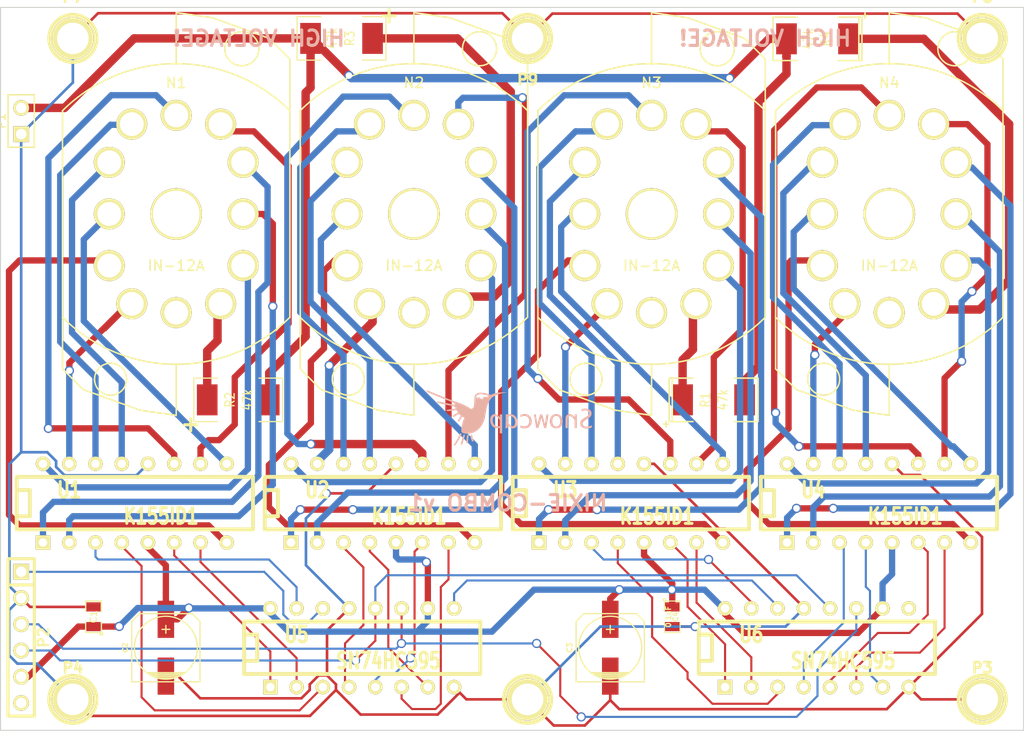
<source format=kicad_pcb>
(kicad_pcb (version 20171130) (host pcbnew "(5.1.12)-1")

  (general
    (thickness 1.6)
    (drawings 9)
    (tracks 681)
    (zones 0)
    (modules 27)
    (nets 68)
  )

  (page A3)
  (layers
    (0 F.Cu signal)
    (31 B.Cu signal)
    (32 B.Adhes user hide)
    (33 F.Adhes user hide)
    (34 B.Paste user hide)
    (35 F.Paste user hide)
    (36 B.SilkS user hide)
    (37 F.SilkS user hide)
    (38 B.Mask user hide)
    (39 F.Mask user hide)
    (40 Dwgs.User user hide)
    (41 Cmts.User user hide)
    (42 Eco1.User user hide)
    (43 Eco2.User user hide)
    (44 Edge.Cuts user)
  )

  (setup
    (last_trace_width 0.254)
    (user_trace_width 0.2032)
    (user_trace_width 0.6096)
    (trace_clearance 0.254)
    (zone_clearance 0.6096)
    (zone_45_only no)
    (trace_min 0.2032)
    (via_size 0.889)
    (via_drill 0.635)
    (via_min_size 0.889)
    (via_min_drill 0.508)
    (uvia_size 0.508)
    (uvia_drill 0.127)
    (uvias_allowed no)
    (uvia_min_size 0.508)
    (uvia_min_drill 0.127)
    (edge_width 0.1)
    (segment_width 0.2)
    (pcb_text_width 0.3)
    (pcb_text_size 1.5 1.5)
    (mod_edge_width 0.15)
    (mod_text_size 1 1)
    (mod_text_width 0.15)
    (pad_size 3 3)
    (pad_drill 2.3)
    (pad_to_mask_clearance 0)
    (aux_axis_origin 0 0)
    (visible_elements 7FFFFFFF)
    (pcbplotparams
      (layerselection 0x00030_ffffffff)
      (usegerberextensions true)
      (usegerberattributes true)
      (usegerberadvancedattributes true)
      (creategerberjobfile true)
      (excludeedgelayer true)
      (linewidth 0.150000)
      (plotframeref false)
      (viasonmask false)
      (mode 1)
      (useauxorigin false)
      (hpglpennumber 1)
      (hpglpenspeed 20)
      (hpglpendiameter 15.000000)
      (psnegative false)
      (psa4output false)
      (plotreference true)
      (plotvalue true)
      (plotinvisibletext false)
      (padsonsilk false)
      (subtractmaskfromsilk false)
      (outputformat 1)
      (mirror false)
      (drillshape 0)
      (scaleselection 1)
      (outputdirectory "/tmp/nc/"))
  )

  (net 0 "")
  (net 1 +3.3V)
  (net 2 /a0)
  (net 3 /a1)
  (net 4 /a2)
  (net 5 /a3)
  (net 6 /a4)
  (net 7 /a5)
  (net 8 /a6)
  (net 9 /a7)
  (net 10 /a8)
  (net 11 /a9)
  (net 12 /b0)
  (net 13 /b1)
  (net 14 /b2)
  (net 15 /b3)
  (net 16 /b4)
  (net 17 /b5)
  (net 18 /b6)
  (net 19 /b7)
  (net 20 /b8)
  (net 21 /b9)
  (net 22 /c0)
  (net 23 /c1)
  (net 24 /c2)
  (net 25 /c3)
  (net 26 /c4)
  (net 27 /c5)
  (net 28 /c6)
  (net 29 /c7)
  (net 30 /c8)
  (net 31 /c9)
  (net 32 /d0)
  (net 33 /d1)
  (net 34 /d2)
  (net 35 /d3)
  (net 36 /d4)
  (net 37 /d5)
  (net 38 /d6)
  (net 39 /d7)
  (net 40 /d8)
  (net 41 /d9)
  (net 42 GND)
  (net 43 HT)
  (net 44 N-0000016)
  (net 45 N-0000017)
  (net 46 N-0000018)
  (net 47 N-0000028)
  (net 48 N-0000029)
  (net 49 N-0000030)
  (net 50 N-0000031)
  (net 51 N-0000032)
  (net 52 N-0000033)
  (net 53 N-0000036)
  (net 54 N-0000037)
  (net 55 N-0000038)
  (net 56 N-0000039)
  (net 57 N-0000040)
  (net 58 N-0000041)
  (net 59 N-0000042)
  (net 60 N-0000043)
  (net 61 N-0000044)
  (net 62 N-0000045)
  (net 63 N-0000046)
  (net 64 N-0000047)
  (net 65 N-0000048)
  (net 66 N-0000049)
  (net 67 N-000007)

  (net_class Default "This is the default net class."
    (clearance 0.254)
    (trace_width 0.254)
    (via_dia 0.889)
    (via_drill 0.635)
    (uvia_dia 0.508)
    (uvia_drill 0.127)
    (add_net +3.3V)
    (add_net /a0)
    (add_net /a1)
    (add_net /a2)
    (add_net /a3)
    (add_net /a4)
    (add_net /a5)
    (add_net /a6)
    (add_net /a7)
    (add_net /a8)
    (add_net /a9)
    (add_net /b0)
    (add_net /b1)
    (add_net /b2)
    (add_net /b3)
    (add_net /b4)
    (add_net /b5)
    (add_net /b6)
    (add_net /b7)
    (add_net /b8)
    (add_net /b9)
    (add_net /c0)
    (add_net /c1)
    (add_net /c2)
    (add_net /c3)
    (add_net /c4)
    (add_net /c5)
    (add_net /c6)
    (add_net /c7)
    (add_net /c8)
    (add_net /c9)
    (add_net /d0)
    (add_net /d1)
    (add_net /d2)
    (add_net /d3)
    (add_net /d4)
    (add_net /d5)
    (add_net /d6)
    (add_net /d7)
    (add_net /d8)
    (add_net /d9)
    (add_net GND)
    (add_net N-0000016)
    (add_net N-0000017)
    (add_net N-0000018)
    (add_net N-0000028)
    (add_net N-0000029)
    (add_net N-0000030)
    (add_net N-0000031)
    (add_net N-0000032)
    (add_net N-0000033)
    (add_net N-0000036)
    (add_net N-0000037)
    (add_net N-0000038)
    (add_net N-0000039)
    (add_net N-0000040)
    (add_net N-0000041)
    (add_net N-0000042)
    (add_net N-0000043)
    (add_net N-0000044)
    (add_net N-0000045)
    (add_net N-0000046)
    (add_net N-0000047)
    (add_net N-0000048)
    (add_net N-0000049)
    (add_net N-000007)
  )

  (net_class HV ""
    (clearance 0.8128)
    (trace_width 0.8128)
    (via_dia 0.889)
    (via_drill 0.635)
    (uvia_dia 0.508)
    (uvia_drill 0.127)
    (add_net HT)
  )

  (module PIN_ARRAY-6X1 (layer F.Cu) (tedit 41402119) (tstamp 539606B2)
    (at 101 116 270)
    (descr "Connecteur 6 pins")
    (tags "CONN DEV")
    (path /53861D4E)
    (fp_text reference P2 (at 0 -2.159 270) (layer F.SilkS)
      (effects (font (size 1.016 1.016) (thickness 0.2032)))
    )
    (fp_text value CONN_6 (at 0 2.159 270) (layer F.SilkS) hide
      (effects (font (size 1.016 0.889) (thickness 0.2032)))
    )
    (fp_line (start -5.08 1.27) (end -5.08 -1.27) (layer F.SilkS) (width 0.3048))
    (fp_line (start 7.62 1.27) (end -7.62 1.27) (layer F.SilkS) (width 0.3048))
    (fp_line (start 7.62 -1.27) (end 7.62 1.27) (layer F.SilkS) (width 0.3048))
    (fp_line (start -7.62 -1.27) (end 7.62 -1.27) (layer F.SilkS) (width 0.3048))
    (fp_line (start -7.62 1.27) (end -7.62 -1.27) (layer F.SilkS) (width 0.3048))
    (pad 1 thru_hole rect (at -6.35 0 270) (size 1.524 1.524) (drill 1.016) (layers *.Cu *.Mask F.SilkS)
      (net 58 N-0000041))
    (pad 2 thru_hole circle (at -3.81 0 270) (size 1.524 1.524) (drill 1.016) (layers *.Cu *.Mask F.SilkS)
      (net 42 GND))
    (pad 3 thru_hole circle (at -1.27 0 270) (size 1.524 1.524) (drill 1.016) (layers *.Cu *.Mask F.SilkS)
      (net 57 N-0000040))
    (pad 4 thru_hole circle (at 1.27 0 270) (size 1.524 1.524) (drill 1.016) (layers *.Cu *.Mask F.SilkS)
      (net 56 N-0000039))
    (pad 5 thru_hole circle (at 3.81 0 270) (size 1.524 1.524) (drill 1.016) (layers *.Cu *.Mask F.SilkS)
      (net 1 +3.3V))
    (pad 6 thru_hole circle (at 6.35 0 270) (size 1.524 1.524) (drill 1.016) (layers *.Cu *.Mask F.SilkS))
    (model pin_array/pins_array_6x1.wrl
      (at (xyz 0 0 0))
      (scale (xyz 1 1 1))
      (rotate (xyz 0 0 0))
    )
  )

  (module DIP-16__300 (layer F.Cu) (tedit 200000) (tstamp 539606DD)
    (at 112 103)
    (descr "16 pins DIL package, round pads")
    (tags DIL)
    (path /53861CB2)
    (fp_text reference U1 (at -6.35 -1.27) (layer F.SilkS)
      (effects (font (size 1.524 1.143) (thickness 0.3048)))
    )
    (fp_text value K155ID1 (at 2.54 1.27) (layer F.SilkS)
      (effects (font (size 1.524 1.143) (thickness 0.3048)))
    )
    (fp_line (start -11.43 2.54) (end -11.43 -2.54) (layer F.SilkS) (width 0.381))
    (fp_line (start 11.43 2.54) (end -11.43 2.54) (layer F.SilkS) (width 0.381))
    (fp_line (start 11.43 -2.54) (end 11.43 2.54) (layer F.SilkS) (width 0.381))
    (fp_line (start -11.43 -2.54) (end 11.43 -2.54) (layer F.SilkS) (width 0.381))
    (fp_line (start -10.16 1.27) (end -11.43 1.27) (layer F.SilkS) (width 0.381))
    (fp_line (start -10.16 -1.27) (end -10.16 1.27) (layer F.SilkS) (width 0.381))
    (fp_line (start -11.43 -1.27) (end -10.16 -1.27) (layer F.SilkS) (width 0.381))
    (fp_line (start -11.43 -1.27) (end -11.43 -1.27) (layer F.SilkS) (width 0.381))
    (pad 1 thru_hole rect (at -8.89 3.81) (size 1.397 1.397) (drill 0.8128) (layers *.Cu *.Mask F.SilkS)
      (net 10 /a8))
    (pad 2 thru_hole circle (at -6.35 3.81) (size 1.397 1.397) (drill 0.8128) (layers *.Cu *.Mask F.SilkS)
      (net 11 /a9))
    (pad 3 thru_hole circle (at -3.81 3.81) (size 1.397 1.397) (drill 0.8128) (layers *.Cu *.Mask F.SilkS)
      (net 66 N-0000049))
    (pad 4 thru_hole circle (at -1.27 3.81) (size 1.397 1.397) (drill 0.8128) (layers *.Cu *.Mask F.SilkS)
      (net 63 N-0000046))
    (pad 5 thru_hole circle (at 1.27 3.81) (size 1.397 1.397) (drill 0.8128) (layers *.Cu *.Mask F.SilkS)
      (net 1 +3.3V))
    (pad 6 thru_hole circle (at 3.81 3.81) (size 1.397 1.397) (drill 0.8128) (layers *.Cu *.Mask F.SilkS)
      (net 65 N-0000048))
    (pad 7 thru_hole circle (at 6.35 3.81) (size 1.397 1.397) (drill 0.8128) (layers *.Cu *.Mask F.SilkS)
      (net 64 N-0000047))
    (pad 8 thru_hole circle (at 8.89 3.81) (size 1.397 1.397) (drill 0.8128) (layers *.Cu *.Mask F.SilkS)
      (net 4 /a2))
    (pad 9 thru_hole circle (at 8.89 -3.81) (size 1.397 1.397) (drill 0.8128) (layers *.Cu *.Mask F.SilkS)
      (net 5 /a3))
    (pad 10 thru_hole circle (at 6.35 -3.81) (size 1.397 1.397) (drill 0.8128) (layers *.Cu *.Mask F.SilkS)
      (net 9 /a7))
    (pad 11 thru_hole circle (at 3.81 -3.81) (size 1.397 1.397) (drill 0.8128) (layers *.Cu *.Mask F.SilkS)
      (net 8 /a6))
    (pad 12 thru_hole circle (at 1.27 -3.81) (size 1.397 1.397) (drill 0.8128) (layers *.Cu *.Mask F.SilkS)
      (net 42 GND))
    (pad 13 thru_hole circle (at -1.27 -3.81) (size 1.397 1.397) (drill 0.8128) (layers *.Cu *.Mask F.SilkS)
      (net 6 /a4))
    (pad 14 thru_hole circle (at -3.81 -3.81) (size 1.397 1.397) (drill 0.8128) (layers *.Cu *.Mask F.SilkS)
      (net 7 /a5))
    (pad 15 thru_hole circle (at -6.35 -3.81) (size 1.397 1.397) (drill 0.8128) (layers *.Cu *.Mask F.SilkS)
      (net 3 /a1))
    (pad 16 thru_hole circle (at -8.89 -3.81) (size 1.397 1.397) (drill 0.8128) (layers *.Cu *.Mask F.SilkS)
      (net 2 /a0))
    (model dil/dil_16.wrl
      (at (xyz 0 0 0))
      (scale (xyz 1 1 1))
      (rotate (xyz 0 0 0))
    )
  )

  (module DIP-16__300 (layer F.Cu) (tedit 200000) (tstamp 539606F9)
    (at 136 103)
    (descr "16 pins DIL package, round pads")
    (tags DIL)
    (path /53861CC1)
    (fp_text reference U2 (at -6.35 -1.27) (layer F.SilkS)
      (effects (font (size 1.524 1.143) (thickness 0.3048)))
    )
    (fp_text value K155ID1 (at 2.54 1.27) (layer F.SilkS)
      (effects (font (size 1.524 1.143) (thickness 0.3048)))
    )
    (fp_line (start -11.43 2.54) (end -11.43 -2.54) (layer F.SilkS) (width 0.381))
    (fp_line (start 11.43 2.54) (end -11.43 2.54) (layer F.SilkS) (width 0.381))
    (fp_line (start 11.43 -2.54) (end 11.43 2.54) (layer F.SilkS) (width 0.381))
    (fp_line (start -11.43 -2.54) (end 11.43 -2.54) (layer F.SilkS) (width 0.381))
    (fp_line (start -10.16 1.27) (end -11.43 1.27) (layer F.SilkS) (width 0.381))
    (fp_line (start -10.16 -1.27) (end -10.16 1.27) (layer F.SilkS) (width 0.381))
    (fp_line (start -11.43 -1.27) (end -10.16 -1.27) (layer F.SilkS) (width 0.381))
    (fp_line (start -11.43 -1.27) (end -11.43 -1.27) (layer F.SilkS) (width 0.381))
    (pad 1 thru_hole rect (at -8.89 3.81) (size 1.397 1.397) (drill 0.8128) (layers *.Cu *.Mask F.SilkS)
      (net 20 /b8))
    (pad 2 thru_hole circle (at -6.35 3.81) (size 1.397 1.397) (drill 0.8128) (layers *.Cu *.Mask F.SilkS)
      (net 21 /b9))
    (pad 3 thru_hole circle (at -3.81 3.81) (size 1.397 1.397) (drill 0.8128) (layers *.Cu *.Mask F.SilkS)
      (net 62 N-0000045))
    (pad 4 thru_hole circle (at -1.27 3.81) (size 1.397 1.397) (drill 0.8128) (layers *.Cu *.Mask F.SilkS)
      (net 59 N-0000042))
    (pad 5 thru_hole circle (at 1.27 3.81) (size 1.397 1.397) (drill 0.8128) (layers *.Cu *.Mask F.SilkS)
      (net 1 +3.3V))
    (pad 6 thru_hole circle (at 3.81 3.81) (size 1.397 1.397) (drill 0.8128) (layers *.Cu *.Mask F.SilkS)
      (net 61 N-0000044))
    (pad 7 thru_hole circle (at 6.35 3.81) (size 1.397 1.397) (drill 0.8128) (layers *.Cu *.Mask F.SilkS)
      (net 60 N-0000043))
    (pad 8 thru_hole circle (at 8.89 3.81) (size 1.397 1.397) (drill 0.8128) (layers *.Cu *.Mask F.SilkS)
      (net 14 /b2))
    (pad 9 thru_hole circle (at 8.89 -3.81) (size 1.397 1.397) (drill 0.8128) (layers *.Cu *.Mask F.SilkS)
      (net 15 /b3))
    (pad 10 thru_hole circle (at 6.35 -3.81) (size 1.397 1.397) (drill 0.8128) (layers *.Cu *.Mask F.SilkS)
      (net 19 /b7))
    (pad 11 thru_hole circle (at 3.81 -3.81) (size 1.397 1.397) (drill 0.8128) (layers *.Cu *.Mask F.SilkS)
      (net 18 /b6))
    (pad 12 thru_hole circle (at 1.27 -3.81) (size 1.397 1.397) (drill 0.8128) (layers *.Cu *.Mask F.SilkS)
      (net 42 GND))
    (pad 13 thru_hole circle (at -1.27 -3.81) (size 1.397 1.397) (drill 0.8128) (layers *.Cu *.Mask F.SilkS)
      (net 16 /b4))
    (pad 14 thru_hole circle (at -3.81 -3.81) (size 1.397 1.397) (drill 0.8128) (layers *.Cu *.Mask F.SilkS)
      (net 17 /b5))
    (pad 15 thru_hole circle (at -6.35 -3.81) (size 1.397 1.397) (drill 0.8128) (layers *.Cu *.Mask F.SilkS)
      (net 13 /b1))
    (pad 16 thru_hole circle (at -8.89 -3.81) (size 1.397 1.397) (drill 0.8128) (layers *.Cu *.Mask F.SilkS)
      (net 12 /b0))
    (model dil/dil_16.wrl
      (at (xyz 0 0 0))
      (scale (xyz 1 1 1))
      (rotate (xyz 0 0 0))
    )
  )

  (module DIP-16__300 (layer F.Cu) (tedit 200000) (tstamp 53960715)
    (at 160 103)
    (descr "16 pins DIL package, round pads")
    (tags DIL)
    (path /539C1894)
    (fp_text reference U3 (at -6.35 -1.27) (layer F.SilkS)
      (effects (font (size 1.524 1.143) (thickness 0.3048)))
    )
    (fp_text value K155ID1 (at 2.54 1.27) (layer F.SilkS)
      (effects (font (size 1.524 1.143) (thickness 0.3048)))
    )
    (fp_line (start -11.43 2.54) (end -11.43 -2.54) (layer F.SilkS) (width 0.381))
    (fp_line (start 11.43 2.54) (end -11.43 2.54) (layer F.SilkS) (width 0.381))
    (fp_line (start 11.43 -2.54) (end 11.43 2.54) (layer F.SilkS) (width 0.381))
    (fp_line (start -11.43 -2.54) (end 11.43 -2.54) (layer F.SilkS) (width 0.381))
    (fp_line (start -10.16 1.27) (end -11.43 1.27) (layer F.SilkS) (width 0.381))
    (fp_line (start -10.16 -1.27) (end -10.16 1.27) (layer F.SilkS) (width 0.381))
    (fp_line (start -11.43 -1.27) (end -10.16 -1.27) (layer F.SilkS) (width 0.381))
    (fp_line (start -11.43 -1.27) (end -11.43 -1.27) (layer F.SilkS) (width 0.381))
    (pad 1 thru_hole rect (at -8.89 3.81) (size 1.397 1.397) (drill 0.8128) (layers *.Cu *.Mask F.SilkS)
      (net 30 /c8))
    (pad 2 thru_hole circle (at -6.35 3.81) (size 1.397 1.397) (drill 0.8128) (layers *.Cu *.Mask F.SilkS)
      (net 31 /c9))
    (pad 3 thru_hole circle (at -3.81 3.81) (size 1.397 1.397) (drill 0.8128) (layers *.Cu *.Mask F.SilkS)
      (net 53 N-0000036))
    (pad 4 thru_hole circle (at -1.27 3.81) (size 1.397 1.397) (drill 0.8128) (layers *.Cu *.Mask F.SilkS)
      (net 49 N-0000030))
    (pad 5 thru_hole circle (at 1.27 3.81) (size 1.397 1.397) (drill 0.8128) (layers *.Cu *.Mask F.SilkS)
      (net 1 +3.3V))
    (pad 6 thru_hole circle (at 3.81 3.81) (size 1.397 1.397) (drill 0.8128) (layers *.Cu *.Mask F.SilkS)
      (net 48 N-0000029))
    (pad 7 thru_hole circle (at 6.35 3.81) (size 1.397 1.397) (drill 0.8128) (layers *.Cu *.Mask F.SilkS)
      (net 47 N-0000028))
    (pad 8 thru_hole circle (at 8.89 3.81) (size 1.397 1.397) (drill 0.8128) (layers *.Cu *.Mask F.SilkS)
      (net 24 /c2))
    (pad 9 thru_hole circle (at 8.89 -3.81) (size 1.397 1.397) (drill 0.8128) (layers *.Cu *.Mask F.SilkS)
      (net 25 /c3))
    (pad 10 thru_hole circle (at 6.35 -3.81) (size 1.397 1.397) (drill 0.8128) (layers *.Cu *.Mask F.SilkS)
      (net 29 /c7))
    (pad 11 thru_hole circle (at 3.81 -3.81) (size 1.397 1.397) (drill 0.8128) (layers *.Cu *.Mask F.SilkS)
      (net 28 /c6))
    (pad 12 thru_hole circle (at 1.27 -3.81) (size 1.397 1.397) (drill 0.8128) (layers *.Cu *.Mask F.SilkS)
      (net 42 GND))
    (pad 13 thru_hole circle (at -1.27 -3.81) (size 1.397 1.397) (drill 0.8128) (layers *.Cu *.Mask F.SilkS)
      (net 26 /c4))
    (pad 14 thru_hole circle (at -3.81 -3.81) (size 1.397 1.397) (drill 0.8128) (layers *.Cu *.Mask F.SilkS)
      (net 27 /c5))
    (pad 15 thru_hole circle (at -6.35 -3.81) (size 1.397 1.397) (drill 0.8128) (layers *.Cu *.Mask F.SilkS)
      (net 23 /c1))
    (pad 16 thru_hole circle (at -8.89 -3.81) (size 1.397 1.397) (drill 0.8128) (layers *.Cu *.Mask F.SilkS)
      (net 22 /c0))
    (model dil/dil_16.wrl
      (at (xyz 0 0 0))
      (scale (xyz 1 1 1))
      (rotate (xyz 0 0 0))
    )
  )

  (module c_elec_6.3x7.7 (layer F.Cu) (tedit 49F5C0C2) (tstamp 53960639)
    (at 115 117 90)
    (descr "SMT capacitor, aluminium electrolytic, 6.3x7.7")
    (path /538630C3)
    (fp_text reference C2 (at 0 -3.937 90) (layer F.SilkS)
      (effects (font (size 0.50038 0.50038) (thickness 0.11938)))
    )
    (fp_text value 100uF (at 0 3.81 90) (layer F.SilkS) hide
      (effects (font (size 0.50038 0.50038) (thickness 0.11938)))
    )
    (fp_circle (center 0 0) (end -3.048 0) (layer F.SilkS) (width 0.127))
    (fp_line (start 1.778 -0.381) (end 1.778 0.381) (layer F.SilkS) (width 0.127))
    (fp_line (start 2.159 0) (end 1.397 0) (layer F.SilkS) (width 0.127))
    (fp_line (start 2.54 -3.302) (end -3.302 -3.302) (layer F.SilkS) (width 0.127))
    (fp_line (start 3.302 -2.54) (end 2.54 -3.302) (layer F.SilkS) (width 0.127))
    (fp_line (start 3.302 2.54) (end 3.302 -2.54) (layer F.SilkS) (width 0.127))
    (fp_line (start 2.54 3.302) (end 3.302 2.54) (layer F.SilkS) (width 0.127))
    (fp_line (start -3.302 3.302) (end 2.54 3.302) (layer F.SilkS) (width 0.127))
    (fp_line (start -3.302 -3.302) (end -3.302 3.302) (layer F.SilkS) (width 0.127))
    (fp_line (start -2.413 -1.778) (end -2.413 1.778) (layer F.SilkS) (width 0.127))
    (fp_line (start -2.54 1.651) (end -2.54 -1.651) (layer F.SilkS) (width 0.127))
    (fp_line (start -2.667 -1.397) (end -2.667 1.397) (layer F.SilkS) (width 0.127))
    (fp_line (start -2.794 1.143) (end -2.794 -1.143) (layer F.SilkS) (width 0.127))
    (fp_line (start -2.921 -0.762) (end -2.921 0.762) (layer F.SilkS) (width 0.127))
    (pad 1 smd rect (at 2.75082 0 90) (size 3.59918 1.6002) (layers F.Cu F.Paste F.Mask)
      (net 1 +3.3V))
    (pad 2 smd rect (at -2.75082 0 90) (size 3.59918 1.6002) (layers F.Cu F.Paste F.Mask)
      (net 42 GND))
    (model smd/capacitors/c_elec_6_3x7_7.wrl
      (at (xyz 0 0 0))
      (scale (xyz 1 1 1))
      (rotate (xyz 0 0 0))
    )
  )

  (module SM0805 (layer F.Cu) (tedit 539C306B) (tstamp 53960645)
    (at 108 114 90)
    (path /5386DD06)
    (attr smd)
    (fp_text reference C1 (at 0 0 90) (layer F.SilkS)
      (effects (font (size 0.635 0.635) (thickness 0.127)))
    )
    (fp_text value 0.1uF (at 0 0 90) (layer F.SilkS) hide
      (effects (font (size 0.635 0.635) (thickness 0.127)))
    )
    (fp_line (start 1.524 0.762) (end 0.508 0.762) (layer F.SilkS) (width 0.127))
    (fp_line (start 1.524 -0.762) (end 1.524 0.762) (layer F.SilkS) (width 0.127))
    (fp_line (start 0.508 -0.762) (end 1.524 -0.762) (layer F.SilkS) (width 0.127))
    (fp_line (start -1.524 -0.762) (end -0.508 -0.762) (layer F.SilkS) (width 0.127))
    (fp_line (start -1.524 0.762) (end -1.524 -0.762) (layer F.SilkS) (width 0.127))
    (fp_line (start -0.508 0.762) (end -1.524 0.762) (layer F.SilkS) (width 0.127))
    (fp_circle (center -1.651 0.762) (end -1.651 0.635) (layer F.SilkS) (width 0.127))
    (pad 1 smd rect (at -0.9525 0 90) (size 0.889 1.397) (layers F.Cu F.Paste F.Mask)
      (net 1 +3.3V))
    (pad 2 smd rect (at 0.9525 0 90) (size 0.889 1.397) (layers F.Cu F.Paste F.Mask)
      (net 42 GND))
    (model smd/chip_cms.wrl
      (at (xyz 0 0 0))
      (scale (xyz 0.1 0.1 0.1))
      (rotate (xyz 0 0 0))
    )
  )

  (module SM2512 (layer F.Cu) (tedit 4EFC472C) (tstamp 53960651)
    (at 132 58 180)
    (tags "CMS SM")
    (path /5386EB16)
    (attr smd)
    (fp_text reference R3 (at -0.8001 0 270) (layer F.SilkS)
      (effects (font (size 0.889 0.762) (thickness 0.127)))
    )
    (fp_text value 47k (at 0.89916 0 270) (layer F.SilkS)
      (effects (font (size 0.889 0.762) (thickness 0.127)))
    )
    (fp_line (start -4.28244 2.10566) (end -1.99644 2.10566) (layer F.SilkS) (width 0.11938))
    (fp_line (start -1.99898 -2.10566) (end -4.28498 -2.10566) (layer F.SilkS) (width 0.11938))
    (fp_line (start 4.28244 -2.10566) (end 1.99644 -2.10566) (layer F.SilkS) (width 0.11938))
    (fp_line (start 1.99644 2.10566) (end 4.28244 2.10566) (layer F.SilkS) (width 0.11938))
    (fp_line (start 4.30022 -2.10058) (end 4.30022 2.10058) (layer F.SilkS) (width 0.11938))
    (fp_line (start -4.30022 -2.10058) (end -4.30022 2.10058) (layer F.SilkS) (width 0.11938))
    (fp_text user + (at -4.59994 2.30124 180) (layer F.SilkS)
      (effects (font (size 1.524 1.524) (thickness 0.29972)))
    )
    (pad 1 smd rect (at -2.99974 0 180) (size 1.99898 2.99974) (layers F.Cu F.Paste F.Mask)
      (net 51 N-0000032))
    (pad 2 smd rect (at 2.99974 0 180) (size 1.99898 2.99974) (layers F.Cu F.Paste F.Mask)
      (net 43 HT))
    (model smd\chip_smd_pol_wide.wrl
      (at (xyz 0 0 0))
      (scale (xyz 0.35 0.35 0.35))
      (rotate (xyz 0 0 0))
    )
  )

  (module SM2512 (layer F.Cu) (tedit 4EFC472C) (tstamp 5396065D)
    (at 122 93)
    (tags "CMS SM")
    (path /5386ECC2)
    (attr smd)
    (fp_text reference R2 (at -0.8001 0 90) (layer F.SilkS)
      (effects (font (size 0.889 0.762) (thickness 0.127)))
    )
    (fp_text value 47k (at 0.89916 0 90) (layer F.SilkS)
      (effects (font (size 0.889 0.762) (thickness 0.127)))
    )
    (fp_line (start -4.28244 2.10566) (end -1.99644 2.10566) (layer F.SilkS) (width 0.11938))
    (fp_line (start -1.99898 -2.10566) (end -4.28498 -2.10566) (layer F.SilkS) (width 0.11938))
    (fp_line (start 4.28244 -2.10566) (end 1.99644 -2.10566) (layer F.SilkS) (width 0.11938))
    (fp_line (start 1.99644 2.10566) (end 4.28244 2.10566) (layer F.SilkS) (width 0.11938))
    (fp_line (start 4.30022 -2.10058) (end 4.30022 2.10058) (layer F.SilkS) (width 0.11938))
    (fp_line (start -4.30022 -2.10058) (end -4.30022 2.10058) (layer F.SilkS) (width 0.11938))
    (fp_text user + (at -4.59994 2.30124) (layer F.SilkS)
      (effects (font (size 1.524 1.524) (thickness 0.29972)))
    )
    (pad 1 smd rect (at -2.99974 0) (size 1.99898 2.99974) (layers F.Cu F.Paste F.Mask)
      (net 50 N-0000031))
    (pad 2 smd rect (at 2.99974 0) (size 1.99898 2.99974) (layers F.Cu F.Paste F.Mask)
      (net 43 HT))
    (model smd\chip_smd_pol_wide.wrl
      (at (xyz 0 0 0))
      (scale (xyz 0.35 0.35 0.35))
      (rotate (xyz 0 0 0))
    )
  )

  (module 1pin (layer F.Cu) (tedit 0) (tstamp 5399DC27)
    (at 106 58)
    (descr "module 1 pin (ou trou mecanique de percage)")
    (tags DEV)
    (path /5399DC0B)
    (fp_text reference P7 (at 0 -4) (layer F.SilkS)
      (effects (font (size 1.016 1.016) (thickness 0.254)))
    )
    (fp_text value CONN_1 (at 0 2.794) (layer F.SilkS) hide
      (effects (font (size 1.016 1.016) (thickness 0.254)))
    )
    (fp_circle (center 0 0) (end 0 -2.286) (layer F.SilkS) (width 0.381))
    (pad 1 thru_hole circle (at 0 0) (size 4.064 4.064) (drill 3.048) (layers *.Cu *.Mask F.SilkS)
      (net 42 GND))
  )

  (module 1pin (layer F.Cu) (tedit 0) (tstamp 5399DC2D)
    (at 194 58)
    (descr "module 1 pin (ou trou mecanique de percage)")
    (tags DEV)
    (path /5399DC1A)
    (fp_text reference P8 (at 0 -4) (layer F.SilkS)
      (effects (font (size 1.016 1.016) (thickness 0.254)))
    )
    (fp_text value CONN_1 (at 0 2.794) (layer F.SilkS) hide
      (effects (font (size 1.016 1.016) (thickness 0.254)))
    )
    (fp_circle (center 0 0) (end 0 -2.286) (layer F.SilkS) (width 0.381))
    (pad 1 thru_hole circle (at 0 0) (size 4.064 4.064) (drill 3.048) (layers *.Cu *.Mask F.SilkS)
      (net 42 GND))
  )

  (module 1pin (layer F.Cu) (tedit 5399E34A) (tstamp 5399DC33)
    (at 150 58)
    (descr "module 1 pin (ou trou mecanique de percage)")
    (tags DEV)
    (path /5399DC29)
    (fp_text reference P9 (at 0 4) (layer F.SilkS)
      (effects (font (size 1.016 1.016) (thickness 0.254)))
    )
    (fp_text value CONN_1 (at 0 2.794) (layer F.SilkS) hide
      (effects (font (size 1.016 1.016) (thickness 0.254)))
    )
    (fp_circle (center 0 0) (end 0 -2.286) (layer F.SilkS) (width 0.381))
    (pad 1 thru_hole circle (at 0 0) (size 4.064 4.064) (drill 3.048) (layers *.Cu *.Mask F.SilkS)
      (net 42 GND))
  )

  (module 1pin (layer F.Cu) (tedit 0) (tstamp 5399DC39)
    (at 150 122)
    (descr "module 1 pin (ou trou mecanique de percage)")
    (tags DEV)
    (path /5399DC38)
    (fp_text reference P10 (at 0 4) (layer F.SilkS)
      (effects (font (size 1.016 1.016) (thickness 0.254)))
    )
    (fp_text value CONN_1 (at 0 2.794) (layer F.SilkS) hide
      (effects (font (size 1.016 1.016) (thickness 0.254)))
    )
    (fp_circle (center 0 0) (end 0 -2.286) (layer F.SilkS) (width 0.381))
    (pad 1 thru_hole circle (at 0 0) (size 4.064 4.064) (drill 3.048) (layers *.Cu *.Mask F.SilkS)
      (net 42 GND))
  )

  (module SM2512 (layer F.Cu) (tedit 51015917) (tstamp 539C1B9D)
    (at 168 93)
    (tags "CMS SM")
    (path /539C1729)
    (attr smd)
    (fp_text reference R1 (at -0.8001 0 90) (layer F.SilkS)
      (effects (font (size 0.889 0.762) (thickness 0.127)))
    )
    (fp_text value 47k (at 0.89916 0 90) (layer F.SilkS)
      (effects (font (size 0.889 0.762) (thickness 0.127)))
    )
    (fp_line (start -4.28244 2.10566) (end -1.99644 2.10566) (layer F.SilkS) (width 0.14986))
    (fp_line (start -1.99898 -2.10566) (end -4.28498 -2.10566) (layer F.SilkS) (width 0.14986))
    (fp_line (start 4.28244 -2.10566) (end 1.99644 -2.10566) (layer F.SilkS) (width 0.14986))
    (fp_line (start 1.99644 2.10566) (end 4.28244 2.10566) (layer F.SilkS) (width 0.14986))
    (fp_line (start 4.30022 -2.10058) (end 4.30022 2.10058) (layer F.SilkS) (width 0.14986))
    (fp_line (start -4.30022 -2.10058) (end -4.30022 2.10058) (layer F.SilkS) (width 0.14986))
    (fp_line (start -3.99956 -2.10058) (end -3.99956 2.10058) (layer F.SilkS) (width 0.14986))
    (fp_text user + (at -4.59994 2.30124) (layer F.SilkS)
      (effects (font (size 0.7 0.7) (thickness 0.15)))
    )
    (pad 1 smd rect (at -2.99974 0) (size 1.99898 2.99974) (layers F.Cu F.Paste F.Mask)
      (net 52 N-0000033))
    (pad 2 smd rect (at 2.99974 0) (size 1.99898 2.99974) (layers F.Cu F.Paste F.Mask)
      (net 43 HT))
    (model smd\chip_smd_pol_wide.wrl
      (at (xyz 0 0 0))
      (scale (xyz 0.35 0.35 0.35))
      (rotate (xyz 0 0 0))
    )
  )

  (module SM2512 (layer F.Cu) (tedit 51015917) (tstamp 539C1BAB)
    (at 178.054 58.039 180)
    (tags "CMS SM")
    (path /539C1748)
    (attr smd)
    (fp_text reference R4 (at -0.8001 0 270) (layer F.SilkS)
      (effects (font (size 0.889 0.762) (thickness 0.127)))
    )
    (fp_text value 47k (at 0.89916 0 270) (layer F.SilkS)
      (effects (font (size 0.889 0.762) (thickness 0.127)))
    )
    (fp_line (start -4.28244 2.10566) (end -1.99644 2.10566) (layer F.SilkS) (width 0.14986))
    (fp_line (start -1.99898 -2.10566) (end -4.28498 -2.10566) (layer F.SilkS) (width 0.14986))
    (fp_line (start 4.28244 -2.10566) (end 1.99644 -2.10566) (layer F.SilkS) (width 0.14986))
    (fp_line (start 1.99644 2.10566) (end 4.28244 2.10566) (layer F.SilkS) (width 0.14986))
    (fp_line (start 4.30022 -2.10058) (end 4.30022 2.10058) (layer F.SilkS) (width 0.14986))
    (fp_line (start -4.30022 -2.10058) (end -4.30022 2.10058) (layer F.SilkS) (width 0.14986))
    (fp_line (start -3.99956 -2.10058) (end -3.99956 2.10058) (layer F.SilkS) (width 0.14986))
    (fp_text user + (at -4.59994 2.30124 180) (layer F.SilkS)
      (effects (font (size 0.7 0.7) (thickness 0.15)))
    )
    (pad 1 smd rect (at -2.99974 0 180) (size 1.99898 2.99974) (layers F.Cu F.Paste F.Mask)
      (net 67 N-000007))
    (pad 2 smd rect (at 2.99974 0 180) (size 1.99898 2.99974) (layers F.Cu F.Paste F.Mask)
      (net 43 HT))
    (model smd\chip_smd_pol_wide.wrl
      (at (xyz 0 0 0))
      (scale (xyz 0.35 0.35 0.35))
      (rotate (xyz 0 0 0))
    )
  )

  (module DIP-16__300 (layer F.Cu) (tedit 200000) (tstamp 539C1C4B)
    (at 134 117)
    (descr "16 pins DIL package, round pads")
    (tags DIL)
    (path /53861CE4)
    (fp_text reference U5 (at -6.35 -1.27) (layer F.SilkS)
      (effects (font (size 1.524 1.143) (thickness 0.3048)))
    )
    (fp_text value SN74HC595 (at 2.54 1.27) (layer F.SilkS)
      (effects (font (size 1.524 1.143) (thickness 0.3048)))
    )
    (fp_line (start -11.43 2.54) (end -11.43 -2.54) (layer F.SilkS) (width 0.381))
    (fp_line (start 11.43 2.54) (end -11.43 2.54) (layer F.SilkS) (width 0.381))
    (fp_line (start 11.43 -2.54) (end 11.43 2.54) (layer F.SilkS) (width 0.381))
    (fp_line (start -11.43 -2.54) (end 11.43 -2.54) (layer F.SilkS) (width 0.381))
    (fp_line (start -10.16 1.27) (end -11.43 1.27) (layer F.SilkS) (width 0.381))
    (fp_line (start -10.16 -1.27) (end -10.16 1.27) (layer F.SilkS) (width 0.381))
    (fp_line (start -11.43 -1.27) (end -10.16 -1.27) (layer F.SilkS) (width 0.381))
    (fp_line (start -11.43 -1.27) (end -11.43 -1.27) (layer F.SilkS) (width 0.381))
    (pad 1 thru_hole rect (at -8.89 3.81) (size 1.397 1.397) (drill 0.8128) (layers *.Cu *.Mask F.SilkS)
      (net 65 N-0000048))
    (pad 2 thru_hole circle (at -6.35 3.81) (size 1.397 1.397) (drill 0.8128) (layers *.Cu *.Mask F.SilkS)
      (net 64 N-0000047))
    (pad 3 thru_hole circle (at -3.81 3.81) (size 1.397 1.397) (drill 0.8128) (layers *.Cu *.Mask F.SilkS)
      (net 63 N-0000046))
    (pad 4 thru_hole circle (at -1.27 3.81) (size 1.397 1.397) (drill 0.8128) (layers *.Cu *.Mask F.SilkS)
      (net 62 N-0000045))
    (pad 5 thru_hole circle (at 1.27 3.81) (size 1.397 1.397) (drill 0.8128) (layers *.Cu *.Mask F.SilkS)
      (net 61 N-0000044))
    (pad 6 thru_hole circle (at 3.81 3.81) (size 1.397 1.397) (drill 0.8128) (layers *.Cu *.Mask F.SilkS)
      (net 60 N-0000043))
    (pad 7 thru_hole circle (at 6.35 3.81) (size 1.397 1.397) (drill 0.8128) (layers *.Cu *.Mask F.SilkS)
      (net 59 N-0000042))
    (pad 8 thru_hole circle (at 8.89 3.81) (size 1.397 1.397) (drill 0.8128) (layers *.Cu *.Mask F.SilkS)
      (net 42 GND))
    (pad 9 thru_hole circle (at 8.89 -3.81) (size 1.397 1.397) (drill 0.8128) (layers *.Cu *.Mask F.SilkS)
      (net 55 N-0000038))
    (pad 10 thru_hole circle (at 6.35 -3.81) (size 1.397 1.397) (drill 0.8128) (layers *.Cu *.Mask F.SilkS)
      (net 1 +3.3V))
    (pad 11 thru_hole circle (at 3.81 -3.81) (size 1.397 1.397) (drill 0.8128) (layers *.Cu *.Mask F.SilkS)
      (net 57 N-0000040))
    (pad 12 thru_hole circle (at 1.27 -3.81) (size 1.397 1.397) (drill 0.8128) (layers *.Cu *.Mask F.SilkS)
      (net 56 N-0000039))
    (pad 13 thru_hole circle (at -1.27 -3.81) (size 1.397 1.397) (drill 0.8128) (layers *.Cu *.Mask F.SilkS)
      (net 42 GND))
    (pad 14 thru_hole circle (at -3.81 -3.81) (size 1.397 1.397) (drill 0.8128) (layers *.Cu *.Mask F.SilkS)
      (net 58 N-0000041))
    (pad 15 thru_hole circle (at -6.35 -3.81) (size 1.397 1.397) (drill 0.8128) (layers *.Cu *.Mask F.SilkS)
      (net 66 N-0000049))
    (pad 16 thru_hole circle (at -8.89 -3.81) (size 1.397 1.397) (drill 0.8128) (layers *.Cu *.Mask F.SilkS)
      (net 1 +3.3V))
    (model dil/dil_16.wrl
      (at (xyz 0 0 0))
      (scale (xyz 1 1 1))
      (rotate (xyz 0 0 0))
    )
  )

  (module DIP-16__300 (layer F.Cu) (tedit 200000) (tstamp 539C1C67)
    (at 184 103)
    (descr "16 pins DIL package, round pads")
    (tags DIL)
    (path /539C18A3)
    (fp_text reference U4 (at -6.35 -1.27) (layer F.SilkS)
      (effects (font (size 1.524 1.143) (thickness 0.3048)))
    )
    (fp_text value K155ID1 (at 2.54 1.27) (layer F.SilkS)
      (effects (font (size 1.524 1.143) (thickness 0.3048)))
    )
    (fp_line (start -11.43 2.54) (end -11.43 -2.54) (layer F.SilkS) (width 0.381))
    (fp_line (start 11.43 2.54) (end -11.43 2.54) (layer F.SilkS) (width 0.381))
    (fp_line (start 11.43 -2.54) (end 11.43 2.54) (layer F.SilkS) (width 0.381))
    (fp_line (start -11.43 -2.54) (end 11.43 -2.54) (layer F.SilkS) (width 0.381))
    (fp_line (start -10.16 1.27) (end -11.43 1.27) (layer F.SilkS) (width 0.381))
    (fp_line (start -10.16 -1.27) (end -10.16 1.27) (layer F.SilkS) (width 0.381))
    (fp_line (start -11.43 -1.27) (end -10.16 -1.27) (layer F.SilkS) (width 0.381))
    (fp_line (start -11.43 -1.27) (end -11.43 -1.27) (layer F.SilkS) (width 0.381))
    (pad 1 thru_hole rect (at -8.89 3.81) (size 1.397 1.397) (drill 0.8128) (layers *.Cu *.Mask F.SilkS)
      (net 40 /d8))
    (pad 2 thru_hole circle (at -6.35 3.81) (size 1.397 1.397) (drill 0.8128) (layers *.Cu *.Mask F.SilkS)
      (net 41 /d9))
    (pad 3 thru_hole circle (at -3.81 3.81) (size 1.397 1.397) (drill 0.8128) (layers *.Cu *.Mask F.SilkS)
      (net 46 N-0000018))
    (pad 4 thru_hole circle (at -1.27 3.81) (size 1.397 1.397) (drill 0.8128) (layers *.Cu *.Mask F.SilkS)
      (net 45 N-0000017))
    (pad 5 thru_hole circle (at 1.27 3.81) (size 1.397 1.397) (drill 0.8128) (layers *.Cu *.Mask F.SilkS)
      (net 1 +3.3V))
    (pad 6 thru_hole circle (at 3.81 3.81) (size 1.397 1.397) (drill 0.8128) (layers *.Cu *.Mask F.SilkS)
      (net 54 N-0000037))
    (pad 7 thru_hole circle (at 6.35 3.81) (size 1.397 1.397) (drill 0.8128) (layers *.Cu *.Mask F.SilkS)
      (net 44 N-0000016))
    (pad 8 thru_hole circle (at 8.89 3.81) (size 1.397 1.397) (drill 0.8128) (layers *.Cu *.Mask F.SilkS)
      (net 34 /d2))
    (pad 9 thru_hole circle (at 8.89 -3.81) (size 1.397 1.397) (drill 0.8128) (layers *.Cu *.Mask F.SilkS)
      (net 35 /d3))
    (pad 10 thru_hole circle (at 6.35 -3.81) (size 1.397 1.397) (drill 0.8128) (layers *.Cu *.Mask F.SilkS)
      (net 39 /d7))
    (pad 11 thru_hole circle (at 3.81 -3.81) (size 1.397 1.397) (drill 0.8128) (layers *.Cu *.Mask F.SilkS)
      (net 38 /d6))
    (pad 12 thru_hole circle (at 1.27 -3.81) (size 1.397 1.397) (drill 0.8128) (layers *.Cu *.Mask F.SilkS)
      (net 42 GND))
    (pad 13 thru_hole circle (at -1.27 -3.81) (size 1.397 1.397) (drill 0.8128) (layers *.Cu *.Mask F.SilkS)
      (net 36 /d4))
    (pad 14 thru_hole circle (at -3.81 -3.81) (size 1.397 1.397) (drill 0.8128) (layers *.Cu *.Mask F.SilkS)
      (net 37 /d5))
    (pad 15 thru_hole circle (at -6.35 -3.81) (size 1.397 1.397) (drill 0.8128) (layers *.Cu *.Mask F.SilkS)
      (net 33 /d1))
    (pad 16 thru_hole circle (at -8.89 -3.81) (size 1.397 1.397) (drill 0.8128) (layers *.Cu *.Mask F.SilkS)
      (net 32 /d0))
    (model dil/dil_16.wrl
      (at (xyz 0 0 0))
      (scale (xyz 1 1 1))
      (rotate (xyz 0 0 0))
    )
  )

  (module DIP-16__300 (layer F.Cu) (tedit 200000) (tstamp 539C1C83)
    (at 178 117)
    (descr "16 pins DIL package, round pads")
    (tags DIL)
    (path /539C1B4B)
    (fp_text reference U6 (at -6.35 -1.27) (layer F.SilkS)
      (effects (font (size 1.524 1.143) (thickness 0.3048)))
    )
    (fp_text value SN74HC595 (at 2.54 1.27) (layer F.SilkS)
      (effects (font (size 1.524 1.143) (thickness 0.3048)))
    )
    (fp_line (start -11.43 2.54) (end -11.43 -2.54) (layer F.SilkS) (width 0.381))
    (fp_line (start 11.43 2.54) (end -11.43 2.54) (layer F.SilkS) (width 0.381))
    (fp_line (start 11.43 -2.54) (end 11.43 2.54) (layer F.SilkS) (width 0.381))
    (fp_line (start -11.43 -2.54) (end 11.43 -2.54) (layer F.SilkS) (width 0.381))
    (fp_line (start -10.16 1.27) (end -11.43 1.27) (layer F.SilkS) (width 0.381))
    (fp_line (start -10.16 -1.27) (end -10.16 1.27) (layer F.SilkS) (width 0.381))
    (fp_line (start -11.43 -1.27) (end -10.16 -1.27) (layer F.SilkS) (width 0.381))
    (fp_line (start -11.43 -1.27) (end -11.43 -1.27) (layer F.SilkS) (width 0.381))
    (pad 1 thru_hole rect (at -8.89 3.81) (size 1.397 1.397) (drill 0.8128) (layers *.Cu *.Mask F.SilkS)
      (net 48 N-0000029))
    (pad 2 thru_hole circle (at -6.35 3.81) (size 1.397 1.397) (drill 0.8128) (layers *.Cu *.Mask F.SilkS)
      (net 47 N-0000028))
    (pad 3 thru_hole circle (at -3.81 3.81) (size 1.397 1.397) (drill 0.8128) (layers *.Cu *.Mask F.SilkS)
      (net 49 N-0000030))
    (pad 4 thru_hole circle (at -1.27 3.81) (size 1.397 1.397) (drill 0.8128) (layers *.Cu *.Mask F.SilkS)
      (net 46 N-0000018))
    (pad 5 thru_hole circle (at 1.27 3.81) (size 1.397 1.397) (drill 0.8128) (layers *.Cu *.Mask F.SilkS)
      (net 54 N-0000037))
    (pad 6 thru_hole circle (at 3.81 3.81) (size 1.397 1.397) (drill 0.8128) (layers *.Cu *.Mask F.SilkS)
      (net 44 N-0000016))
    (pad 7 thru_hole circle (at 6.35 3.81) (size 1.397 1.397) (drill 0.8128) (layers *.Cu *.Mask F.SilkS)
      (net 45 N-0000017))
    (pad 8 thru_hole circle (at 8.89 3.81) (size 1.397 1.397) (drill 0.8128) (layers *.Cu *.Mask F.SilkS)
      (net 42 GND))
    (pad 9 thru_hole circle (at 8.89 -3.81) (size 1.397 1.397) (drill 0.8128) (layers *.Cu *.Mask F.SilkS))
    (pad 10 thru_hole circle (at 6.35 -3.81) (size 1.397 1.397) (drill 0.8128) (layers *.Cu *.Mask F.SilkS)
      (net 1 +3.3V))
    (pad 11 thru_hole circle (at 3.81 -3.81) (size 1.397 1.397) (drill 0.8128) (layers *.Cu *.Mask F.SilkS)
      (net 57 N-0000040))
    (pad 12 thru_hole circle (at 1.27 -3.81) (size 1.397 1.397) (drill 0.8128) (layers *.Cu *.Mask F.SilkS)
      (net 56 N-0000039))
    (pad 13 thru_hole circle (at -1.27 -3.81) (size 1.397 1.397) (drill 0.8128) (layers *.Cu *.Mask F.SilkS)
      (net 42 GND))
    (pad 14 thru_hole circle (at -3.81 -3.81) (size 1.397 1.397) (drill 0.8128) (layers *.Cu *.Mask F.SilkS)
      (net 55 N-0000038))
    (pad 15 thru_hole circle (at -6.35 -3.81) (size 1.397 1.397) (drill 0.8128) (layers *.Cu *.Mask F.SilkS)
      (net 53 N-0000036))
    (pad 16 thru_hole circle (at -8.89 -3.81) (size 1.397 1.397) (drill 0.8128) (layers *.Cu *.Mask F.SilkS)
      (net 1 +3.3V))
    (model dil/dil_16.wrl
      (at (xyz 0 0 0))
      (scale (xyz 1 1 1))
      (rotate (xyz 0 0 0))
    )
  )

  (module PIN_ARRAY_2X1 (layer F.Cu) (tedit 4565C520) (tstamp 539606C1)
    (at 101 66 90)
    (descr "Connecteurs 2 pins")
    (tags "CONN DEV")
    (path /539C2547)
    (fp_text reference P1 (at 0 -1.905 90) (layer F.SilkS)
      (effects (font (size 0.762 0.762) (thickness 0.1524)))
    )
    (fp_text value CONN_2 (at 0 -1.905 90) (layer F.SilkS) hide
      (effects (font (size 0.762 0.762) (thickness 0.1524)))
    )
    (fp_line (start 2.54 1.27) (end -2.54 1.27) (layer F.SilkS) (width 0.1524))
    (fp_line (start 2.54 -1.27) (end 2.54 1.27) (layer F.SilkS) (width 0.1524))
    (fp_line (start -2.54 -1.27) (end 2.54 -1.27) (layer F.SilkS) (width 0.1524))
    (fp_line (start -2.54 1.27) (end -2.54 -1.27) (layer F.SilkS) (width 0.1524))
    (pad 1 thru_hole rect (at -1.27 0 90) (size 1.524 1.524) (drill 1.016) (layers *.Cu *.Mask F.SilkS)
      (net 42 GND))
    (pad 2 thru_hole circle (at 1.27 0 90) (size 1.524 1.524) (drill 1.016) (layers *.Cu *.Mask F.SilkS)
      (net 43 HT))
    (model pin_array/pins_array_2x1.wrl
      (at (xyz 0 0 0))
      (scale (xyz 1 1 1))
      (rotate (xyz 0 0 0))
    )
  )

  (module 1pin (layer F.Cu) (tedit 200000) (tstamp 539C1E3A)
    (at 194 122)
    (descr "module 1 pin (ou trou mecanique de percage)")
    (tags DEV)
    (path /539C2D44)
    (fp_text reference P3 (at 0 -3.048) (layer F.SilkS)
      (effects (font (size 1.016 1.016) (thickness 0.254)))
    )
    (fp_text value CONN_1 (at 0 2.794) (layer F.SilkS) hide
      (effects (font (size 1.016 1.016) (thickness 0.254)))
    )
    (fp_circle (center 0 0) (end 0 -2.286) (layer F.SilkS) (width 0.381))
    (pad 1 thru_hole circle (at 0 0) (size 4.064 4.064) (drill 3.048) (layers *.Cu *.Mask F.SilkS)
      (net 42 GND))
  )

  (module 1pin (layer F.Cu) (tedit 200000) (tstamp 539C1E40)
    (at 106 122)
    (descr "module 1 pin (ou trou mecanique de percage)")
    (tags DEV)
    (path /539C2D53)
    (fp_text reference P4 (at 0 -3.048) (layer F.SilkS)
      (effects (font (size 1.016 1.016) (thickness 0.254)))
    )
    (fp_text value CONN_1 (at 0 2.794) (layer F.SilkS) hide
      (effects (font (size 1.016 1.016) (thickness 0.254)))
    )
    (fp_circle (center 0 0) (end 0 -2.286) (layer F.SilkS) (width 0.381))
    (pad 1 thru_hole circle (at 0 0) (size 4.064 4.064) (drill 3.048) (layers *.Cu *.Mask F.SilkS)
      (net 42 GND))
  )

  (module SM0805 (layer F.Cu) (tedit 5091495C) (tstamp 539C343A)
    (at 164 114 270)
    (path /539C2FD8)
    (attr smd)
    (fp_text reference C4 (at 0 -0.3175 270) (layer F.SilkS)
      (effects (font (size 0.50038 0.50038) (thickness 0.10922)))
    )
    (fp_text value 0.1uF (at 0 0.381 270) (layer F.SilkS)
      (effects (font (size 0.50038 0.50038) (thickness 0.10922)))
    )
    (fp_line (start 1.524 0.762) (end 0.508 0.762) (layer F.SilkS) (width 0.09906))
    (fp_line (start 1.524 -0.762) (end 1.524 0.762) (layer F.SilkS) (width 0.09906))
    (fp_line (start 0.508 -0.762) (end 1.524 -0.762) (layer F.SilkS) (width 0.09906))
    (fp_line (start -1.524 -0.762) (end -0.508 -0.762) (layer F.SilkS) (width 0.09906))
    (fp_line (start -1.524 0.762) (end -1.524 -0.762) (layer F.SilkS) (width 0.09906))
    (fp_line (start -0.508 0.762) (end -1.524 0.762) (layer F.SilkS) (width 0.09906))
    (fp_circle (center -1.651 0.762) (end -1.651 0.635) (layer F.SilkS) (width 0.09906))
    (pad 1 smd rect (at -0.9525 0 270) (size 0.889 1.397) (layers F.Cu F.Paste F.Mask)
      (net 1 +3.3V))
    (pad 2 smd rect (at 0.9525 0 270) (size 0.889 1.397) (layers F.Cu F.Paste F.Mask)
      (net 42 GND))
    (model smd/chip_cms.wrl
      (at (xyz 0 0 0))
      (scale (xyz 0.1 0.1 0.1))
      (rotate (xyz 0 0 0))
    )
  )

  (module c_elec_6.3x7.7 (layer F.Cu) (tedit 49F5C0C2) (tstamp 539C344E)
    (at 158 117 90)
    (descr "SMT capacitor, aluminium electrolytic, 6.3x7.7")
    (path /539C2FCE)
    (fp_text reference C3 (at 0 -3.937 90) (layer F.SilkS)
      (effects (font (size 0.50038 0.50038) (thickness 0.11938)))
    )
    (fp_text value 100uF (at 0 3.81 90) (layer F.SilkS) hide
      (effects (font (size 0.50038 0.50038) (thickness 0.11938)))
    )
    (fp_circle (center 0 0) (end -3.048 0) (layer F.SilkS) (width 0.127))
    (fp_line (start 1.778 -0.381) (end 1.778 0.381) (layer F.SilkS) (width 0.127))
    (fp_line (start 2.159 0) (end 1.397 0) (layer F.SilkS) (width 0.127))
    (fp_line (start 2.54 -3.302) (end -3.302 -3.302) (layer F.SilkS) (width 0.127))
    (fp_line (start 3.302 -2.54) (end 2.54 -3.302) (layer F.SilkS) (width 0.127))
    (fp_line (start 3.302 2.54) (end 3.302 -2.54) (layer F.SilkS) (width 0.127))
    (fp_line (start 2.54 3.302) (end 3.302 2.54) (layer F.SilkS) (width 0.127))
    (fp_line (start -3.302 3.302) (end 2.54 3.302) (layer F.SilkS) (width 0.127))
    (fp_line (start -3.302 -3.302) (end -3.302 3.302) (layer F.SilkS) (width 0.127))
    (fp_line (start -2.413 -1.778) (end -2.413 1.778) (layer F.SilkS) (width 0.127))
    (fp_line (start -2.54 1.651) (end -2.54 -1.651) (layer F.SilkS) (width 0.127))
    (fp_line (start -2.667 -1.397) (end -2.667 1.397) (layer F.SilkS) (width 0.127))
    (fp_line (start -2.794 1.143) (end -2.794 -1.143) (layer F.SilkS) (width 0.127))
    (fp_line (start -2.921 -0.762) (end -2.921 0.762) (layer F.SilkS) (width 0.127))
    (pad 1 smd rect (at 2.75082 0 90) (size 3.59918 1.6002) (layers F.Cu F.Paste F.Mask)
      (net 1 +3.3V))
    (pad 2 smd rect (at -2.75082 0 90) (size 3.59918 1.6002) (layers F.Cu F.Paste F.Mask)
      (net 42 GND))
    (model smd/capacitors/c_elec_6_3x7_7.wrl
      (at (xyz 0 0 0))
      (scale (xyz 1 1 1))
      (rotate (xyz 0 0 0))
    )
  )

  (module LOGO_SNOWCAP_BACK (layer B.Cu) (tedit 527E936D) (tstamp 53BE5590)
    (at 148.209 94.742)
    (fp_text reference Noname_1 (at 0 -28.956) (layer B.SilkS) hide
      (effects (font (size 1.524 1.524) (thickness 0.3048)) (justify mirror))
    )
    (fp_text value "" (at 0 28.956) (layer B.SilkS) hide
      (effects (font (size 1.524 1.524) (thickness 0.3048)) (justify mirror))
    )
    (fp_poly (pts (xy 6.55574 0.98552) (xy 6.44906 0.98552) (xy 6.33984 0.98552) (xy 6.33984 0.59944)
      (xy 6.33984 0.2159) (xy 6.3119 0.16764) (xy 6.26618 0.09652) (xy 6.21284 0.03048)
      (xy 6.15442 -0.0254) (xy 6.096 -0.0762) (xy 6.03504 -0.11684) (xy 5.97408 -0.14478)
      (xy 5.91566 -0.16256) (xy 5.86232 -0.16764) (xy 5.85978 -0.16764) (xy 5.80898 -0.15494)
      (xy 5.7658 -0.127) (xy 5.73024 -0.0889) (xy 5.7023 -0.04318) (xy 5.69214 -0.00508)
      (xy 5.6896 0.01524) (xy 5.68706 0.04826) (xy 5.68452 0.09652) (xy 5.68198 0.16002)
      (xy 5.68198 0.23876) (xy 5.67944 0.33274) (xy 5.67944 0.43942) (xy 5.6769 0.51054)
      (xy 5.67436 0.98552) (xy 5.56768 0.98552) (xy 5.45846 0.98552) (xy 5.45846 0.5461)
      (xy 5.461 0.42926) (xy 5.461 0.32512) (xy 5.461 0.23622) (xy 5.46354 0.15748)
      (xy 5.46608 0.09144) (xy 5.46862 0.03556) (xy 5.47116 -0.0127) (xy 5.47624 -0.05334)
      (xy 5.48132 -0.0889) (xy 5.48894 -0.11684) (xy 5.4991 -0.14224) (xy 5.50672 -0.16764)
      (xy 5.51688 -0.18542) (xy 5.55244 -0.23876) (xy 5.6007 -0.28448) (xy 5.65658 -0.32258)
      (xy 5.72262 -0.34798) (xy 5.7912 -0.36576) (xy 5.842 -0.3683) (xy 5.92328 -0.36068)
      (xy 6.00202 -0.33782) (xy 6.0833 -0.29972) (xy 6.1595 -0.24892) (xy 6.17728 -0.23368)
      (xy 6.20522 -0.21082) (xy 6.22808 -0.18542) (xy 6.25348 -0.16002) (xy 6.28142 -0.12446)
      (xy 6.31698 -0.08128) (xy 6.31698 -0.07874) (xy 6.33984 -0.05334) (xy 6.33984 -0.19304)
      (xy 6.33984 -0.33528) (xy 6.44906 -0.33528) (xy 6.55574 -0.33528) (xy 6.55574 0.32512)
      (xy 6.55574 0.98552)) (layer B.SilkS) (width 0.00254))
    (fp_poly (pts (xy 3.82016 -0.33528) (xy 3.81508 -0.31496) (xy 3.81254 -0.30226) (xy 3.81 -0.27686)
      (xy 3.80238 -0.23876) (xy 3.79476 -0.18796) (xy 3.7846 -0.12446) (xy 3.7719 -0.05334)
      (xy 3.7592 0.0254) (xy 3.7465 0.1143) (xy 3.73126 0.20574) (xy 3.71348 0.30226)
      (xy 3.71094 0.32766) (xy 3.69316 0.42672) (xy 3.68046 0.5207) (xy 3.66522 0.60706)
      (xy 3.65252 0.68834) (xy 3.63982 0.762) (xy 3.62966 0.8255) (xy 3.6195 0.88138)
      (xy 3.61442 0.92202) (xy 3.60934 0.94996) (xy 3.6068 0.9652) (xy 3.6068 0.96774)
      (xy 3.60426 0.97282) (xy 3.59918 0.9779) (xy 3.58902 0.98298) (xy 3.57124 0.98298)
      (xy 3.5433 0.98552) (xy 3.50266 0.98552) (xy 3.49504 0.98552) (xy 3.38836 0.98552)
      (xy 3.27914 0.5588) (xy 3.25882 0.47498) (xy 3.2385 0.3937) (xy 3.21818 0.3175)
      (xy 3.2004 0.24384) (xy 3.18516 0.18034) (xy 3.16992 0.12446) (xy 3.15976 0.08128)
      (xy 3.15468 0.0508) (xy 3.15214 0.04318) (xy 3.14452 0.00508) (xy 3.1369 -0.02286)
      (xy 3.13436 -0.04064) (xy 3.12928 -0.04826) (xy 3.12674 -0.04064) (xy 3.12166 -0.02032)
      (xy 3.11404 0.00762) (xy 3.10642 0.04318) (xy 3.10134 0.06604) (xy 3.09118 0.10668)
      (xy 3.07848 0.15494) (xy 3.0607 0.2159) (xy 3.04038 0.28448) (xy 3.02006 0.35814)
      (xy 2.9972 0.43688) (xy 2.9718 0.5207) (xy 2.96164 0.55626) (xy 2.83464 0.98044)
      (xy 2.73304 0.98298) (xy 2.6289 0.98552) (xy 2.52222 0.3302) (xy 2.50698 0.23114)
      (xy 2.49174 0.13462) (xy 2.4765 0.04318) (xy 2.4638 -0.0381) (xy 2.4511 -0.1143)
      (xy 2.44094 -0.18034) (xy 2.43332 -0.23622) (xy 2.4257 -0.2794) (xy 2.42062 -0.30988)
      (xy 2.41808 -0.32766) (xy 2.41808 -0.3302) (xy 2.4257 -0.33274) (xy 2.44348 -0.33528)
      (xy 2.47142 -0.33528) (xy 2.5019 -0.33528) (xy 2.53492 -0.33528) (xy 2.56032 -0.33528)
      (xy 2.5781 -0.33274) (xy 2.58572 -0.3302) (xy 2.58572 -0.32004) (xy 2.5908 -0.29718)
      (xy 2.59588 -0.26162) (xy 2.6035 -0.2159) (xy 2.61112 -0.16256) (xy 2.62128 -0.1016)
      (xy 2.6289 -0.04826) (xy 2.6416 0.02794) (xy 2.6543 0.10922) (xy 2.667 0.1905)
      (xy 2.6797 0.26924) (xy 2.68986 0.34036) (xy 2.70002 0.39878) (xy 2.70256 0.41656)
      (xy 2.71018 0.4699) (xy 2.7178 0.5207) (xy 2.72542 0.56388) (xy 2.7305 0.5969)
      (xy 2.73304 0.61722) (xy 2.73558 0.62484) (xy 2.73812 0.62738) (xy 2.7432 0.61976)
      (xy 2.74828 0.59944) (xy 2.75844 0.56388) (xy 2.76352 0.54356) (xy 2.7686 0.51562)
      (xy 2.7813 0.47498) (xy 2.794 0.42164) (xy 2.81178 0.36068) (xy 2.8321 0.2921)
      (xy 2.85242 0.2159) (xy 2.87528 0.13716) (xy 2.90068 0.05842) (xy 2.90068 0.05588)
      (xy 3.01498 -0.33274) (xy 3.11404 -0.33274) (xy 3.2131 -0.33274) (xy 3.31978 0.07112)
      (xy 3.3401 0.1524) (xy 3.36042 0.23114) (xy 3.38074 0.3048) (xy 3.39598 0.37592)
      (xy 3.41122 0.43688) (xy 3.42392 0.48768) (xy 3.43408 0.52832) (xy 3.43916 0.55372)
      (xy 3.43916 0.5588) (xy 3.44424 0.59182) (xy 3.44932 0.61722) (xy 3.4544 0.635)
      (xy 3.4544 0.63754) (xy 3.45948 0.62992) (xy 3.46202 0.60706) (xy 3.46964 0.5715)
      (xy 3.4798 0.5207) (xy 3.48996 0.4572) (xy 3.50266 0.37592) (xy 3.5179 0.28194)
      (xy 3.53568 0.17272) (xy 3.55092 0.07112) (xy 3.56108 -0.00508) (xy 3.57378 -0.07874)
      (xy 3.58394 -0.14478) (xy 3.5941 -0.2032) (xy 3.60172 -0.25146) (xy 3.6068 -0.28956)
      (xy 3.61188 -0.31496) (xy 3.61442 -0.32512) (xy 3.62204 -0.3302) (xy 3.63982 -0.33274)
      (xy 3.66776 -0.33528) (xy 3.71348 -0.33528) (xy 3.71856 -0.33528) (xy 3.82016 -0.33528)) (layer B.SilkS) (width 0.00254))
    (fp_poly (pts (xy 5.1816 0.32766) (xy 5.1816 0.381) (xy 5.1816 0.42418) (xy 5.17906 0.45466)
      (xy 5.17652 0.4826) (xy 5.1689 0.51054) (xy 5.16382 0.54102) (xy 5.16128 0.54356)
      (xy 5.12826 0.64262) (xy 5.08254 0.73152) (xy 5.02666 0.81026) (xy 4.96062 0.87884)
      (xy 4.94792 0.89154) (xy 4.94284 0.89408) (xy 4.94284 0.32512) (xy 4.94284 0.26924)
      (xy 4.94284 0.2286) (xy 4.9403 0.19558) (xy 4.93776 0.17018) (xy 4.93268 0.14478)
      (xy 4.92506 0.12192) (xy 4.92506 0.11684) (xy 4.89458 0.03302) (xy 4.85394 -0.03556)
      (xy 4.80568 -0.09398) (xy 4.74726 -0.13716) (xy 4.71678 -0.15494) (xy 4.68884 -0.16764)
      (xy 4.6609 -0.17526) (xy 4.63296 -0.18034) (xy 4.59486 -0.18288) (xy 4.58724 -0.18288)
      (xy 4.51104 -0.18034) (xy 4.445 -0.16764) (xy 4.38404 -0.1397) (xy 4.33324 -0.1016)
      (xy 4.3053 -0.07112) (xy 4.26212 -0.0127) (xy 4.22656 0.05588) (xy 4.2037 0.13716)
      (xy 4.18846 0.22606) (xy 4.18338 0.32004) (xy 4.18592 0.40894) (xy 4.20116 0.50546)
      (xy 4.22656 0.58928) (xy 4.26212 0.66294) (xy 4.3053 0.7239) (xy 4.35864 0.77216)
      (xy 4.41706 0.80518) (xy 4.47548 0.82804) (xy 4.53644 0.8382) (xy 4.60248 0.83566)
      (xy 4.62788 0.83312) (xy 4.699 0.8128) (xy 4.75996 0.77978) (xy 4.81584 0.73406)
      (xy 4.86156 0.6731) (xy 4.88696 0.63246) (xy 4.90474 0.58928) (xy 4.91998 0.55118)
      (xy 4.93014 0.51562) (xy 4.93776 0.47498) (xy 4.9403 0.42926) (xy 4.94284 0.37084)
      (xy 4.94284 0.32512) (xy 4.94284 0.89408) (xy 4.88188 0.93726) (xy 4.80314 0.97536)
      (xy 4.71678 1.0033) (xy 4.62534 1.01854) (xy 4.53136 1.02108) (xy 4.48564 1.016)
      (xy 4.39166 0.99822) (xy 4.3053 0.96774) (xy 4.22402 0.92202) (xy 4.1529 0.8636)
      (xy 4.0894 0.79502) (xy 4.0386 0.71374) (xy 3.99542 0.62484) (xy 3.96494 0.52578)
      (xy 3.9624 0.50546) (xy 3.95478 0.47244) (xy 3.9497 0.44196) (xy 3.94716 0.40894)
      (xy 3.94716 0.3683) (xy 3.94716 0.32004) (xy 3.9497 0.29718) (xy 3.95224 0.23622)
      (xy 3.95478 0.18542) (xy 3.95986 0.14224) (xy 3.97002 0.10414) (xy 3.98272 0.0635)
      (xy 3.99796 0.01524) (xy 4.0005 0.0127) (xy 4.03352 -0.05842) (xy 4.07924 -0.127)
      (xy 4.13258 -0.1905) (xy 4.191 -0.24892) (xy 4.25196 -0.28956) (xy 4.31292 -0.32258)
      (xy 4.37388 -0.3429) (xy 4.44246 -0.35814) (xy 4.51866 -0.36576) (xy 4.53644 -0.36576)
      (xy 4.62788 -0.36576) (xy 4.70916 -0.3556) (xy 4.78282 -0.33528) (xy 4.8514 -0.30734)
      (xy 4.8895 -0.28448) (xy 4.96316 -0.2286) (xy 5.02666 -0.16002) (xy 5.08254 -0.08382)
      (xy 5.12572 0.00508) (xy 5.16128 0.09906) (xy 5.16636 0.11684) (xy 5.17144 0.14732)
      (xy 5.17652 0.17526) (xy 5.17906 0.20574) (xy 5.1816 0.2413) (xy 5.1816 0.28702)
      (xy 5.1816 0.32766)) (layer B.SilkS) (width 0.00254))
    (fp_poly (pts (xy 2.1971 0.2667) (xy 2.19456 0.37846) (xy 2.19202 0.4064) (xy 2.17424 0.51308)
      (xy 2.14376 0.61214) (xy 2.09804 0.70358) (xy 2.03962 0.78486) (xy 1.98374 0.84582)
      (xy 1.905 0.90932) (xy 1.81864 0.95758) (xy 1.72466 0.9906) (xy 1.62306 1.01346)
      (xy 1.5113 1.01854) (xy 1.42748 1.016) (xy 1.30556 1.00076) (xy 1.17856 0.97028)
      (xy 1.16332 0.96774) (xy 1.09982 0.94742) (xy 1.09728 0.84074) (xy 1.09728 0.79756)
      (xy 1.09728 0.76962) (xy 1.09982 0.7493) (xy 1.10236 0.74168) (xy 1.1049 0.73914)
      (xy 1.10998 0.73914) (xy 1.13538 0.7493) (xy 1.17348 0.75946) (xy 1.21666 0.77216)
      (xy 1.26238 0.78486) (xy 1.30302 0.79756) (xy 1.33858 0.80518) (xy 1.3589 0.81026)
      (xy 1.39954 0.8128) (xy 1.45034 0.81534) (xy 1.50368 0.81534) (xy 1.55956 0.8128)
      (xy 1.60782 0.80772) (xy 1.64846 0.8001) (xy 1.66624 0.79502) (xy 1.73482 0.762)
      (xy 1.79578 0.71628) (xy 1.84658 0.6604) (xy 1.88976 0.58674) (xy 1.90246 0.56388)
      (xy 1.92786 0.50038) (xy 1.94564 0.44196) (xy 1.95326 0.381) (xy 1.9558 0.31496)
      (xy 1.95072 0.22098) (xy 1.9304 0.13462) (xy 1.89992 0.05588) (xy 1.85928 -0.0127)
      (xy 1.80848 -0.07366) (xy 1.74752 -0.11938) (xy 1.6764 -0.15748) (xy 1.62814 -0.17272)
      (xy 1.58496 -0.18034) (xy 1.53162 -0.18288) (xy 1.4732 -0.18288) (xy 1.41478 -0.18034)
      (xy 1.36398 -0.17272) (xy 1.33096 -0.16256) (xy 1.28778 -0.1524) (xy 1.24206 -0.13716)
      (xy 1.21412 -0.127) (xy 1.17602 -0.1143) (xy 1.14554 -0.1016) (xy 1.12268 -0.09398)
      (xy 1.10998 -0.09144) (xy 1.1049 -0.0889) (xy 1.10236 -0.09398) (xy 1.09728 -0.10668)
      (xy 1.09728 -0.127) (xy 1.09728 -0.15748) (xy 1.09728 -0.1905) (xy 1.09728 -0.29464)
      (xy 1.1557 -0.31242) (xy 1.24968 -0.33528) (xy 1.34366 -0.35306) (xy 1.4351 -0.36322)
      (xy 1.524 -0.3683) (xy 1.60528 -0.36576) (xy 1.6637 -0.35814) (xy 1.75768 -0.3302)
      (xy 1.84404 -0.29464) (xy 1.92278 -0.2413) (xy 1.97866 -0.19304) (xy 2.05232 -0.1143)
      (xy 2.1082 -0.03048) (xy 2.15138 0.0635) (xy 2.18186 0.16256) (xy 2.1971 0.2667)) (layer B.SilkS) (width 0.00254))
    (fp_poly (pts (xy 0.82042 0.40894) (xy 0.81788 0.5207) (xy 0.80264 0.62992) (xy 0.8001 0.6477)
      (xy 0.78994 0.6858) (xy 0.77978 0.7239) (xy 0.76708 0.75692) (xy 0.76708 0.75946)
      (xy 0.72644 0.82804) (xy 0.67818 0.889) (xy 0.61722 0.94234) (xy 0.58166 0.9652)
      (xy 0.58166 0.42418) (xy 0.57912 0.36068) (xy 0.57404 0.29972) (xy 0.56642 0.24638)
      (xy 0.56134 0.22098) (xy 0.53848 0.14224) (xy 0.508 0.07366) (xy 0.46736 0.01524)
      (xy 0.42418 -0.03302) (xy 0.36322 -0.08636) (xy 0.30226 -0.12446) (xy 0.23622 -0.14986)
      (xy 0.16256 -0.1651) (xy 0.08128 -0.1651) (xy 0.07112 -0.1651) (xy 0.03048 -0.16256)
      (xy -0.01016 -0.15748) (xy -0.04318 -0.1524) (xy -0.05588 -0.14986) (xy -0.09906 -0.1397)
      (xy -0.1016 0.14986) (xy -0.10414 0.43688) (xy -0.05334 0.51308) (xy -0.02032 0.56134)
      (xy 0.02286 0.61214) (xy 0.06858 0.6604) (xy 0.11176 0.70358) (xy 0.15494 0.73914)
      (xy 0.16256 0.74422) (xy 0.22606 0.77978) (xy 0.28702 0.80264) (xy 0.3429 0.80772)
      (xy 0.39624 0.8001) (xy 0.42926 0.78486) (xy 0.47752 0.74676) (xy 0.51816 0.69596)
      (xy 0.54864 0.63246) (xy 0.56642 0.58166) (xy 0.57404 0.53848) (xy 0.57912 0.48514)
      (xy 0.58166 0.42418) (xy 0.58166 0.9652) (xy 0.55118 0.98298) (xy 0.53848 0.9906)
      (xy 0.51308 1.00076) (xy 0.49022 1.00584) (xy 0.45974 1.01346) (xy 0.42164 1.01854)
      (xy 0.40894 1.01854) (xy 0.38862 1.02108) (xy 0.36068 1.01854) (xy 0.3429 1.016)
      (xy 0.26924 0.99822) (xy 0.19558 0.96774) (xy 0.12192 0.9271) (xy 0.05334 0.8763)
      (xy -0.01016 0.81788) (xy -0.06096 0.75692) (xy -0.06858 0.74422) (xy -0.08382 0.72136)
      (xy -0.09652 0.70358) (xy -0.10414 0.69596) (xy -0.10668 0.70358) (xy -0.11176 0.7239)
      (xy -0.1143 0.75184) (xy -0.1143 0.75946) (xy -0.11938 0.79502) (xy -0.12446 0.84074)
      (xy -0.12954 0.88392) (xy -0.13208 0.9017) (xy -0.14732 0.98552) (xy -0.26162 0.98552)
      (xy -0.30734 0.98552) (xy -0.33782 0.98298) (xy -0.35814 0.98298) (xy -0.3683 0.98044)
      (xy -0.37338 0.97536) (xy -0.37338 0.97028) (xy -0.36576 0.94234) (xy -0.35814 0.91186)
      (xy -0.35052 0.88138) (xy -0.34544 0.84836) (xy -0.34036 0.81026) (xy -0.33782 0.76708)
      (xy -0.33528 0.71628) (xy -0.33274 0.65786) (xy -0.3302 0.58928) (xy -0.3302 0.51308)
      (xy -0.32766 0.42164) (xy -0.32766 0.3175) (xy -0.32766 0.20066) (xy -0.32766 0.18034)
      (xy -0.32766 -0.33528) (xy -0.14478 -0.34036) (xy -0.05334 -0.3429) (xy 0.02794 -0.34544)
      (xy 0.09398 -0.34798) (xy 0.14986 -0.34798) (xy 0.19558 -0.34544) (xy 0.23622 -0.34544)
      (xy 0.2667 -0.34036) (xy 0.29464 -0.33528) (xy 0.32004 -0.3302) (xy 0.32258 -0.3302)
      (xy 0.38354 -0.30988) (xy 0.43688 -0.28448) (xy 0.49022 -0.254) (xy 0.52578 -0.22606)
      (xy 0.5969 -0.16256) (xy 0.6604 -0.08636) (xy 0.71374 0) (xy 0.75692 0.09398)
      (xy 0.78994 0.19558) (xy 0.81026 0.29972) (xy 0.82042 0.40894)) (layer B.SilkS) (width 0.00254))
    (fp_poly (pts (xy 8.00608 0.72136) (xy 8.00354 0.83566) (xy 8.001 0.94742) (xy 7.91718 0.97536)
      (xy 7.83844 0.99822) (xy 7.76986 1.016) (xy 7.70128 1.02616) (xy 7.63016 1.03378)
      (xy 7.5692 1.03632) (xy 7.52094 1.03632) (xy 7.47268 1.03632) (xy 7.4295 1.03632)
      (xy 7.39648 1.03378) (xy 7.38886 1.03124) (xy 7.28726 1.01346) (xy 7.19582 0.98298)
      (xy 7.11454 0.94234) (xy 7.04596 0.889) (xy 6.98754 0.8255) (xy 6.94182 0.7493)
      (xy 6.93928 0.74676) (xy 6.91642 0.68834) (xy 6.90118 0.62992) (xy 6.89356 0.56388)
      (xy 6.89356 0.5207) (xy 6.89864 0.43688) (xy 6.91896 0.36068) (xy 6.95198 0.28702)
      (xy 7.00278 0.21844) (xy 7.02818 0.1905) (xy 7.0485 0.16764) (xy 7.07136 0.14732)
      (xy 7.09422 0.127) (xy 7.1247 0.10668) (xy 7.1628 0.08128) (xy 7.20598 0.0508)
      (xy 7.26186 0.01778) (xy 7.3279 -0.02286) (xy 7.34568 -0.03302) (xy 7.43204 -0.08382)
      (xy 7.50316 -0.12954) (xy 7.56412 -0.17018) (xy 7.61492 -0.20574) (xy 7.65556 -0.23876)
      (xy 7.68604 -0.26924) (xy 7.7089 -0.29972) (xy 7.72668 -0.3302) (xy 7.73684 -0.36068)
      (xy 7.74192 -0.3937) (xy 7.74446 -0.42926) (xy 7.74446 -0.43942) (xy 7.74192 -0.4953)
      (xy 7.72922 -0.54102) (xy 7.7089 -0.58166) (xy 7.67334 -0.61976) (xy 7.62 -0.66294)
      (xy 7.55396 -0.69596) (xy 7.4803 -0.71374) (xy 7.39648 -0.71882) (xy 7.36092 -0.71628)
      (xy 7.24662 -0.70358) (xy 7.13994 -0.68072) (xy 7.08914 -0.66548) (xy 7.05866 -0.65532)
      (xy 7.03326 -0.65024) (xy 7.01802 -0.6477) (xy 7.01548 -0.6477) (xy 7.01548 -0.65532)
      (xy 7.01294 -0.67818) (xy 7.01294 -0.70866) (xy 7.01294 -0.74676) (xy 7.01294 -0.84074)
      (xy 7.0358 -0.84836) (xy 7.08406 -0.8636) (xy 7.14502 -0.87884) (xy 7.21614 -0.889)
      (xy 7.2898 -0.89662) (xy 7.36346 -0.89916) (xy 7.43204 -0.89916) (xy 7.48538 -0.89662)
      (xy 7.57428 -0.88646) (xy 7.65048 -0.86868) (xy 7.71398 -0.84328) (xy 7.7724 -0.8128)
      (xy 7.82574 -0.76962) (xy 7.85114 -0.74676) (xy 7.90448 -0.6858) (xy 7.94258 -0.61722)
      (xy 7.97052 -0.54102) (xy 7.98322 -0.45974) (xy 7.98322 -0.41148) (xy 7.9756 -0.32766)
      (xy 7.95528 -0.24892) (xy 7.91718 -0.17272) (xy 7.86384 -0.1016) (xy 7.83844 -0.0762)
      (xy 7.8105 -0.04826) (xy 7.78256 -0.0254) (xy 7.75208 0) (xy 7.71652 0.0254)
      (xy 7.67334 0.05334) (xy 7.62 0.08636) (xy 7.55396 0.12446) (xy 7.5438 0.127)
      (xy 7.4549 0.18034) (xy 7.37616 0.2286) (xy 7.31266 0.27432) (xy 7.25932 0.31496)
      (xy 7.21614 0.35306) (xy 7.18312 0.39116) (xy 7.16026 0.42672) (xy 7.14248 0.46482)
      (xy 7.13232 0.50546) (xy 7.12724 0.5334) (xy 7.12978 0.59436) (xy 7.14502 0.65278)
      (xy 7.17296 0.70866) (xy 7.21106 0.75692) (xy 7.21614 0.762) (xy 7.25424 0.78994)
      (xy 7.30504 0.81534) (xy 7.36346 0.83566) (xy 7.42696 0.8509) (xy 7.48792 0.85598)
      (xy 7.49808 0.85598) (xy 7.5692 0.8509) (xy 7.65048 0.84074) (xy 7.7343 0.82042)
      (xy 7.8232 0.79502) (xy 7.90702 0.76454) (xy 7.93242 0.75438) (xy 8.00608 0.72136)) (layer B.SilkS) (width 0.00254))
    (fp_poly (pts (xy -0.6731 1.49606) (xy -0.78486 1.49606) (xy -0.89662 1.49606) (xy -0.89662 1.23952)
      (xy -0.89662 0.98298) (xy -0.89662 0.78994) (xy -0.89662 0.50292) (xy -0.89662 0.21336)
      (xy -0.94742 0.13716) (xy -1.0033 0.06096) (xy -1.05918 -0.00254) (xy -1.12014 -0.05842)
      (xy -1.17856 -0.1016) (xy -1.23698 -0.13462) (xy -1.2954 -0.1524) (xy -1.34874 -0.15748)
      (xy -1.35636 -0.15748) (xy -1.4097 -0.14478) (xy -1.45542 -0.11938) (xy -1.49606 -0.07874)
      (xy -1.52908 -0.02794) (xy -1.55448 0.03556) (xy -1.57226 0.10668) (xy -1.58242 0.1905)
      (xy -1.58242 0.27178) (xy -1.5748 0.3683) (xy -1.55702 0.45466) (xy -1.53162 0.52832)
      (xy -1.49352 0.5969) (xy -1.4478 0.65786) (xy -1.4224 0.6858) (xy -1.3716 0.73152)
      (xy -1.3208 0.76708) (xy -1.27 0.78994) (xy -1.22682 0.80518) (xy -1.18872 0.81026)
      (xy -1.14046 0.81534) (xy -1.08458 0.81534) (xy -1.0287 0.8128) (xy -0.97536 0.80518)
      (xy -0.96774 0.80264) (xy -0.89662 0.78994) (xy -0.89662 0.98298) (xy -0.91948 0.98806)
      (xy -0.94488 0.9906) (xy -0.98298 0.99314) (xy -1.03124 0.99568) (xy -1.08204 0.99822)
      (xy -1.13284 0.99822) (xy -1.18364 0.99822) (xy -1.22682 0.99568) (xy -1.25984 0.99314)
      (xy -1.27 0.99314) (xy -1.36398 0.96774) (xy -1.45288 0.9271) (xy -1.53162 0.87376)
      (xy -1.60528 0.80772) (xy -1.66878 0.72644) (xy -1.72466 0.62992) (xy -1.73228 0.61976)
      (xy -1.77038 0.53086) (xy -1.79578 0.43942) (xy -1.81356 0.33782) (xy -1.82118 0.2286)
      (xy -1.82118 0.20066) (xy -1.81864 0.12192) (xy -1.81356 0.05334) (xy -1.80086 -0.00508)
      (xy -1.78562 -0.06096) (xy -1.76022 -0.11684) (xy -1.75768 -0.12446) (xy -1.73482 -0.1651)
      (xy -1.7145 -0.19812) (xy -1.6891 -0.2286) (xy -1.6637 -0.25146) (xy -1.60528 -0.29972)
      (xy -1.54686 -0.33528) (xy -1.48844 -0.3556) (xy -1.4224 -0.36576) (xy -1.41986 -0.36576)
      (xy -1.36144 -0.36576) (xy -1.3081 -0.35814) (xy -1.25476 -0.3429) (xy -1.1938 -0.3175)
      (xy -1.17602 -0.30734) (xy -1.08966 -0.254) (xy -1.01092 -0.18542) (xy -0.94742 -0.1143)
      (xy -0.89662 -0.04826) (xy -0.89408 -0.1905) (xy -0.89154 -0.33274) (xy -0.78232 -0.33528)
      (xy -0.6731 -0.33782) (xy -0.6731 0.57912) (xy -0.6731 1.49606)) (layer B.SilkS) (width 0.00254))
    (fp_poly (pts (xy -0.24892 -2.45872) (xy -0.24892 -2.4511) (xy -0.25654 -2.44602) (xy -0.27178 -2.44348)
      (xy -0.29718 -2.44094) (xy -0.32512 -2.4384) (xy -0.40386 -2.43332) (xy -0.47498 -2.4257)
      (xy -0.54102 -2.41554) (xy -0.60706 -2.40284) (xy -0.67564 -2.3876) (xy -0.75184 -2.36728)
      (xy -0.8382 -2.34442) (xy -0.889 -2.32918) (xy -0.98552 -2.29616) (xy -1.08966 -2.25806)
      (xy -1.19634 -2.21488) (xy -1.30048 -2.16662) (xy -1.40208 -2.11582) (xy -1.49606 -2.06502)
      (xy -1.58242 -2.01422) (xy -1.65608 -1.96596) (xy -1.66116 -1.96088) (xy -1.67894 -1.94564)
      (xy -1.70434 -1.9177) (xy -1.73228 -1.88214) (xy -1.7653 -1.83642) (xy -1.80086 -1.78816)
      (xy -1.83388 -1.7399) (xy -1.8542 -1.71196) (xy -1.8542 -2.08534) (xy -1.9304 -2.11582)
      (xy -1.99644 -2.13868) (xy -2.07518 -2.16408) (xy -2.159 -2.18948) (xy -2.24536 -2.21488)
      (xy -2.33172 -2.2352) (xy -2.41046 -2.25298) (xy -2.48158 -2.26822) (xy -2.5019 -2.27076)
      (xy -2.55016 -2.27584) (xy -2.60858 -2.28092) (xy -2.66954 -2.28346) (xy -2.73558 -2.28346)
      (xy -2.79654 -2.28346) (xy -2.85496 -2.28092) (xy -2.90068 -2.27584) (xy -2.92862 -2.27076)
      (xy -2.9845 -2.25552) (xy -3.03784 -2.23266) (xy -3.0861 -2.20726) (xy -3.12166 -2.17678)
      (xy -3.15214 -2.13868) (xy -3.17246 -2.0828) (xy -3.18262 -2.03708) (xy -3.1877 -2.00406)
      (xy -3.14198 -1.9812) (xy -3.12166 -1.97104) (xy -3.10388 -1.96596) (xy -3.0861 -1.96342)
      (xy -3.06324 -1.96088) (xy -3.03022 -1.96342) (xy -3.00736 -1.96342) (xy -2.96164 -1.9685)
      (xy -2.91084 -1.97358) (xy -2.86766 -1.97866) (xy -2.84734 -1.9812) (xy -2.81432 -1.98628)
      (xy -2.78892 -1.98882) (xy -2.77368 -1.99136) (xy -2.77114 -1.98882) (xy -2.77368 -1.98628)
      (xy -2.77622 -1.98628) (xy -2.78638 -1.97866) (xy -2.79654 -1.96088) (xy -2.8067 -1.94056)
      (xy -2.80924 -1.92278) (xy -2.80162 -1.89992) (xy -2.78384 -1.8796) (xy -2.75844 -1.85928)
      (xy -2.74066 -1.85166) (xy -2.70256 -1.84404) (xy -2.6543 -1.84404) (xy -2.6035 -1.84912)
      (xy -2.55524 -1.86182) (xy -2.54254 -1.8669) (xy -2.5146 -1.88214) (xy -2.49682 -1.89738)
      (xy -2.48666 -1.91516) (xy -2.48666 -1.9177) (xy -2.47904 -1.94564) (xy -2.48666 -1.97358)
      (xy -2.50698 -1.99644) (xy -2.5146 -2.00406) (xy -2.54254 -2.02438) (xy -2.47904 -2.02438)
      (xy -2.44348 -2.02692) (xy -2.39776 -2.02946) (xy -2.33934 -2.032) (xy -2.2733 -2.03962)
      (xy -2.20472 -2.0447) (xy -2.1336 -2.05232) (xy -2.06502 -2.0574) (xy -2.00152 -2.06502)
      (xy -1.9431 -2.07264) (xy -1.89484 -2.08026) (xy -1.8923 -2.08026) (xy -1.8542 -2.08534)
      (xy -1.8542 -1.71196) (xy -1.86944 -1.6891) (xy -1.89992 -1.64338) (xy -1.92532 -1.6002)
      (xy -1.9431 -1.56464) (xy -1.98882 -1.4732) (xy -2.02692 -1.38176) (xy -2.06502 -1.29032)
      (xy -2.09804 -1.19634) (xy -2.12852 -1.09728) (xy -2.15646 -0.99314) (xy -2.1844 -0.87884)
      (xy -2.2098 -0.75692) (xy -2.2352 -0.6223) (xy -2.2606 -0.47752) (xy -2.28092 -0.34798)
      (xy -2.2987 -0.2413) (xy -2.31394 -0.14986) (xy -2.32918 -0.06858) (xy -2.34442 0)
      (xy -2.35712 0.06604) (xy -2.37236 0.12446) (xy -2.39014 0.1778) (xy -2.40792 0.23368)
      (xy -2.42824 0.28702) (xy -2.4384 0.31242) (xy -2.4892 0.43434) (xy -2.54 0.5461)
      (xy -2.59334 0.6477) (xy -2.64922 0.73914) (xy -2.71272 0.82804) (xy -2.7813 0.91186)
      (xy -2.86004 0.99822) (xy -2.93624 1.07442) (xy -3.04292 1.17094) (xy -3.14706 1.25222)
      (xy -3.25374 1.32334) (xy -3.3655 1.3843) (xy -3.43916 1.41986) (xy -3.50266 1.4478)
      (xy -3.55854 1.46812) (xy -3.61188 1.4859) (xy -3.66268 1.4986) (xy -3.71856 1.50876)
      (xy -3.78206 1.51638) (xy -3.85572 1.524) (xy -3.96748 1.53162) (xy -4.064 1.5367)
      (xy -4.15036 1.53416) (xy -4.21894 1.52654) (xy -4.22656 1.524) (xy -4.27482 1.51638)
      (xy -4.32562 1.50368) (xy -4.37642 1.49098) (xy -4.42468 1.47828) (xy -4.46532 1.46304)
      (xy -4.49834 1.45288) (xy -4.51104 1.44526) (xy -4.5339 1.42748) (xy -4.56184 1.40462)
      (xy -4.57962 1.38938) (xy -4.61518 1.35128) (xy -4.61772 1.26746) (xy -4.61772 1.13538)
      (xy -4.60502 0.99568) (xy -4.5847 0.84836) (xy -4.55676 0.69596) (xy -4.51866 0.54102)
      (xy -4.47294 0.38862) (xy -4.42214 0.23622) (xy -4.36372 0.0889) (xy -4.3434 0.04572)
      (xy -4.32308 0) (xy -4.42722 -0.0635) (xy -4.46278 -0.08636) (xy -4.49326 -0.10414)
      (xy -4.51866 -0.11938) (xy -4.53136 -0.127) (xy -4.5339 -0.127) (xy -4.53898 -0.12192)
      (xy -4.55168 -0.10414) (xy -4.56946 -0.07366) (xy -4.59232 -0.03556) (xy -4.62026 0.00762)
      (xy -4.65074 0.05842) (xy -4.66852 0.08636) (xy -4.70154 0.1397) (xy -4.73202 0.1905)
      (xy -4.7625 0.23622) (xy -4.7879 0.27432) (xy -4.80822 0.3048) (xy -4.82092 0.32258)
      (xy -4.82346 0.32512) (xy -4.8514 0.34798) (xy -4.88188 0.35306) (xy -4.90982 0.34036)
      (xy -4.92506 0.3302) (xy -4.93522 0.3175) (xy -4.94538 0.30734) (xy -4.94792 0.29464)
      (xy -4.94792 0.2794) (xy -4.94538 0.25908) (xy -4.93522 0.23622) (xy -4.91744 0.2032)
      (xy -4.89458 0.16256) (xy -4.8641 0.11176) (xy -4.826 0.04826) (xy -4.80822 0.01778)
      (xy -4.7752 -0.03556) (xy -4.74472 -0.08636) (xy -4.71678 -0.12954) (xy -4.69646 -0.1651)
      (xy -4.68122 -0.19304) (xy -4.67106 -0.20828) (xy -4.66852 -0.21082) (xy -4.6863 -0.22352)
      (xy -4.7117 -0.24384) (xy -4.74218 -0.26924) (xy -4.77266 -0.29718) (xy -4.8006 -0.32258)
      (xy -4.81584 -0.33782) (xy -4.8387 -0.36068) (xy -4.85648 -0.381) (xy -4.86918 -0.39116)
      (xy -4.87172 -0.39116) (xy -4.87934 -0.38862) (xy -4.89712 -0.37592) (xy -4.9276 -0.35814)
      (xy -4.9657 -0.33274) (xy -5.01142 -0.30226) (xy -5.06222 -0.26924) (xy -5.11302 -0.23622)
      (xy -5.17906 -0.19304) (xy -5.23494 -0.15494) (xy -5.28066 -0.127) (xy -5.31622 -0.10668)
      (xy -5.34416 -0.09144) (xy -5.36702 -0.08382) (xy -5.38226 -0.07874) (xy -5.3975 -0.08128)
      (xy -5.40766 -0.08636) (xy -5.42036 -0.09652) (xy -5.42798 -0.10414) (xy -5.4483 -0.13208)
      (xy -5.45084 -0.16256) (xy -5.43814 -0.19304) (xy -5.42798 -0.2032) (xy -5.40512 -0.22098)
      (xy -5.37464 -0.24384) (xy -5.334 -0.27178) (xy -5.28828 -0.3048) (xy -5.23494 -0.34036)
      (xy -5.19176 -0.37084) (xy -4.95808 -0.52324) (xy -5.01904 -0.63246) (xy -5.0419 -0.67056)
      (xy -5.05968 -0.70358) (xy -5.07492 -0.72898) (xy -5.08254 -0.74422) (xy -5.08508 -0.74676)
      (xy -5.0927 -0.74676) (xy -5.11556 -0.74422) (xy -5.15112 -0.74168) (xy -5.19938 -0.7366)
      (xy -5.25526 -0.72898) (xy -5.3213 -0.72136) (xy -5.39496 -0.71374) (xy -5.47116 -0.70358)
      (xy -5.5118 -0.69596) (xy -5.59308 -0.6858) (xy -5.67182 -0.67564) (xy -5.74294 -0.66802)
      (xy -5.80644 -0.65786) (xy -5.86232 -0.65278) (xy -5.90804 -0.6477) (xy -5.94106 -0.64262)
      (xy -5.96138 -0.64008) (xy -5.96392 -0.64008) (xy -5.99694 -0.6477) (xy -6.0198 -0.66802)
      (xy -6.0325 -0.6985) (xy -6.0325 -0.70358) (xy -6.0325 -0.73914) (xy -6.01726 -0.76708)
      (xy -5.98932 -0.78232) (xy -5.97916 -0.78486) (xy -5.95376 -0.78994) (xy -5.9182 -0.79502)
      (xy -5.86994 -0.80264) (xy -5.81406 -0.81026) (xy -5.7531 -0.82042) (xy -5.68452 -0.82804)
      (xy -5.61594 -0.8382) (xy -5.54482 -0.84836) (xy -5.47624 -0.85852) (xy -5.40766 -0.86614)
      (xy -5.3467 -0.8763) (xy -5.29082 -0.88138) (xy -5.24256 -0.889) (xy -5.207 -0.89408)
      (xy -5.1816 -0.89662) (xy -5.17144 -0.89662) (xy -5.16636 -0.89662) (xy -5.16382 -0.89916)
      (xy -5.16636 -0.90678) (xy -5.1689 -0.92202) (xy -5.17906 -0.94742) (xy -5.19176 -0.98298)
      (xy -5.19938 -1.00584) (xy -5.22732 -1.08458) (xy -6.06044 -1.26492) (xy -6.17474 -1.29032)
      (xy -6.28396 -1.31318) (xy -6.3881 -1.33604) (xy -6.48716 -1.3589) (xy -6.57606 -1.37922)
      (xy -6.65734 -1.397) (xy -6.731 -1.41224) (xy -6.7945 -1.42748) (xy -6.8453 -1.43764)
      (xy -6.8834 -1.4478) (xy -6.90626 -1.45288) (xy -6.91642 -1.45796) (xy -6.94182 -1.47574)
      (xy -6.95452 -1.50114) (xy -6.95706 -1.52146) (xy -6.94944 -1.55448) (xy -6.92912 -1.57734)
      (xy -6.90118 -1.59004) (xy -6.88086 -1.59258) (xy -6.86816 -1.59258) (xy -6.84276 -1.5875)
      (xy -6.80212 -1.57988) (xy -6.74878 -1.56718) (xy -6.68528 -1.55448) (xy -6.61162 -1.53924)
      (xy -6.5278 -1.52146) (xy -6.43636 -1.50368) (xy -6.33984 -1.48336) (xy -6.2357 -1.4605)
      (xy -6.12902 -1.43764) (xy -6.06044 -1.4224) (xy -5.95122 -1.39954) (xy -5.84454 -1.37668)
      (xy -5.74548 -1.35382) (xy -5.6515 -1.3335) (xy -5.56768 -1.31572) (xy -5.49148 -1.30048)
      (xy -5.4229 -1.28524) (xy -5.36702 -1.27254) (xy -5.3213 -1.26238) (xy -5.29082 -1.2573)
      (xy -5.27304 -1.25222) (xy -5.2705 -1.25222) (xy -5.2705 -1.25984) (xy -5.27304 -1.2827)
      (xy -5.27558 -1.31064) (xy -5.28066 -1.34874) (xy -5.28828 -1.38938) (xy -5.29336 -1.41732)
      (xy -5.29844 -1.4351) (xy -5.30352 -1.44526) (xy -5.31114 -1.45034) (xy -5.32384 -1.45542)
      (xy -5.3467 -1.46304) (xy -5.38226 -1.47828) (xy -5.42798 -1.49352) (xy -5.47878 -1.51384)
      (xy -5.5372 -1.5367) (xy -5.5753 -1.55194) (xy -5.72262 -1.60782) (xy -5.8801 -1.67132)
      (xy -6.04774 -1.73736) (xy -6.223 -1.80594) (xy -6.40334 -1.8796) (xy -6.58622 -1.95326)
      (xy -6.7691 -2.02692) (xy -6.94944 -2.10058) (xy -7.1247 -2.1717) (xy -7.14502 -2.18186)
      (xy -7.23392 -2.21742) (xy -7.32282 -2.25552) (xy -7.41172 -2.29108) (xy -7.49554 -2.32664)
      (xy -7.57174 -2.35712) (xy -7.64286 -2.3876) (xy -7.70382 -2.413) (xy -7.75462 -2.43332)
      (xy -7.79272 -2.44856) (xy -7.7978 -2.4511) (xy -7.84606 -2.47142) (xy -7.88924 -2.4892)
      (xy -7.92734 -2.50698) (xy -7.95528 -2.51968) (xy -7.97052 -2.52984) (xy -7.97306 -2.52984)
      (xy -7.99084 -2.55524) (xy -7.99592 -2.58318) (xy -7.99084 -2.61366) (xy -7.9756 -2.63906)
      (xy -7.95274 -2.65684) (xy -7.9502 -2.65684) (xy -7.94004 -2.65938) (xy -7.92988 -2.66192)
      (xy -7.91972 -2.66192) (xy -7.90702 -2.65684) (xy -7.8867 -2.65176) (xy -7.8613 -2.6416)
      (xy -7.82574 -2.6289) (xy -7.78002 -2.60858) (xy -7.7216 -2.58572) (xy -7.70128 -2.5781)
      (xy -7.50062 -2.49428) (xy -7.30504 -2.413) (xy -7.11454 -2.33426) (xy -6.92912 -2.25806)
      (xy -6.74878 -2.1844) (xy -6.57606 -2.11582) (xy -6.41096 -2.04724) (xy -6.25094 -1.98374)
      (xy -6.10362 -1.92532) (xy -5.96138 -1.86944) (xy -5.83184 -1.8161) (xy -5.70992 -1.76784)
      (xy -5.6007 -1.7272) (xy -5.50164 -1.6891) (xy -5.41528 -1.65608) (xy -5.34162 -1.62814)
      (xy -5.28066 -1.60528) (xy -5.2324 -1.59004) (xy -5.20446 -1.57988) (xy -5.15112 -1.56464)
      (xy -5.08508 -1.54178) (xy -5.00888 -1.51638) (xy -4.93014 -1.48844) (xy -4.84632 -1.45542)
      (xy -4.75996 -1.42494) (xy -4.67868 -1.39192) (xy -4.60248 -1.36144) (xy -4.53136 -1.33096)
      (xy -4.43738 -1.29032) (xy -4.34086 -1.24206) (xy -4.2418 -1.1938) (xy -4.14274 -1.143)
      (xy -4.04876 -1.08966) (xy -3.95732 -1.03886) (xy -3.8735 -0.9906) (xy -3.79984 -0.94234)
      (xy -3.73888 -0.89916) (xy -3.70586 -0.87376) (xy -3.6576 -0.8382) (xy -3.57632 -0.9017)
      (xy -3.53568 -0.93218) (xy -3.5052 -0.95758) (xy -3.48234 -0.97536) (xy -3.4671 -0.9906)
      (xy -3.45694 -1.0033) (xy -3.44678 -1.016) (xy -3.4417 -1.02616) (xy -3.429 -1.05664)
      (xy -3.4163 -1.08966) (xy -3.40614 -1.1303) (xy -3.39598 -1.17602) (xy -3.38836 -1.2319)
      (xy -3.38074 -1.2954) (xy -3.37566 -1.3716) (xy -3.36804 -1.45796) (xy -3.36296 -1.55956)
      (xy -3.35788 -1.67386) (xy -3.35788 -1.6764) (xy -3.3528 -1.77546) (xy -3.35026 -1.85674)
      (xy -3.34518 -1.92786) (xy -3.3401 -1.98628) (xy -3.33502 -2.03454) (xy -3.32994 -2.07518)
      (xy -3.32232 -2.11074) (xy -3.31724 -2.14122) (xy -3.30708 -2.16662) (xy -3.30708 -2.16916)
      (xy -3.27406 -2.2352) (xy -3.2258 -2.29108) (xy -3.16738 -2.33934) (xy -3.09372 -2.37744)
      (xy -3.0099 -2.40792) (xy -2.91338 -2.42824) (xy -2.8702 -2.43332) (xy -2.81178 -2.4384)
      (xy -2.7432 -2.44094) (xy -2.667 -2.4384) (xy -2.5908 -2.43332) (xy -2.51714 -2.42824)
      (xy -2.47396 -2.42062) (xy -2.40538 -2.41046) (xy -2.32664 -2.39268) (xy -2.24282 -2.37236)
      (xy -2.15392 -2.3495) (xy -2.06502 -2.3241) (xy -1.98374 -2.2987) (xy -1.91008 -2.2733)
      (xy -1.8796 -2.2606) (xy -1.84658 -2.2479) (xy -1.81864 -2.23774) (xy -1.79832 -2.23012)
      (xy -1.7907 -2.22758) (xy -1.78054 -2.23012) (xy -1.75514 -2.23774) (xy -1.72466 -2.2479)
      (xy -1.68656 -2.26314) (xy -1.6764 -2.26822) (xy -1.57734 -2.30886) (xy -1.47574 -2.34188)
      (xy -1.37414 -2.37236) (xy -1.27 -2.39776) (xy -1.15824 -2.42062) (xy -1.03886 -2.4384)
      (xy -0.90932 -2.45364) (xy -0.76962 -2.4638) (xy -0.61722 -2.47142) (xy -0.54864 -2.4765)
      (xy -0.4699 -2.47904) (xy -0.4064 -2.47904) (xy -0.3556 -2.48158) (xy -0.3175 -2.47904)
      (xy -0.28702 -2.47904) (xy -0.26924 -2.4765) (xy -0.25654 -2.47142) (xy -0.24892 -2.46634)
      (xy -0.24892 -2.45872)) (layer B.SilkS) (width 0.00254))
    (fp_poly (pts (xy -3.44424 2.22758) (xy -3.44678 2.23774) (xy -3.45948 2.26568) (xy -3.4798 2.286)
      (xy -3.51028 2.29616) (xy -3.53822 2.29616) (xy -3.56108 2.286) (xy -3.57886 2.26568)
      (xy -3.60172 2.23012) (xy -3.62458 2.1844) (xy -3.6449 2.12852) (xy -3.66268 2.06502)
      (xy -3.66522 2.0574) (xy -3.67792 2.00914) (xy -3.68808 1.95326) (xy -3.69824 1.88976)
      (xy -3.70586 1.8288) (xy -3.71094 1.77038) (xy -3.71348 1.72466) (xy -3.71348 1.7145)
      (xy -3.71348 1.68148) (xy -3.71094 1.65862) (xy -3.7084 1.64592) (xy -3.69824 1.63322)
      (xy -3.69062 1.6256) (xy -3.66268 1.60528) (xy -3.6322 1.6002) (xy -3.59918 1.6129)
      (xy -3.58902 1.62052) (xy -3.57886 1.62814) (xy -3.57378 1.64084) (xy -3.5687 1.65608)
      (xy -3.56616 1.68148) (xy -3.56108 1.71958) (xy -3.56108 1.72212) (xy -3.55092 1.83388)
      (xy -3.53568 1.9304) (xy -3.5179 2.01422) (xy -3.49504 2.08788) (xy -3.46964 2.15138)
      (xy -3.4544 2.1844) (xy -3.44678 2.2098) (xy -3.44424 2.22758)) (layer B.SilkS) (width 0.00254))
    (fp_poly (pts (xy -3.91922 1.74752) (xy -3.92176 1.77038) (xy -3.9243 1.8034) (xy -3.92684 1.84658)
      (xy -3.93192 1.90246) (xy -3.93954 1.9685) (xy -3.94716 2.03454) (xy -3.95478 2.10566)
      (xy -3.95986 2.1717) (xy -3.96748 2.23012) (xy -3.97256 2.28346) (xy -3.97764 2.32664)
      (xy -3.98018 2.35712) (xy -3.98272 2.3749) (xy -3.98272 2.37744) (xy -3.99288 2.4003)
      (xy -4.00812 2.42316) (xy -4.01066 2.4257) (xy -4.0386 2.44602) (xy -4.06654 2.44856)
      (xy -4.09702 2.43586) (xy -4.10718 2.42824) (xy -4.1148 2.42062) (xy -4.11988 2.413)
      (xy -4.12496 2.40538) (xy -4.13004 2.39268) (xy -4.13004 2.37744) (xy -4.13004 2.35712)
      (xy -4.13004 2.32664) (xy -4.1275 2.29108) (xy -4.12242 2.24282) (xy -4.11734 2.1844)
      (xy -4.10972 2.11074) (xy -4.1021 2.02692) (xy -4.09956 2.00914) (xy -4.0894 1.92278)
      (xy -4.08178 1.85166) (xy -4.07416 1.79324) (xy -4.06908 1.74752) (xy -4.064 1.7145)
      (xy -4.05892 1.69418) (xy -4.05384 1.68402) (xy -4.03098 1.66116) (xy -4.00304 1.651)
      (xy -3.97256 1.65354) (xy -3.94716 1.66878) (xy -3.92938 1.6891) (xy -3.9243 1.69672)
      (xy -3.92176 1.70434) (xy -3.92176 1.7145) (xy -3.91922 1.7272) (xy -3.91922 1.74752)) (layer B.SilkS) (width 0.00254))
    (fp_poly (pts (xy -4.26974 1.68402) (xy -4.27228 1.7018) (xy -4.27482 1.71704) (xy -4.28244 1.74244)
      (xy -4.29514 1.78054) (xy -4.30784 1.8288) (xy -4.32562 1.88468) (xy -4.34594 1.94818)
      (xy -4.36626 2.01676) (xy -4.38658 2.08534) (xy -4.4069 2.15646) (xy -4.42976 2.22758)
      (xy -4.45008 2.29362) (xy -4.4704 2.35712) (xy -4.48818 2.41554) (xy -4.50342 2.4638)
      (xy -4.51358 2.5019) (xy -4.52374 2.52984) (xy -4.52882 2.54254) (xy -4.54406 2.57556)
      (xy -4.56946 2.59588) (xy -4.59994 2.60096) (xy -4.60502 2.60096) (xy -4.6355 2.59588)
      (xy -4.65582 2.58318) (xy -4.67106 2.55778) (xy -4.67614 2.53238) (xy -4.6736 2.51968)
      (xy -4.66598 2.49428) (xy -4.65582 2.45618) (xy -4.64312 2.41046) (xy -4.62534 2.35458)
      (xy -4.60756 2.29108) (xy -4.58724 2.2225) (xy -4.56692 2.15392) (xy -4.5466 2.08026)
      (xy -4.52374 2.00914) (xy -4.50342 1.94056) (xy -4.4831 1.87452) (xy -4.46532 1.81356)
      (xy -4.44754 1.76276) (xy -4.4323 1.71958) (xy -4.42214 1.68656) (xy -4.41452 1.66624)
      (xy -4.41452 1.6637) (xy -4.3942 1.63576) (xy -4.3688 1.62052) (xy -4.33832 1.61798)
      (xy -4.31038 1.6256) (xy -4.28498 1.64846) (xy -4.27482 1.6637) (xy -4.26974 1.68402)) (layer B.SilkS) (width 0.00254))
    (fp_poly (pts (xy -4.60248 1.57988) (xy -4.60756 1.59766) (xy -4.61772 1.62814) (xy -4.63296 1.67132)
      (xy -4.65582 1.71958) (xy -4.68122 1.77546) (xy -4.7117 1.83896) (xy -4.74472 1.90246)
      (xy -4.77774 1.9685) (xy -4.8133 2.03708) (xy -4.84886 2.10058) (xy -4.88188 2.16154)
      (xy -4.90982 2.20726) (xy -4.94538 2.26822) (xy -4.98348 2.32918) (xy -5.02412 2.39014)
      (xy -5.06476 2.4511) (xy -5.10286 2.50444) (xy -5.13842 2.55524) (xy -5.1689 2.59588)
      (xy -5.1943 2.6289) (xy -5.21208 2.64668) (xy -5.24002 2.66446) (xy -5.2705 2.667)
      (xy -5.29336 2.66192) (xy -5.31114 2.64922) (xy -5.32638 2.63144) (xy -5.33654 2.61112)
      (xy -5.33654 2.58826) (xy -5.32892 2.56286) (xy -5.3086 2.5273) (xy -5.28066 2.4892)
      (xy -5.18414 2.35204) (xy -5.08762 2.20472) (xy -4.99618 2.04978) (xy -4.90982 1.88976)
      (xy -4.83108 1.72974) (xy -4.79806 1.66116) (xy -4.78028 1.61798) (xy -4.7625 1.58242)
      (xy -4.74726 1.55194) (xy -4.73456 1.52908) (xy -4.72948 1.524) (xy -4.70408 1.50622)
      (xy -4.67614 1.50114) (xy -4.6482 1.50622) (xy -4.6228 1.524) (xy -4.60756 1.55194)
      (xy -4.60248 1.57988)) (layer B.SilkS) (width 0.00254))
  )

  (module IN-12A-SOCKET (layer F.Cu) (tedit 53BEB699) (tstamp 539C1C2F)
    (at 185 75)
    (path /539C174E)
    (fp_text reference N4 (at 0 -12.7) (layer F.SilkS)
      (effects (font (size 1 1) (thickness 0.15)))
    )
    (fp_text value IN-12A (at 0 5) (layer F.SilkS)
      (effects (font (size 1 1) (thickness 0.15)))
    )
    (fp_line (start 11 -10) (end 11 10) (layer F.SilkS) (width 0.15))
    (fp_line (start -11 -10) (end -11 10) (layer F.SilkS) (width 0.15))
    (fp_line (start 0 -14.5) (end 0 -19.5) (layer F.SilkS) (width 0.15))
    (fp_line (start 11 -10) (end 11 -15) (layer F.SilkS) (width 0.15))
    (fp_line (start 3.5 -19) (end 0 -19.5) (layer F.SilkS) (width 0.15))
    (fp_line (start 9 -17) (end 3.5 -19) (layer F.SilkS) (width 0.15))
    (fp_line (start 11 -15) (end 9 -17) (layer F.SilkS) (width 0.15))
    (fp_line (start 0 14.5) (end 0 19.5) (layer F.SilkS) (width 0.15))
    (fp_line (start -11 10) (end -11 15) (layer F.SilkS) (width 0.15))
    (fp_line (start -11 15) (end -9 17) (layer F.SilkS) (width 0.15))
    (fp_line (start -3.5 19) (end 0 19.5) (layer F.SilkS) (width 0.15))
    (fp_line (start -9 17) (end -3.5 19) (layer F.SilkS) (width 0.15))
    (fp_circle (center -6.35 16) (end -7.9 16) (layer F.SilkS) (width 0.15))
    (fp_circle (center 6.35 -16) (end 8 -16) (layer F.SilkS) (width 0.15))
    (fp_arc (start 0 -1) (end 11 10) (angle 90) (layer F.SilkS) (width 0.15))
    (fp_arc (start 0 1) (end -11 -10) (angle 90) (layer F.SilkS) (width 0.15))
    (pad 3 thru_hole circle (at 6.475 0) (size 3 3) (drill 2.3) (layers *.Cu *.Mask F.SilkS)
      (net 41 /d9))
    (pad 2 thru_hole circle (at 6.475 5) (size 3 3) (drill 2.3) (layers *.Cu *.Mask F.SilkS)
      (net 32 /d0))
    (pad 1 thru_hole circle (at 4.3 8.7) (size 3 3) (drill 2.3) (layers *.Cu *.Mask F.SilkS)
      (net 67 N-000007))
    (pad 12 thru_hole circle (at 0 9.55) (size 3 3) (drill 2.3) (layers *.Cu *.Mask F.SilkS))
    (pad 11 thru_hole circle (at -4.3 8.7) (size 3 3) (drill 2.3) (layers *.Cu *.Mask F.SilkS)
      (net 33 /d1))
    (pad 10 thru_hole circle (at -6.475 5) (size 3 3) (drill 2.3) (layers *.Cu *.Mask F.SilkS)
      (net 34 /d2))
    (pad 9 thru_hole circle (at -6.475 0) (size 3 3) (drill 2.3) (layers *.Cu *.Mask F.SilkS)
      (net 35 /d3))
    (pad 8 thru_hole circle (at -6.475 -5) (size 3 3) (drill 2.3) (layers *.Cu *.Mask F.SilkS)
      (net 36 /d4))
    (pad 7 thru_hole circle (at -4.3 -8.7) (size 3 3) (drill 2.3) (layers *.Cu *.Mask F.SilkS)
      (net 37 /d5))
    (pad 6 thru_hole circle (at 0 -9.55) (size 3 3) (drill 2.3) (layers *.Cu *.Mask F.SilkS)
      (net 38 /d6))
    (pad 5 thru_hole circle (at 4.3 -8.7) (size 3 3) (drill 2.3) (layers *.Cu *.Mask F.SilkS)
      (net 39 /d7))
    (pad 4 thru_hole circle (at 6.475 -5) (size 3 3) (drill 2.3) (layers *.Cu *.Mask F.SilkS)
      (net 40 /d8))
    (pad "" thru_hole circle (at 0 0) (size 5 5) (drill 4.5) (layers *.Cu *.Mask F.SilkS))
  )

  (module IN-12A-SOCKET (layer F.Cu) (tedit 53BEB699) (tstamp 53BEB5A7)
    (at 162 75)
    (path /539C172F)
    (fp_text reference N3 (at 0 -12.7) (layer F.SilkS)
      (effects (font (size 1 1) (thickness 0.15)))
    )
    (fp_text value IN-12A (at 0 5) (layer F.SilkS)
      (effects (font (size 1 1) (thickness 0.15)))
    )
    (fp_line (start 11 -10) (end 11 10) (layer F.SilkS) (width 0.15))
    (fp_line (start -11 -10) (end -11 10) (layer F.SilkS) (width 0.15))
    (fp_line (start 0 -14.5) (end 0 -19.5) (layer F.SilkS) (width 0.15))
    (fp_line (start 11 -10) (end 11 -15) (layer F.SilkS) (width 0.15))
    (fp_line (start 3.5 -19) (end 0 -19.5) (layer F.SilkS) (width 0.15))
    (fp_line (start 9 -17) (end 3.5 -19) (layer F.SilkS) (width 0.15))
    (fp_line (start 11 -15) (end 9 -17) (layer F.SilkS) (width 0.15))
    (fp_line (start 0 14.5) (end 0 19.5) (layer F.SilkS) (width 0.15))
    (fp_line (start -11 10) (end -11 15) (layer F.SilkS) (width 0.15))
    (fp_line (start -11 15) (end -9 17) (layer F.SilkS) (width 0.15))
    (fp_line (start -3.5 19) (end 0 19.5) (layer F.SilkS) (width 0.15))
    (fp_line (start -9 17) (end -3.5 19) (layer F.SilkS) (width 0.15))
    (fp_circle (center -6.35 16) (end -7.9 16) (layer F.SilkS) (width 0.15))
    (fp_circle (center 6.35 -16) (end 8 -16) (layer F.SilkS) (width 0.15))
    (fp_arc (start 0 -1) (end 11 10) (angle 90) (layer F.SilkS) (width 0.15))
    (fp_arc (start 0 1) (end -11 -10) (angle 90) (layer F.SilkS) (width 0.15))
    (pad 3 thru_hole circle (at 6.475 0) (size 3 3) (drill 2.3) (layers *.Cu *.Mask F.SilkS)
      (net 31 /c9))
    (pad 2 thru_hole circle (at 6.475 5) (size 3 3) (drill 2.3) (layers *.Cu *.Mask F.SilkS)
      (net 22 /c0))
    (pad 1 thru_hole circle (at 4.3 8.7) (size 3 3) (drill 2.3) (layers *.Cu *.Mask F.SilkS)
      (net 52 N-0000033))
    (pad 12 thru_hole circle (at 0 9.55) (size 3 3) (drill 2.3) (layers *.Cu *.Mask F.SilkS))
    (pad 11 thru_hole circle (at -4.3 8.7) (size 3 3) (drill 2.3) (layers *.Cu *.Mask F.SilkS)
      (net 23 /c1))
    (pad 10 thru_hole circle (at -6.475 5) (size 3 3) (drill 2.3) (layers *.Cu *.Mask F.SilkS)
      (net 24 /c2))
    (pad 9 thru_hole circle (at -6.475 0) (size 3 3) (drill 2.3) (layers *.Cu *.Mask F.SilkS)
      (net 25 /c3))
    (pad 8 thru_hole circle (at -6.475 -5) (size 3 3) (drill 2.3) (layers *.Cu *.Mask F.SilkS)
      (net 26 /c4))
    (pad 7 thru_hole circle (at -4.3 -8.7) (size 3 3) (drill 2.3) (layers *.Cu *.Mask F.SilkS)
      (net 27 /c5))
    (pad 6 thru_hole circle (at 0 -9.55) (size 3 3) (drill 2.3) (layers *.Cu *.Mask F.SilkS)
      (net 28 /c6))
    (pad 5 thru_hole circle (at 4.3 -8.7) (size 3 3) (drill 2.3) (layers *.Cu *.Mask F.SilkS)
      (net 29 /c7))
    (pad 4 thru_hole circle (at 6.475 -5) (size 3 3) (drill 2.3) (layers *.Cu *.Mask F.SilkS)
      (net 30 /c8))
    (pad "" thru_hole circle (at 0 0) (size 5 5) (drill 4.5) (layers *.Cu *.Mask F.SilkS))
  )

  (module IN-12A-SOCKET (layer F.Cu) (tedit 53BEB699) (tstamp 539C1BED)
    (at 139 75)
    (path /539C14C5)
    (fp_text reference N2 (at 0 -12.7) (layer F.SilkS)
      (effects (font (size 1 1) (thickness 0.15)))
    )
    (fp_text value IN-12A (at 0 5) (layer F.SilkS)
      (effects (font (size 1 1) (thickness 0.15)))
    )
    (fp_line (start 11 -10) (end 11 10) (layer F.SilkS) (width 0.15))
    (fp_line (start -11 -10) (end -11 10) (layer F.SilkS) (width 0.15))
    (fp_line (start 0 -14.5) (end 0 -19.5) (layer F.SilkS) (width 0.15))
    (fp_line (start 11 -10) (end 11 -15) (layer F.SilkS) (width 0.15))
    (fp_line (start 3.5 -19) (end 0 -19.5) (layer F.SilkS) (width 0.15))
    (fp_line (start 9 -17) (end 3.5 -19) (layer F.SilkS) (width 0.15))
    (fp_line (start 11 -15) (end 9 -17) (layer F.SilkS) (width 0.15))
    (fp_line (start 0 14.5) (end 0 19.5) (layer F.SilkS) (width 0.15))
    (fp_line (start -11 10) (end -11 15) (layer F.SilkS) (width 0.15))
    (fp_line (start -11 15) (end -9 17) (layer F.SilkS) (width 0.15))
    (fp_line (start -3.5 19) (end 0 19.5) (layer F.SilkS) (width 0.15))
    (fp_line (start -9 17) (end -3.5 19) (layer F.SilkS) (width 0.15))
    (fp_circle (center -6.35 16) (end -7.9 16) (layer F.SilkS) (width 0.15))
    (fp_circle (center 6.35 -16) (end 8 -16) (layer F.SilkS) (width 0.15))
    (fp_arc (start 0 -1) (end 11 10) (angle 90) (layer F.SilkS) (width 0.15))
    (fp_arc (start 0 1) (end -11 -10) (angle 90) (layer F.SilkS) (width 0.15))
    (pad 3 thru_hole circle (at 6.475 0) (size 3 3) (drill 2.3) (layers *.Cu *.Mask F.SilkS)
      (net 21 /b9))
    (pad 2 thru_hole circle (at 6.475 5) (size 3 3) (drill 2.3) (layers *.Cu *.Mask F.SilkS)
      (net 12 /b0))
    (pad 1 thru_hole circle (at 4.3 8.7) (size 3 3) (drill 2.3) (layers *.Cu *.Mask F.SilkS)
      (net 51 N-0000032))
    (pad 12 thru_hole circle (at 0 9.55) (size 3 3) (drill 2.3) (layers *.Cu *.Mask F.SilkS))
    (pad 11 thru_hole circle (at -4.3 8.7) (size 3 3) (drill 2.3) (layers *.Cu *.Mask F.SilkS)
      (net 13 /b1))
    (pad 10 thru_hole circle (at -6.475 5) (size 3 3) (drill 2.3) (layers *.Cu *.Mask F.SilkS)
      (net 14 /b2))
    (pad 9 thru_hole circle (at -6.475 0) (size 3 3) (drill 2.3) (layers *.Cu *.Mask F.SilkS)
      (net 15 /b3))
    (pad 8 thru_hole circle (at -6.475 -5) (size 3 3) (drill 2.3) (layers *.Cu *.Mask F.SilkS)
      (net 16 /b4))
    (pad 7 thru_hole circle (at -4.3 -8.7) (size 3 3) (drill 2.3) (layers *.Cu *.Mask F.SilkS)
      (net 17 /b5))
    (pad 6 thru_hole circle (at 0 -9.55) (size 3 3) (drill 2.3) (layers *.Cu *.Mask F.SilkS)
      (net 18 /b6))
    (pad 5 thru_hole circle (at 4.3 -8.7) (size 3 3) (drill 2.3) (layers *.Cu *.Mask F.SilkS)
      (net 19 /b7))
    (pad 4 thru_hole circle (at 6.475 -5) (size 3 3) (drill 2.3) (layers *.Cu *.Mask F.SilkS)
      (net 20 /b8))
    (pad "" thru_hole circle (at 0 0) (size 5 5) (drill 4.5) (layers *.Cu *.Mask F.SilkS))
  )

  (module IN-12A-SOCKET (layer F.Cu) (tedit 53BEB699) (tstamp 539C1BCC)
    (at 116 75)
    (path /539C14B6)
    (fp_text reference N1 (at 0 -12.7) (layer F.SilkS)
      (effects (font (size 1 1) (thickness 0.15)))
    )
    (fp_text value IN-12A (at 0 5) (layer F.SilkS)
      (effects (font (size 1 1) (thickness 0.15)))
    )
    (fp_line (start 11 -10) (end 11 10) (layer F.SilkS) (width 0.15))
    (fp_line (start -11 -10) (end -11 10) (layer F.SilkS) (width 0.15))
    (fp_line (start 0 -14.5) (end 0 -19.5) (layer F.SilkS) (width 0.15))
    (fp_line (start 11 -10) (end 11 -15) (layer F.SilkS) (width 0.15))
    (fp_line (start 3.5 -19) (end 0 -19.5) (layer F.SilkS) (width 0.15))
    (fp_line (start 9 -17) (end 3.5 -19) (layer F.SilkS) (width 0.15))
    (fp_line (start 11 -15) (end 9 -17) (layer F.SilkS) (width 0.15))
    (fp_line (start 0 14.5) (end 0 19.5) (layer F.SilkS) (width 0.15))
    (fp_line (start -11 10) (end -11 15) (layer F.SilkS) (width 0.15))
    (fp_line (start -11 15) (end -9 17) (layer F.SilkS) (width 0.15))
    (fp_line (start -3.5 19) (end 0 19.5) (layer F.SilkS) (width 0.15))
    (fp_line (start -9 17) (end -3.5 19) (layer F.SilkS) (width 0.15))
    (fp_circle (center -6.35 16) (end -7.9 16) (layer F.SilkS) (width 0.15))
    (fp_circle (center 6.35 -16) (end 8 -16) (layer F.SilkS) (width 0.15))
    (fp_arc (start 0 -1) (end 11 10) (angle 90) (layer F.SilkS) (width 0.15))
    (fp_arc (start 0 1) (end -11 -10) (angle 90) (layer F.SilkS) (width 0.15))
    (pad 3 thru_hole circle (at 6.475 0) (size 3 3) (drill 2.3) (layers *.Cu *.Mask F.SilkS)
      (net 11 /a9))
    (pad 2 thru_hole circle (at 6.475 5) (size 3 3) (drill 2.3) (layers *.Cu *.Mask F.SilkS)
      (net 2 /a0))
    (pad 1 thru_hole circle (at 4.3 8.7) (size 3 3) (drill 2.3) (layers *.Cu *.Mask F.SilkS)
      (net 50 N-0000031))
    (pad 12 thru_hole circle (at 0 9.55) (size 3 3) (drill 2.3) (layers *.Cu *.Mask F.SilkS))
    (pad 11 thru_hole circle (at -4.3 8.7) (size 3 3) (drill 2.3) (layers *.Cu *.Mask F.SilkS)
      (net 3 /a1))
    (pad 10 thru_hole circle (at -6.475 5) (size 3 3) (drill 2.3) (layers *.Cu *.Mask F.SilkS)
      (net 4 /a2))
    (pad 9 thru_hole circle (at -6.475 0) (size 3 3) (drill 2.3) (layers *.Cu *.Mask F.SilkS)
      (net 5 /a3))
    (pad 8 thru_hole circle (at -6.475 -5) (size 3 3) (drill 2.3) (layers *.Cu *.Mask F.SilkS)
      (net 6 /a4))
    (pad 7 thru_hole circle (at -4.3 -8.7) (size 3 3) (drill 2.3) (layers *.Cu *.Mask F.SilkS)
      (net 7 /a5))
    (pad 6 thru_hole circle (at 0 -9.55) (size 3 3) (drill 2.3) (layers *.Cu *.Mask F.SilkS)
      (net 8 /a6))
    (pad 5 thru_hole circle (at 4.3 -8.7) (size 3 3) (drill 2.3) (layers *.Cu *.Mask F.SilkS)
      (net 9 /a7))
    (pad 4 thru_hole circle (at 6.475 -5) (size 3 3) (drill 2.3) (layers *.Cu *.Mask F.SilkS)
      (net 10 /a8))
    (pad "" thru_hole circle (at 0 0) (size 5 5) (drill 4.5) (layers *.Cu *.Mask F.SilkS))
  )

  (gr_text "HIGH VOLTAGE!" (at 173 58) (layer B.SilkS)
    (effects (font (size 1.5 1.5) (thickness 0.3)) (justify mirror))
  )
  (gr_text "HIGH VOLTAGE!" (at 124 58) (layer B.SilkS)
    (effects (font (size 1.5 1.5) (thickness 0.3)) (justify mirror))
  )
  (gr_text "NIXIE-COMBO v1" (at 148.082 102.997) (layer B.SilkS)
    (effects (font (size 1.5 1.5) (thickness 0.3)) (justify mirror))
  )
  (gr_line (start 198 125) (end 198 55) (angle 90) (layer Edge.Cuts) (width 0.1))
  (gr_line (start 99 125) (end 198 125) (angle 90) (layer Edge.Cuts) (width 0.1))
  (gr_line (start 99 55) (end 99 125) (angle 90) (layer Edge.Cuts) (width 0.1))
  (gr_line (start 198 55) (end 99 55) (angle 90) (layer Edge.Cuts) (width 0.1))
  (dimension 70 (width 0.3) (layer Dwgs.User)
    (gr_text "70.000 mm" (at 204.349999 90 270) (layer Dwgs.User)
      (effects (font (size 1.5 1.5) (thickness 0.3)))
    )
    (feature1 (pts (xy 198 125) (xy 205.699999 125)))
    (feature2 (pts (xy 198 55) (xy 205.699999 55)))
    (crossbar (pts (xy 202.999999 55) (xy 202.999999 125)))
    (arrow1a (pts (xy 202.999999 125) (xy 202.413579 123.873497)))
    (arrow1b (pts (xy 202.999999 125) (xy 203.586419 123.873497)))
    (arrow2a (pts (xy 202.999999 55) (xy 202.413579 56.126503)))
    (arrow2b (pts (xy 202.999999 55) (xy 203.586419 56.126503)))
  )
  (dimension 99 (width 0.3) (layer Dwgs.User)
    (gr_text "99.000 mm" (at 148.5 50.650001) (layer Dwgs.User)
      (effects (font (size 1.5 1.5) (thickness 0.3)))
    )
    (feature1 (pts (xy 198 54) (xy 198 49.300001)))
    (feature2 (pts (xy 99 54) (xy 99 49.300001)))
    (crossbar (pts (xy 99 52.000001) (xy 198 52.000001)))
    (arrow1a (pts (xy 198 52.000001) (xy 196.873497 52.586421)))
    (arrow1b (pts (xy 198 52.000001) (xy 196.873497 51.413581)))
    (arrow2a (pts (xy 99 52.000001) (xy 100.126503 52.586421)))
    (arrow2b (pts (xy 99 52.000001) (xy 100.126503 51.413581)))
  )

  (segment (start 115 111.64) (end 115 114.249) (width 0.6096) (layer F.Cu) (net 1))
  (segment (start 115 114.249) (end 116.129 114.249) (width 0.6096) (layer F.Cu) (net 1))
  (segment (start 116.129 114.249) (end 117.221 113.157) (width 0.6096) (layer F.Cu) (net 1))
  (segment (start 113.27 106.81) (end 113.27 107.301) (width 0.6096) (layer F.Cu) (net 1))
  (segment (start 113.27 107.301) (end 115 109.031) (width 0.6096) (layer F.Cu) (net 1))
  (segment (start 115 109.031) (end 115 111.64) (width 0.6096) (layer F.Cu) (net 1))
  (segment (start 115 111.64) (end 115 114.2492) (width 0.254) (layer F.Cu) (net 1))
  (segment (start 108 114.952) (end 106.536 114.952) (width 0.6096) (layer F.Cu) (net 1))
  (segment (start 106.536 114.952) (end 101.678 119.81) (width 0.6096) (layer F.Cu) (net 1))
  (segment (start 101.678 119.81) (end 101 119.81) (width 0.6096) (layer F.Cu) (net 1))
  (segment (start 110.49 114.935) (end 110.472 114.952) (width 0.6096) (layer F.Cu) (net 1))
  (segment (start 110.472 114.952) (end 108 114.952) (width 0.6096) (layer F.Cu) (net 1))
  (segment (start 108 114.9525) (end 108 114.952) (width 0.254) (layer F.Cu) (net 1))
  (segment (start 158 114.249) (end 158 114.2492) (width 0.254) (layer F.Cu) (net 1))
  (segment (start 158.877 111.379) (end 158 112.256) (width 0.6096) (layer F.Cu) (net 1))
  (segment (start 158 112.256) (end 158 114.249) (width 0.6096) (layer F.Cu) (net 1))
  (segment (start 164 113.0475) (end 164 113.048) (width 0.6096) (layer F.Cu) (net 1))
  (segment (start 164 111.379) (end 164 113.0475) (width 0.6096) (layer F.Cu) (net 1))
  (segment (start 161.27 106.81) (end 161.27 108.057) (width 0.6096) (layer F.Cu) (net 1))
  (segment (start 161.27 108.057) (end 164 110.787) (width 0.6096) (layer F.Cu) (net 1))
  (segment (start 164 110.787) (end 164 111.379) (width 0.6096) (layer F.Cu) (net 1))
  (segment (start 169.11 113.19) (end 168.943 113.19) (width 0.6096) (layer B.Cu) (net 1))
  (segment (start 168.943 113.19) (end 167.132 111.379) (width 0.6096) (layer B.Cu) (net 1))
  (segment (start 167.132 111.379) (end 163.957 111.379) (width 0.6096) (layer B.Cu) (net 1))
  (segment (start 163.957 111.379) (end 164 111.379) (width 0.6096) (layer F.Cu) (net 1))
  (segment (start 163.957 111.379) (end 158.877 111.379) (width 0.6096) (layer B.Cu) (net 1))
  (segment (start 140.35 113.19) (end 140.35 108.854) (width 0.6096) (layer F.Cu) (net 1))
  (segment (start 140.35 108.854) (end 140.208 108.712) (width 0.6096) (layer F.Cu) (net 1))
  (segment (start 140.208 108.712) (end 139.954 108.458) (width 0.6096) (layer B.Cu) (net 1))
  (segment (start 139.954 108.458) (end 137.541 108.458) (width 0.6096) (layer B.Cu) (net 1))
  (segment (start 137.541 108.458) (end 137.27 108.187) (width 0.6096) (layer B.Cu) (net 1))
  (segment (start 137.27 108.187) (end 137.27 106.81) (width 0.6096) (layer B.Cu) (net 1))
  (segment (start 139.319 115.443) (end 140.35 114.412) (width 0.6096) (layer B.Cu) (net 1))
  (segment (start 140.35 114.412) (end 140.35 113.19) (width 0.6096) (layer B.Cu) (net 1))
  (segment (start 125.11 113.19) (end 125.11 113.68) (width 0.6096) (layer B.Cu) (net 1))
  (segment (start 125.11 113.68) (end 126.873 115.443) (width 0.6096) (layer B.Cu) (net 1))
  (segment (start 126.873 115.443) (end 139.319 115.443) (width 0.6096) (layer B.Cu) (net 1))
  (segment (start 125.11 113.19) (end 117.254 113.19) (width 0.6096) (layer B.Cu) (net 1))
  (segment (start 117.254 113.19) (end 117.221 113.157) (width 0.6096) (layer B.Cu) (net 1))
  (segment (start 158.877 111.379) (end 150.622 111.379) (width 0.6096) (layer B.Cu) (net 1))
  (segment (start 150.622 111.379) (end 146.558 115.443) (width 0.6096) (layer B.Cu) (net 1))
  (segment (start 146.558 115.443) (end 139.319 115.443) (width 0.6096) (layer B.Cu) (net 1))
  (segment (start 117.221 113.157) (end 112.268 113.157) (width 0.6096) (layer B.Cu) (net 1))
  (segment (start 112.268 113.157) (end 110.49 114.935) (width 0.6096) (layer B.Cu) (net 1))
  (segment (start 169.11 113.19) (end 169.11 113.738) (width 0.6096) (layer F.Cu) (net 1))
  (segment (start 169.11 113.738) (end 170.942 115.57) (width 0.6096) (layer F.Cu) (net 1))
  (segment (start 170.942 115.57) (end 181.97 115.57) (width 0.6096) (layer F.Cu) (net 1))
  (segment (start 181.97 115.57) (end 184.35 113.19) (width 0.6096) (layer F.Cu) (net 1))
  (segment (start 185.27 106.81) (end 185.27 109.878) (width 0.6096) (layer B.Cu) (net 1))
  (segment (start 185.27 109.878) (end 184.35 110.798) (width 0.6096) (layer B.Cu) (net 1))
  (segment (start 184.35 110.798) (end 184.35 113.19) (width 0.6096) (layer B.Cu) (net 1))
  (via (at 163.957 111.379) (size 0.889) (layers F.Cu B.Cu) (net 1))
  (via (at 158.877 111.379) (size 0.889) (layers F.Cu B.Cu) (net 1))
  (via (at 140.208 108.712) (size 0.889) (layers F.Cu B.Cu) (net 1))
  (via (at 117.221 113.157) (size 0.889) (layers F.Cu B.Cu) (net 1))
  (via (at 110.49 114.935) (size 0.889) (layers F.Cu B.Cu) (net 1))
  (segment (start 122.936 81.359) (end 122.682 81.105) (width 0.254) (layer B.Cu) (net 2))
  (segment (start 122.682 81.105) (end 122.682 80.518) (width 0.254) (layer B.Cu) (net 2))
  (segment (start 122.936 81.359) (end 122.936 99.695) (width 0.6096) (layer B.Cu) (net 2))
  (segment (start 122.936 99.695) (end 121.158 101.473) (width 0.6096) (layer B.Cu) (net 2))
  (segment (start 121.158 101.473) (end 105.393 101.473) (width 0.6096) (layer B.Cu) (net 2))
  (segment (start 105.393 101.473) (end 103.11 99.19) (width 0.6096) (layer B.Cu) (net 2))
  (segment (start 122.936 80.645) (end 122.936 81.359) (width 0.6096) (layer B.Cu) (net 2))
  (segment (start 122.3045 80.1405) (end 122.3345 80.1405) (width 0.254) (layer B.Cu) (net 2))
  (segment (start 122.3345 80.1405) (end 122.475 80) (width 0.254) (layer B.Cu) (net 2))
  (segment (start 122.3045 80.1405) (end 122.682 80.518) (width 0.6096) (layer B.Cu) (net 2))
  (segment (start 121.75 79.5) (end 121.75 79.586) (width 0.6096) (layer B.Cu) (net 2))
  (segment (start 121.75 79.586) (end 122.3045 80.1405) (width 0.6096) (layer B.Cu) (net 2))
  (segment (start 108.832 86.24) (end 109.16 86.24) (width 0.254) (layer F.Cu) (net 3))
  (segment (start 109.16 86.24) (end 111.7 83.7) (width 0.254) (layer F.Cu) (net 3))
  (segment (start 108.832 86.24) (end 105.664 89.408) (width 0.6096) (layer F.Cu) (net 3))
  (segment (start 105.664 89.408) (end 105.664 90.17) (width 0.6096) (layer F.Cu) (net 3))
  (segment (start 112 83) (end 112 83.072) (width 0.6096) (layer F.Cu) (net 3))
  (segment (start 112 83.072) (end 108.832 86.24) (width 0.6096) (layer F.Cu) (net 3))
  (segment (start 105.664 90.17) (end 105.65 90.184) (width 0.6096) (layer B.Cu) (net 3))
  (segment (start 105.65 90.184) (end 105.65 99.19) (width 0.6096) (layer B.Cu) (net 3))
  (via (at 105.664 90.17) (size 0.889) (layers F.Cu B.Cu) (net 3))
  (segment (start 109.025 79.5) (end 109.525 80) (width 0.254) (layer F.Cu) (net 4))
  (segment (start 109.025 79.5) (end 110.25 79.5) (width 0.6096) (layer F.Cu) (net 4))
  (segment (start 120.89 106.81) (end 120.78 106.81) (width 0.6096) (layer F.Cu) (net 4))
  (segment (start 120.78 106.81) (end 119.126 105.156) (width 0.6096) (layer F.Cu) (net 4))
  (segment (start 119.126 105.156) (end 100.838 105.156) (width 0.6096) (layer F.Cu) (net 4))
  (segment (start 100.838 105.156) (end 99.822 104.14) (width 0.6096) (layer F.Cu) (net 4))
  (segment (start 99.822 104.14) (end 99.822 80.518) (width 0.6096) (layer F.Cu) (net 4))
  (segment (start 99.822 80.518) (end 100.84 79.5) (width 0.6096) (layer F.Cu) (net 4))
  (segment (start 100.84 79.5) (end 109.025 79.5) (width 0.6096) (layer F.Cu) (net 4))
  (segment (start 109.525 75.006) (end 109.525 75) (width 0.254) (layer B.Cu) (net 5))
  (segment (start 109.525 75.006) (end 107.061 77.47) (width 0.6096) (layer B.Cu) (net 5))
  (segment (start 107.061 77.47) (end 107.061 85.361) (width 0.6096) (layer B.Cu) (net 5))
  (segment (start 107.061 85.361) (end 120.89 99.19) (width 0.6096) (layer B.Cu) (net 5))
  (segment (start 110.25 75) (end 109.531 75) (width 0.6096) (layer B.Cu) (net 5))
  (segment (start 109.531 75) (end 109.525 75.006) (width 0.6096) (layer B.Cu) (net 5))
  (segment (start 109.525 70.053) (end 109.525 70) (width 0.254) (layer B.Cu) (net 6))
  (segment (start 109.525 70.053) (end 105.918 73.66) (width 0.6096) (layer B.Cu) (net 6))
  (segment (start 105.918 73.66) (end 105.918 86.487) (width 0.6096) (layer B.Cu) (net 6))
  (segment (start 105.918 86.487) (end 110.73 91.299) (width 0.6096) (layer B.Cu) (net 6))
  (segment (start 110.73 91.299) (end 110.73 99.19) (width 0.6096) (layer B.Cu) (net 6))
  (segment (start 109.594 69.984) (end 109.525 70.053) (width 0.6096) (layer B.Cu) (net 6))
  (segment (start 111.635 66.365) (end 111.7 66.3) (width 0.254) (layer B.Cu) (net 7))
  (segment (start 111.635 66.365) (end 112.127 66.365) (width 0.6096) (layer B.Cu) (net 7))
  (segment (start 108.19 99.19) (end 108.19 90.791) (width 0.6096) (layer B.Cu) (net 7))
  (segment (start 108.19 90.791) (end 104.775 87.376) (width 0.6096) (layer B.Cu) (net 7))
  (segment (start 104.775 87.376) (end 104.775 71.247) (width 0.6096) (layer B.Cu) (net 7))
  (segment (start 104.775 71.247) (end 109.657 66.365) (width 0.6096) (layer B.Cu) (net 7))
  (segment (start 109.657 66.365) (end 111.635 66.365) (width 0.6096) (layer B.Cu) (net 7))
  (segment (start 115.784 65.234) (end 115.784 66) (width 0.254) (layer B.Cu) (net 8))
  (segment (start 115.784 65.234) (end 114.05 63.5) (width 0.6096) (layer B.Cu) (net 8))
  (segment (start 114.05 63.5) (end 109.728 63.5) (width 0.6096) (layer B.Cu) (net 8))
  (segment (start 109.728 63.5) (end 103.632 69.596) (width 0.6096) (layer B.Cu) (net 8))
  (segment (start 103.632 69.596) (end 103.632 95.758) (width 0.6096) (layer B.Cu) (net 8))
  (segment (start 116 65.45) (end 115.784 65.234) (width 0.6096) (layer B.Cu) (net 8))
  (segment (start 116 66) (end 115.784 66) (width 0.6096) (layer B.Cu) (net 8))
  (segment (start 115.81 99.19) (end 115.81 98.284) (width 0.6096) (layer F.Cu) (net 8))
  (segment (start 115.81 98.284) (end 113.284 95.758) (width 0.6096) (layer F.Cu) (net 8))
  (segment (start 113.284 95.758) (end 103.632 95.758) (width 0.6096) (layer F.Cu) (net 8))
  (via (at 103.632 95.758) (size 0.889) (layers F.Cu B.Cu) (net 8))
  (segment (start 121 67) (end 120.3 66.3) (width 0.254) (layer F.Cu) (net 9))
  (segment (start 121 67) (end 123.515 67) (width 0.6096) (layer F.Cu) (net 9))
  (segment (start 123.515 67) (end 126.873 70.358) (width 0.6096) (layer F.Cu) (net 9))
  (segment (start 126.873 70.358) (end 126.873 85.598) (width 0.6096) (layer F.Cu) (net 9))
  (segment (start 126.873 85.598) (end 121.666 90.805) (width 0.6096) (layer F.Cu) (net 9))
  (segment (start 121.666 90.805) (end 121.666 95.377) (width 0.6096) (layer F.Cu) (net 9))
  (segment (start 121.666 95.377) (end 120.142 96.901) (width 0.6096) (layer F.Cu) (net 9))
  (segment (start 120.142 96.901) (end 119.126 96.901) (width 0.6096) (layer F.Cu) (net 9))
  (segment (start 119.126 96.901) (end 118.35 97.677) (width 0.6096) (layer F.Cu) (net 9))
  (segment (start 118.35 97.677) (end 118.35 99.19) (width 0.6096) (layer F.Cu) (net 9))
  (segment (start 120 67) (end 121 67) (width 0.6096) (layer F.Cu) (net 9))
  (segment (start 103.11 106.81) (end 103.11 103.9) (width 0.6096) (layer B.Cu) (net 10))
  (segment (start 103.11 103.9) (end 104.14 102.87) (width 0.6096) (layer B.Cu) (net 10))
  (segment (start 104.14 102.87) (end 121.412 102.87) (width 0.6096) (layer B.Cu) (net 10))
  (segment (start 121.412 102.87) (end 123.952 100.33) (width 0.6096) (layer B.Cu) (net 10))
  (segment (start 123.952 100.33) (end 123.952 82.55) (width 0.6096) (layer B.Cu) (net 10))
  (segment (start 123.952 82.55) (end 124.841 81.661) (width 0.6096) (layer B.Cu) (net 10))
  (segment (start 124.841 81.661) (end 124.841 72.366) (width 0.6096) (layer B.Cu) (net 10))
  (segment (start 124.841 72.366) (end 122.475 70) (width 0.6096) (layer B.Cu) (net 10))
  (segment (start 125.344 101.224) (end 125.349 101.219) (width 0.6096) (layer B.Cu) (net 11))
  (segment (start 105.65 106.81) (end 105.65 104.637) (width 0.6096) (layer B.Cu) (net 11))
  (segment (start 105.65 104.637) (end 106.02 104.267) (width 0.6096) (layer B.Cu) (net 11))
  (segment (start 106.02 104.267) (end 122.047 104.267) (width 0.6096) (layer B.Cu) (net 11))
  (segment (start 122.047 104.267) (end 125.344 101.224) (width 0.6096) (layer B.Cu) (net 11))
  (segment (start 125.344 101.224) (end 125.344 83.9523) (width 0.6096) (layer B.Cu) (net 11))
  (segment (start 125.344 83.9523) (end 125.349 83.947) (width 0.6096) (layer B.Cu) (net 11))
  (segment (start 125.349 83.947) (end 125.349 75.946) (width 0.6096) (layer F.Cu) (net 11))
  (segment (start 125.349 75.946) (end 124.403 75) (width 0.6096) (layer F.Cu) (net 11))
  (segment (start 124.403 75) (end 122.475 75) (width 0.6096) (layer F.Cu) (net 11))
  (via (at 125.349 83.947) (size 0.889) (layers F.Cu B.Cu) (net 11))
  (segment (start 145.475 80.197) (end 145.475 80) (width 0.254) (layer B.Cu) (net 12))
  (segment (start 145.475 80.197) (end 146.558 81.28) (width 0.6096) (layer B.Cu) (net 12))
  (segment (start 146.558 81.28) (end 146.558 99.822) (width 0.6096) (layer B.Cu) (net 12))
  (segment (start 146.558 99.822) (end 145.415 100.965) (width 0.6096) (layer B.Cu) (net 12))
  (segment (start 145.415 100.965) (end 128.885 100.965) (width 0.6096) (layer B.Cu) (net 12))
  (segment (start 128.885 100.965) (end 127.11 99.19) (width 0.6096) (layer B.Cu) (net 12))
  (segment (start 144.75 79.5) (end 144.778 79.5) (width 0.6096) (layer B.Cu) (net 12))
  (segment (start 144.778 79.5) (end 145.475 80.197) (width 0.6096) (layer B.Cu) (net 12))
  (segment (start 135 84.236) (end 134.7 83.936) (width 0.254) (layer F.Cu) (net 13))
  (segment (start 134.7 83.936) (end 134.7 83.7) (width 0.254) (layer F.Cu) (net 13))
  (segment (start 135 84.236) (end 135 83) (width 0.8128) (layer F.Cu) (net 13))
  (segment (start 130.81 89.662) (end 135 85.472) (width 0.8128) (layer F.Cu) (net 13))
  (segment (start 135 85.472) (end 135 84.236) (width 0.8128) (layer F.Cu) (net 13))
  (segment (start 129.65 99.19) (end 129.65 98.95) (width 0.8128) (layer B.Cu) (net 13))
  (segment (start 129.65 98.95) (end 130.81 97.79) (width 0.8128) (layer B.Cu) (net 13))
  (segment (start 130.81 97.79) (end 130.81 89.662) (width 0.8128) (layer B.Cu) (net 13))
  (via (at 130.81 89.662) (size 0.889) (layers F.Cu B.Cu) (net 13))
  (segment (start 132.285 79.5) (end 132.525 79.74) (width 0.254) (layer F.Cu) (net 14))
  (segment (start 132.525 79.74) (end 132.525 80) (width 0.254) (layer F.Cu) (net 14))
  (segment (start 132.285 79.5) (end 131.32 79.5) (width 0.6096) (layer F.Cu) (net 14))
  (segment (start 131.32 79.5) (end 130.302 80.518) (width 0.6096) (layer F.Cu) (net 14))
  (segment (start 130.302 80.518) (end 130.302 88.011) (width 0.6096) (layer F.Cu) (net 14))
  (segment (start 130.302 88.011) (end 129.032 89.281) (width 0.6096) (layer F.Cu) (net 14))
  (segment (start 129.032 89.281) (end 129.032 95.25) (width 0.6096) (layer F.Cu) (net 14))
  (segment (start 129.032 95.25) (end 124.968 99.314) (width 0.6096) (layer F.Cu) (net 14))
  (segment (start 124.968 99.314) (end 124.968 103.378) (width 0.6096) (layer F.Cu) (net 14))
  (segment (start 124.968 103.378) (end 126.746 105.156) (width 0.6096) (layer F.Cu) (net 14))
  (segment (start 126.746 105.156) (end 143.236 105.156) (width 0.6096) (layer F.Cu) (net 14))
  (segment (start 143.236 105.156) (end 144.89 106.81) (width 0.6096) (layer F.Cu) (net 14))
  (segment (start 133.25 79.5) (end 132.285 79.5) (width 0.6096) (layer F.Cu) (net 14))
  (segment (start 132.525 75) (end 132.5 75) (width 0.6096) (layer B.Cu) (net 15))
  (segment (start 132.5 75) (end 130 77.5) (width 0.6096) (layer B.Cu) (net 15))
  (segment (start 130 77.5) (end 130 82.5) (width 0.6096) (layer B.Cu) (net 15))
  (segment (start 130 82.5) (end 144.89 97.39) (width 0.6096) (layer B.Cu) (net 15))
  (segment (start 144.89 97.39) (end 144.89 99.19) (width 0.6096) (layer B.Cu) (net 15))
  (segment (start 132.525 70.225) (end 132.525 70) (width 0.254) (layer B.Cu) (net 16))
  (segment (start 132.525 70.225) (end 132.75 70) (width 0.6096) (layer B.Cu) (net 16))
  (segment (start 134.73 99.19) (end 134.73 89.23) (width 0.6096) (layer B.Cu) (net 16))
  (segment (start 134.73 89.23) (end 129 83.5) (width 0.6096) (layer B.Cu) (net 16))
  (segment (start 129 83.5) (end 129 73.75) (width 0.6096) (layer B.Cu) (net 16))
  (segment (start 129 73.75) (end 132.525 70.225) (width 0.6096) (layer B.Cu) (net 16))
  (segment (start 134 67) (end 134.7 66.3) (width 0.254) (layer B.Cu) (net 17))
  (segment (start 134 67) (end 131.541 67) (width 0.6096) (layer B.Cu) (net 17))
  (segment (start 131.541 67) (end 128 70.541) (width 0.6096) (layer B.Cu) (net 17))
  (segment (start 128 70.541) (end 128 84.5) (width 0.6096) (layer B.Cu) (net 17))
  (segment (start 128 84.5) (end 132.19 88.69) (width 0.6096) (layer B.Cu) (net 17))
  (segment (start 132.19 88.69) (end 132.19 99.19) (width 0.6096) (layer B.Cu) (net 17))
  (segment (start 135 67) (end 134 67) (width 0.6096) (layer B.Cu) (net 17))
  (segment (start 137.8175 64.8175) (end 138.3675 64.8175) (width 0.254) (layer B.Cu) (net 18))
  (segment (start 138.3675 64.8175) (end 139 65.45) (width 0.254) (layer B.Cu) (net 18))
  (segment (start 137.8175 64.8175) (end 136.635 63.635) (width 0.6096) (layer B.Cu) (net 18))
  (segment (start 136.635 63.635) (end 132.16 63.635) (width 0.6096) (layer B.Cu) (net 18))
  (segment (start 132.16 63.635) (end 126.754 69.5039) (width 0.6096) (layer B.Cu) (net 18))
  (segment (start 126.754 69.5039) (end 126.754 96.254) (width 0.6096) (layer B.Cu) (net 18))
  (segment (start 126.754 96.254) (end 127.782 97.282) (width 0.6096) (layer B.Cu) (net 18))
  (segment (start 127.782 97.282) (end 129.032 97.282) (width 0.6096) (layer B.Cu) (net 18))
  (segment (start 139 66) (end 137.8175 64.8175) (width 0.6096) (layer B.Cu) (net 18))
  (segment (start 139.81 99.19) (end 139.81 98.154) (width 0.8128) (layer F.Cu) (net 18))
  (segment (start 139.81 98.154) (end 138.938 97.282) (width 0.8128) (layer F.Cu) (net 18))
  (segment (start 138.938 97.282) (end 129.032 97.282) (width 0.8128) (layer F.Cu) (net 18))
  (via (at 129.032 97.282) (size 0.889) (layers F.Cu B.Cu) (net 18))
  (segment (start 149.5 63.75) (end 149.75 63.75) (width 0.254) (layer F.Cu) (net 19))
  (segment (start 143.3 66.3) (end 143.3 64.2) (width 0.6096) (layer B.Cu) (net 19))
  (segment (start 143.3 64.2) (end 143.75 63.75) (width 0.6096) (layer B.Cu) (net 19))
  (segment (start 143.75 63.75) (end 149.5 63.75) (width 0.6096) (layer B.Cu) (net 19))
  (segment (start 149.75 63.75) (end 149.75 82.75) (width 0.6096) (layer F.Cu) (net 19))
  (segment (start 149.75 82.75) (end 142.35 90.15) (width 0.6096) (layer F.Cu) (net 19))
  (segment (start 142.35 90.15) (end 142.35 99.19) (width 0.6096) (layer F.Cu) (net 19))
  (via (at 149.5 63.75) (size 0.889) (layers F.Cu B.Cu) (net 19))
  (segment (start 145.475 71.18) (end 145.475 70) (width 0.254) (layer B.Cu) (net 20))
  (segment (start 145.475 71.18) (end 148.717 74.422) (width 0.6096) (layer B.Cu) (net 20))
  (segment (start 148.717 74.422) (end 148.717 101.346) (width 0.6096) (layer B.Cu) (net 20))
  (segment (start 148.717 101.346) (end 146.431 103.632) (width 0.6096) (layer B.Cu) (net 20))
  (segment (start 146.431 103.632) (end 133.096 103.632) (width 0.6096) (layer B.Cu) (net 20))
  (segment (start 144.75 70.5) (end 144.795 70.5) (width 0.6096) (layer B.Cu) (net 20))
  (segment (start 144.795 70.5) (end 145.475 71.18) (width 0.6096) (layer B.Cu) (net 20))
  (segment (start 133.096 103.632) (end 128.016 103.632) (width 0.6096) (layer F.Cu) (net 20))
  (segment (start 128.016 103.632) (end 127.11 104.538) (width 0.6096) (layer B.Cu) (net 20))
  (segment (start 127.11 104.538) (end 127.11 106.81) (width 0.6096) (layer B.Cu) (net 20))
  (via (at 133.096 103.632) (size 0.889) (layers F.Cu B.Cu) (net 20))
  (via (at 128.016 103.632) (size 0.889) (layers F.Cu B.Cu) (net 20))
  (segment (start 145.475 75.752) (end 145.475 75) (width 0.254) (layer B.Cu) (net 21))
  (segment (start 145.475 75.752) (end 147.824 78.101) (width 0.6096) (layer B.Cu) (net 21))
  (segment (start 147.824 78.101) (end 147.824 100.588) (width 0.6096) (layer B.Cu) (net 21))
  (segment (start 147.824 100.588) (end 146.431 101.981) (width 0.6096) (layer B.Cu) (net 21))
  (segment (start 146.431 101.981) (end 132.588 101.981) (width 0.6096) (layer B.Cu) (net 21))
  (segment (start 132.588 101.981) (end 129.65 104.919) (width 0.6096) (layer B.Cu) (net 21))
  (segment (start 129.65 104.919) (end 129.65 106.81) (width 0.6096) (layer B.Cu) (net 21))
  (segment (start 144.75 75) (end 144.75 75.027) (width 0.6096) (layer B.Cu) (net 21))
  (segment (start 144.75 75.027) (end 145.475 75.752) (width 0.6096) (layer B.Cu) (net 21))
  (segment (start 168.475 80.225) (end 168.475 80) (width 0.254) (layer B.Cu) (net 22))
  (segment (start 151.11 99.19) (end 151.11 99.294) (width 0.6096) (layer B.Cu) (net 22))
  (segment (start 151.11 99.294) (end 152.654 100.838) (width 0.6096) (layer B.Cu) (net 22))
  (segment (start 152.654 100.838) (end 169.672 100.838) (width 0.6096) (layer B.Cu) (net 22))
  (segment (start 169.672 100.838) (end 170.561 99.949) (width 0.6096) (layer B.Cu) (net 22))
  (segment (start 170.561 99.949) (end 170.561 82.311) (width 0.6096) (layer B.Cu) (net 22))
  (segment (start 170.561 82.311) (end 168.475 80.225) (width 0.6096) (layer B.Cu) (net 22))
  (segment (start 168.475 80.225) (end 167.75 79.5) (width 0.6096) (layer B.Cu) (net 22))
  (segment (start 157.7 83.854) (end 157.7 83.7) (width 0.254) (layer F.Cu) (net 23))
  (segment (start 157.7 83.854) (end 153.67 87.884) (width 0.6096) (layer F.Cu) (net 23))
  (segment (start 158 83) (end 158 83.554) (width 0.6096) (layer F.Cu) (net 23))
  (segment (start 158 83.554) (end 157.7 83.854) (width 0.6096) (layer F.Cu) (net 23))
  (segment (start 153.67 87.884) (end 153.65 87.904) (width 0.6096) (layer B.Cu) (net 23))
  (segment (start 153.65 87.904) (end 153.65 99.19) (width 0.6096) (layer B.Cu) (net 23))
  (via (at 153.67 87.884) (size 0.889) (layers F.Cu B.Cu) (net 23))
  (segment (start 155.088 79.5) (end 155.525 79.937) (width 0.254) (layer F.Cu) (net 24))
  (segment (start 155.525 79.937) (end 155.525 80) (width 0.254) (layer F.Cu) (net 24))
  (segment (start 155.088 79.5) (end 156.25 79.5) (width 0.6096) (layer F.Cu) (net 24))
  (segment (start 168.89 106.81) (end 167.109 105.029) (width 0.6096) (layer F.Cu) (net 24))
  (segment (start 167.109 105.029) (end 149.352 105.029) (width 0.6096) (layer F.Cu) (net 24))
  (segment (start 149.352 105.029) (end 147.447 103.124) (width 0.6096) (layer F.Cu) (net 24))
  (segment (start 147.447 103.124) (end 147.447 92.202) (width 0.6096) (layer F.Cu) (net 24))
  (segment (start 147.447 92.202) (end 151.003 88.646) (width 0.6096) (layer F.Cu) (net 24))
  (segment (start 151.003 88.646) (end 151.003 82.423) (width 0.6096) (layer F.Cu) (net 24))
  (segment (start 151.003 82.423) (end 153.926 79.5) (width 0.6096) (layer F.Cu) (net 24))
  (segment (start 153.926 79.5) (end 155.088 79.5) (width 0.6096) (layer F.Cu) (net 24))
  (segment (start 155.525 75) (end 154.5 75) (width 0.6096) (layer B.Cu) (net 25))
  (segment (start 154.5 75) (end 153.25 76.25) (width 0.6096) (layer B.Cu) (net 25))
  (segment (start 153.25 76.25) (end 153.25 82.5) (width 0.6096) (layer B.Cu) (net 25))
  (segment (start 153.25 82.5) (end 168.89 98.14) (width 0.6096) (layer B.Cu) (net 25))
  (segment (start 168.89 98.14) (end 168.89 99.19) (width 0.6096) (layer B.Cu) (net 25))
  (segment (start 155.525 70.432) (end 155.525 70) (width 0.254) (layer B.Cu) (net 26))
  (segment (start 155.525 70.432) (end 152.158 73.799) (width 0.6096) (layer B.Cu) (net 26))
  (segment (start 152.158 73.799) (end 152.158 82.908) (width 0.6096) (layer B.Cu) (net 26))
  (segment (start 152.158 82.908) (end 158.73 89.48) (width 0.6096) (layer B.Cu) (net 26))
  (segment (start 158.73 89.48) (end 158.73 99.19) (width 0.6096) (layer B.Cu) (net 26))
  (segment (start 156.25 71) (end 156.25 69.707) (width 0.6096) (layer B.Cu) (net 26))
  (segment (start 156.25 69.707) (end 155.525 70.432) (width 0.6096) (layer B.Cu) (net 26))
  (segment (start 157 67) (end 157.7 66.3) (width 0.254) (layer B.Cu) (net 27))
  (segment (start 157 67) (end 154.655 67) (width 0.6096) (layer B.Cu) (net 27))
  (segment (start 154.655 67) (end 151.142 70.513) (width 0.6096) (layer B.Cu) (net 27))
  (segment (start 151.142 70.513) (end 151.142 83.642) (width 0.6096) (layer B.Cu) (net 27))
  (segment (start 151.142 83.642) (end 156.19 88.69) (width 0.6096) (layer B.Cu) (net 27))
  (segment (start 156.19 88.69) (end 156.19 99.19) (width 0.6096) (layer B.Cu) (net 27))
  (segment (start 158 67) (end 157 67) (width 0.6096) (layer B.Cu) (net 27))
  (segment (start 160.887 64.621) (end 161.171 64.621) (width 0.254) (layer B.Cu) (net 28))
  (segment (start 161.171 64.621) (end 162 65.45) (width 0.254) (layer B.Cu) (net 28))
  (segment (start 160.887 64.621) (end 162 65.734) (width 0.6096) (layer B.Cu) (net 28))
  (segment (start 162 65.734) (end 162 66) (width 0.6096) (layer B.Cu) (net 28))
  (segment (start 151.003 90.932) (end 150.932 90.932) (width 0.6096) (layer B.Cu) (net 28))
  (segment (start 150.932 90.932) (end 150 90) (width 0.6096) (layer B.Cu) (net 28))
  (segment (start 150 90) (end 150 67.043) (width 0.6096) (layer B.Cu) (net 28))
  (segment (start 150 67.043) (end 153.535 63.508) (width 0.6096) (layer B.Cu) (net 28))
  (segment (start 153.535 63.508) (end 159.774 63.508) (width 0.6096) (layer B.Cu) (net 28))
  (segment (start 159.774 63.508) (end 160.887 64.621) (width 0.6096) (layer B.Cu) (net 28))
  (segment (start 151.003 90.932) (end 153.035 92.964) (width 0.6096) (layer F.Cu) (net 28))
  (segment (start 153.035 92.964) (end 159.766 92.964) (width 0.6096) (layer F.Cu) (net 28))
  (segment (start 159.766 92.964) (end 163.81 97.008) (width 0.6096) (layer F.Cu) (net 28))
  (segment (start 163.81 97.008) (end 163.81 99.19) (width 0.6096) (layer F.Cu) (net 28))
  (via (at 151.003 90.932) (size 0.889) (layers F.Cu B.Cu) (net 28))
  (segment (start 167 67) (end 166.3 66.3) (width 0.254) (layer F.Cu) (net 29))
  (segment (start 167 67) (end 169.223 67) (width 0.6096) (layer F.Cu) (net 29))
  (segment (start 169.223 67) (end 170.811 68.588) (width 0.6096) (layer F.Cu) (net 29))
  (segment (start 170.811 68.588) (end 170.811 86.11) (width 0.6096) (layer F.Cu) (net 29))
  (segment (start 170.811 86.11) (end 168.021 88.9) (width 0.6096) (layer F.Cu) (net 29))
  (segment (start 168.021 88.9) (end 168.021 97.519) (width 0.6096) (layer F.Cu) (net 29))
  (segment (start 168.021 97.519) (end 166.35 99.19) (width 0.6096) (layer F.Cu) (net 29))
  (segment (start 166 67) (end 167 67) (width 0.6096) (layer F.Cu) (net 29))
  (segment (start 168.475 71.193) (end 168.475 70) (width 0.254) (layer B.Cu) (net 30))
  (segment (start 168.475 71.193) (end 172.593 75.311) (width 0.6096) (layer B.Cu) (net 30))
  (segment (start 172.593 75.311) (end 172.593 101.473) (width 0.6096) (layer B.Cu) (net 30))
  (segment (start 172.593 101.473) (end 170.434 103.632) (width 0.6096) (layer B.Cu) (net 30))
  (segment (start 170.434 103.632) (end 156.718 103.632) (width 0.6096) (layer B.Cu) (net 30))
  (segment (start 167.75 70.5) (end 167.782 70.5) (width 0.6096) (layer B.Cu) (net 30))
  (segment (start 167.782 70.5) (end 168.475 71.193) (width 0.6096) (layer B.Cu) (net 30))
  (segment (start 156.718 103.632) (end 152.019 103.632) (width 0.6096) (layer F.Cu) (net 30))
  (segment (start 152.019 103.632) (end 151.11 104.541) (width 0.6096) (layer B.Cu) (net 30))
  (segment (start 151.11 104.541) (end 151.11 106.81) (width 0.6096) (layer B.Cu) (net 30))
  (via (at 156.718 103.632) (size 0.889) (layers F.Cu B.Cu) (net 30))
  (via (at 152.019 103.632) (size 0.889) (layers F.Cu B.Cu) (net 30))
  (segment (start 168.475 75.725) (end 168.475 75) (width 0.254) (layer B.Cu) (net 31))
  (segment (start 153.65 106.81) (end 153.65 104.668) (width 0.6096) (layer B.Cu) (net 31))
  (segment (start 153.65 104.668) (end 156.083 102.235) (width 0.6096) (layer B.Cu) (net 31))
  (segment (start 156.083 102.235) (end 170.18 102.235) (width 0.6096) (layer B.Cu) (net 31))
  (segment (start 170.18 102.235) (end 171.577 100.838) (width 0.6096) (layer B.Cu) (net 31))
  (segment (start 171.577 100.838) (end 171.577 78.827) (width 0.6096) (layer B.Cu) (net 31))
  (segment (start 171.577 78.827) (end 168.475 75.725) (width 0.6096) (layer B.Cu) (net 31))
  (segment (start 168.475 75.725) (end 167.75 75) (width 0.6096) (layer B.Cu) (net 31))
  (segment (start 191.975 79.5) (end 191.475 80) (width 0.254) (layer B.Cu) (net 32))
  (segment (start 191.975 79.5) (end 193.673 79.5) (width 0.6096) (layer B.Cu) (net 32))
  (segment (start 193.673 79.5) (end 194.564 80.391) (width 0.6096) (layer B.Cu) (net 32))
  (segment (start 194.564 80.391) (end 194.564 99.949) (width 0.6096) (layer B.Cu) (net 32))
  (segment (start 194.564 99.949) (end 193.421 101.092) (width 0.6096) (layer B.Cu) (net 32))
  (segment (start 193.421 101.092) (end 177.012 101.092) (width 0.6096) (layer B.Cu) (net 32))
  (segment (start 177.012 101.092) (end 175.11 99.19) (width 0.6096) (layer B.Cu) (net 32))
  (segment (start 190.75 79.5) (end 191.975 79.5) (width 0.6096) (layer B.Cu) (net 32))
  (segment (start 181 83.715) (end 180.715 83.715) (width 0.254) (layer F.Cu) (net 33))
  (segment (start 180.715 83.715) (end 180.7 83.7) (width 0.254) (layer F.Cu) (net 33))
  (segment (start 181 83.715) (end 181 84.43) (width 0.6096) (layer F.Cu) (net 33))
  (segment (start 181 84.43) (end 177.8 87.63) (width 0.6096) (layer F.Cu) (net 33))
  (segment (start 177.8 87.63) (end 177.8 88.646) (width 0.6096) (layer F.Cu) (net 33))
  (segment (start 181 83) (end 181 83.715) (width 0.6096) (layer F.Cu) (net 33))
  (segment (start 177.8 88.646) (end 177.65 88.796) (width 0.6096) (layer B.Cu) (net 33))
  (segment (start 177.65 88.796) (end 177.65 99.19) (width 0.6096) (layer B.Cu) (net 33))
  (via (at 177.8 88.646) (size 0.889) (layers F.Cu B.Cu) (net 33))
  (segment (start 178.025 79.5) (end 178.525 80) (width 0.254) (layer F.Cu) (net 34))
  (segment (start 178.025 79.5) (end 179.25 79.5) (width 0.6096) (layer F.Cu) (net 34))
  (segment (start 192.89 106.81) (end 192.89 106.784) (width 0.6096) (layer F.Cu) (net 34))
  (segment (start 192.89 106.784) (end 191.135 105.029) (width 0.6096) (layer F.Cu) (net 34))
  (segment (start 191.135 105.029) (end 173.355 105.029) (width 0.6096) (layer F.Cu) (net 34))
  (segment (start 173.355 105.029) (end 171.196 102.87) (width 0.6096) (layer F.Cu) (net 34))
  (segment (start 171.196 102.87) (end 171.196 99.822) (width 0.6096) (layer F.Cu) (net 34))
  (segment (start 171.196 99.822) (end 175.252 95.766) (width 0.6096) (layer F.Cu) (net 34))
  (segment (start 175.252 95.766) (end 175.252 79.764) (width 0.6096) (layer F.Cu) (net 34))
  (segment (start 175.252 79.764) (end 175.516 79.5) (width 0.6096) (layer F.Cu) (net 34))
  (segment (start 175.516 79.5) (end 178.025 79.5) (width 0.6096) (layer F.Cu) (net 34))
  (segment (start 178.525 75) (end 177.5 75) (width 0.6096) (layer B.Cu) (net 35))
  (segment (start 177.5 75) (end 175.75 76.75) (width 0.6096) (layer B.Cu) (net 35))
  (segment (start 175.75 76.75) (end 175.75 82.25) (width 0.6096) (layer B.Cu) (net 35))
  (segment (start 175.75 82.25) (end 191 97.5) (width 0.6096) (layer B.Cu) (net 35))
  (segment (start 191 97.5) (end 191.2 97.5) (width 0.6096) (layer B.Cu) (net 35))
  (segment (start 191.2 97.5) (end 192.89 99.19) (width 0.6096) (layer B.Cu) (net 35))
  (segment (start 178.275 70.25) (end 178.525 70) (width 0.254) (layer B.Cu) (net 36))
  (segment (start 178.275 70.25) (end 177.5 70.25) (width 0.6096) (layer B.Cu) (net 36))
  (segment (start 177.5 70.25) (end 174.75 73) (width 0.6096) (layer B.Cu) (net 36))
  (segment (start 174.75 73) (end 174.75 82.663) (width 0.6096) (layer B.Cu) (net 36))
  (segment (start 174.75 82.663) (end 182.73 90.643) (width 0.6096) (layer B.Cu) (net 36))
  (segment (start 182.73 90.643) (end 182.73 99.19) (width 0.6096) (layer B.Cu) (net 36))
  (segment (start 178.75 70.25) (end 178.275 70.25) (width 0.6096) (layer B.Cu) (net 36))
  (segment (start 180.6 66.4) (end 180.7 66.3) (width 0.254) (layer B.Cu) (net 37))
  (segment (start 180.6 66.4) (end 177.6 66.4) (width 0.6096) (layer B.Cu) (net 37))
  (segment (start 177.6 66.4) (end 173.75 70.25) (width 0.6096) (layer B.Cu) (net 37))
  (segment (start 173.75 70.25) (end 173.75 83.064) (width 0.6096) (layer B.Cu) (net 37))
  (segment (start 173.75 83.064) (end 180.19 89.504) (width 0.6096) (layer B.Cu) (net 37))
  (segment (start 180.19 89.504) (end 180.19 99.19) (width 0.6096) (layer B.Cu) (net 37))
  (segment (start 181.4 66.4) (end 180.6 66.4) (width 0.6096) (layer B.Cu) (net 37))
  (segment (start 187.81 99.19) (end 187.81 98.31) (width 0.6096) (layer F.Cu) (net 38))
  (segment (start 187.81 98.31) (end 187 97.5) (width 0.6096) (layer F.Cu) (net 38))
  (segment (start 187 97.5) (end 176.25 97.5) (width 0.6096) (layer F.Cu) (net 38))
  (segment (start 176.25 97.5) (end 174 95.25) (width 0.6096) (layer B.Cu) (net 38))
  (segment (start 174 95.25) (end 174 94.25) (width 0.6096) (layer B.Cu) (net 38))
  (segment (start 174 94.25) (end 173.863 94.113) (width 0.6096) (layer F.Cu) (net 38))
  (segment (start 173.863 94.113) (end 173.863 66.887) (width 0.6096) (layer F.Cu) (net 38))
  (segment (start 173.863 66.887) (end 178 62.75) (width 0.6096) (layer F.Cu) (net 38))
  (segment (start 178 62.75) (end 182.3 62.75) (width 0.6096) (layer F.Cu) (net 38))
  (segment (start 182.3 62.75) (end 185 65.45) (width 0.6096) (layer F.Cu) (net 38))
  (via (at 176.25 97.5) (size 0.889) (layers F.Cu B.Cu) (net 38))
  (via (at 174 94.25) (size 0.889) (layers F.Cu B.Cu) (net 38))
  (segment (start 189.3 66.3) (end 192.55 66.3) (width 0.6096) (layer F.Cu) (net 39))
  (segment (start 192.55 66.3) (end 194.5 68.25) (width 0.6096) (layer F.Cu) (net 39))
  (segment (start 194.5 68.25) (end 194.5 81) (width 0.6096) (layer F.Cu) (net 39))
  (segment (start 194.5 81) (end 193 82.5) (width 0.6096) (layer F.Cu) (net 39))
  (segment (start 193 82.5) (end 192 83.5) (width 0.6096) (layer B.Cu) (net 39))
  (segment (start 192 83.5) (end 192 89.25) (width 0.6096) (layer B.Cu) (net 39))
  (segment (start 192 89.25) (end 190.35 90.9) (width 0.6096) (layer F.Cu) (net 39))
  (segment (start 190.35 90.9) (end 190.35 99.19) (width 0.6096) (layer F.Cu) (net 39))
  (via (at 193 82.5) (size 0.889) (layers F.Cu B.Cu) (net 39))
  (via (at 192 89.25) (size 0.889) (layers F.Cu B.Cu) (net 39))
  (segment (start 191.875 70.5) (end 191.475 70.1) (width 0.254) (layer B.Cu) (net 40))
  (segment (start 191.475 70.1) (end 191.475 70) (width 0.254) (layer B.Cu) (net 40))
  (segment (start 191.875 70.5) (end 193 70.5) (width 0.6096) (layer B.Cu) (net 40))
  (segment (start 193 70.5) (end 196.723 74.223) (width 0.6096) (layer B.Cu) (net 40))
  (segment (start 196.723 74.223) (end 196.723 102.108) (width 0.6096) (layer B.Cu) (net 40))
  (segment (start 196.723 102.108) (end 195.326 103.505) (width 0.6096) (layer B.Cu) (net 40))
  (segment (start 195.326 103.505) (end 179.578 103.505) (width 0.6096) (layer B.Cu) (net 40))
  (segment (start 190.75 70.5) (end 191.875 70.5) (width 0.6096) (layer B.Cu) (net 40))
  (segment (start 179.578 103.505) (end 176.022 103.505) (width 0.6096) (layer F.Cu) (net 40))
  (segment (start 176.022 103.505) (end 175.11 104.417) (width 0.6096) (layer B.Cu) (net 40))
  (segment (start 175.11 104.417) (end 175.11 106.81) (width 0.6096) (layer B.Cu) (net 40))
  (via (at 179.578 103.505) (size 0.889) (layers F.Cu B.Cu) (net 40))
  (via (at 176.022 103.505) (size 0.889) (layers F.Cu B.Cu) (net 40))
  (segment (start 191.475 75) (end 192 75) (width 0.6096) (layer B.Cu) (net 41))
  (segment (start 192 75) (end 195.707 78.707) (width 0.6096) (layer B.Cu) (net 41))
  (segment (start 195.707 78.707) (end 195.707 101.346) (width 0.6096) (layer B.Cu) (net 41))
  (segment (start 195.707 101.346) (end 194.691 102.362) (width 0.6096) (layer B.Cu) (net 41))
  (segment (start 194.691 102.362) (end 178.689 102.362) (width 0.6096) (layer B.Cu) (net 41))
  (segment (start 178.689 102.362) (end 177.65 103.401) (width 0.6096) (layer B.Cu) (net 41))
  (segment (start 177.65 103.401) (end 177.65 106.81) (width 0.6096) (layer B.Cu) (net 41))
  (segment (start 190.75 75) (end 191.475 75) (width 0.6096) (layer B.Cu) (net 41))
  (segment (start 101 112.19) (end 99.8291 113.3609) (width 0.254) (layer B.Cu) (net 42))
  (segment (start 99.8291 113.3609) (end 99.8291 117.7344) (width 0.254) (layer B.Cu) (net 42))
  (segment (start 99.8291 117.7344) (end 100.6347 118.54) (width 0.254) (layer B.Cu) (net 42))
  (segment (start 100.6347 118.54) (end 102.54 118.54) (width 0.254) (layer B.Cu) (net 42))
  (segment (start 102.54 118.54) (end 106 122) (width 0.254) (layer B.Cu) (net 42))
  (segment (start 101 98.0708) (end 99.8568 99.214) (width 0.254) (layer B.Cu) (net 42))
  (segment (start 99.8568 99.214) (end 99.8568 111.0468) (width 0.254) (layer B.Cu) (net 42))
  (segment (start 99.8568 111.0468) (end 101 112.19) (width 0.254) (layer B.Cu) (net 42))
  (segment (start 113.27 99.19) (end 112.1496 100.3104) (width 0.254) (layer B.Cu) (net 42))
  (segment (start 112.1496 100.3104) (end 105.2006 100.3104) (width 0.254) (layer B.Cu) (net 42))
  (segment (start 105.2006 100.3104) (end 104.38 99.4898) (width 0.254) (layer B.Cu) (net 42))
  (segment (start 104.38 99.4898) (end 104.38 98.9261) (width 0.254) (layer B.Cu) (net 42))
  (segment (start 104.38 98.9261) (end 103.5247 98.0708) (width 0.254) (layer B.Cu) (net 42))
  (segment (start 103.5247 98.0708) (end 101 98.0708) (width 0.254) (layer B.Cu) (net 42))
  (segment (start 101 68.4131) (end 101 98.0708) (width 0.254) (layer B.Cu) (net 42))
  (segment (start 130.524 102.0527) (end 130.524 102.504) (width 0.254) (layer B.Cu) (net 42))
  (segment (start 130.524 102.504) (end 128.556 104.472) (width 0.254) (layer B.Cu) (net 42))
  (segment (start 128.556 104.472) (end 128.556 109.016) (width 0.254) (layer B.Cu) (net 42))
  (segment (start 128.556 109.016) (end 132.73 113.19) (width 0.254) (layer B.Cu) (net 42))
  (segment (start 137.27 99.19) (end 134.4073 102.0527) (width 0.254) (layer F.Cu) (net 42))
  (segment (start 134.4073 102.0527) (end 130.524 102.0527) (width 0.254) (layer F.Cu) (net 42))
  (segment (start 161.27 99.19) (end 162.2403 99.19) (width 0.254) (layer F.Cu) (net 42))
  (segment (start 162.2403 99.19) (end 168.519 105.4687) (width 0.254) (layer F.Cu) (net 42))
  (segment (start 168.519 105.4687) (end 169.0967 105.4687) (width 0.254) (layer F.Cu) (net 42))
  (segment (start 169.0967 105.4687) (end 176.73 113.102) (width 0.254) (layer F.Cu) (net 42))
  (segment (start 176.73 113.102) (end 176.73 113.19) (width 0.254) (layer F.Cu) (net 42))
  (segment (start 131.46 121.0852) (end 133.8449 123.4701) (width 0.254) (layer F.Cu) (net 42))
  (segment (start 133.8449 123.4701) (end 141.3037 123.4701) (width 0.254) (layer F.Cu) (net 42))
  (segment (start 141.3037 123.4701) (end 143.4269 121.3469) (width 0.254) (layer F.Cu) (net 42))
  (segment (start 130.5942 119.6821) (end 131.46 120.5479) (width 0.254) (layer F.Cu) (net 42))
  (segment (start 131.46 120.5479) (end 131.46 121.0852) (width 0.254) (layer F.Cu) (net 42))
  (segment (start 131.46 121.0852) (end 128.9453 123.5999) (width 0.254) (layer F.Cu) (net 42))
  (segment (start 128.9453 123.5999) (end 107.5999 123.5999) (width 0.254) (layer F.Cu) (net 42))
  (segment (start 107.5999 123.5999) (end 106 122) (width 0.254) (layer F.Cu) (net 42))
  (segment (start 143.4269 121.3469) (end 142.89 120.81) (width 0.254) (layer F.Cu) (net 42))
  (segment (start 150 122) (end 144.08 122) (width 0.254) (layer F.Cu) (net 42))
  (segment (start 144.08 122) (end 143.4269 121.3469) (width 0.254) (layer F.Cu) (net 42))
  (segment (start 116.1812 119.7508) (end 118.3298 121.8994) (width 0.254) (layer F.Cu) (net 42))
  (segment (start 118.3298 121.8994) (end 128.111 121.8994) (width 0.254) (layer F.Cu) (net 42))
  (segment (start 128.111 121.8994) (end 128.92 121.0904) (width 0.254) (layer F.Cu) (net 42))
  (segment (start 128.92 121.0904) (end 128.92 120.5512) (width 0.254) (layer F.Cu) (net 42))
  (segment (start 128.92 120.5512) (end 129.7891 119.6821) (width 0.254) (layer F.Cu) (net 42))
  (segment (start 129.7891 119.6821) (end 130.5942 119.6821) (width 0.254) (layer F.Cu) (net 42))
  (segment (start 130.5942 119.6821) (end 130.5942 115.3258) (width 0.254) (layer F.Cu) (net 42))
  (segment (start 130.5942 115.3258) (end 132.73 113.19) (width 0.254) (layer F.Cu) (net 42))
  (segment (start 185.27 99.19) (end 186.3497 100.2697) (width 0.254) (layer F.Cu) (net 42))
  (segment (start 186.3497 100.2697) (end 187.9763 100.2697) (width 0.254) (layer F.Cu) (net 42))
  (segment (start 187.9763 100.2697) (end 193.9704 106.2638) (width 0.254) (layer F.Cu) (net 42))
  (segment (start 193.9704 106.2638) (end 193.9704 113.7296) (width 0.254) (layer F.Cu) (net 42))
  (segment (start 193.9704 113.7296) (end 186.89 120.81) (width 0.254) (layer F.Cu) (net 42))
  (segment (start 194 122) (end 188.08 122) (width 0.254) (layer F.Cu) (net 42))
  (segment (start 188.08 122) (end 186.89 120.81) (width 0.254) (layer F.Cu) (net 42))
  (segment (start 186.89 120.81) (end 184.7516 122.9484) (width 0.254) (layer F.Cu) (net 42))
  (segment (start 184.7516 122.9484) (end 158.8745 122.9484) (width 0.254) (layer F.Cu) (net 42))
  (segment (start 158.8745 122.9484) (end 158 122.0739) (width 0.254) (layer F.Cu) (net 42))
  (segment (start 158 122.0739) (end 155.5443 124.5296) (width 0.254) (layer F.Cu) (net 42))
  (segment (start 155.5443 124.5296) (end 152.5296 124.5296) (width 0.254) (layer F.Cu) (net 42))
  (segment (start 152.5296 124.5296) (end 150 122) (width 0.254) (layer F.Cu) (net 42))
  (segment (start 158 119.7508) (end 158 122.0739) (width 0.254) (layer F.Cu) (net 42))
  (segment (start 166.2116 114.9525) (end 157.0475 114.9525) (width 0.254) (layer B.Cu) (net 42))
  (segment (start 157.0475 114.9525) (end 150 122) (width 0.254) (layer B.Cu) (net 42))
  (segment (start 176.73 113.19) (end 174.9675 114.9525) (width 0.254) (layer B.Cu) (net 42))
  (segment (start 174.9675 114.9525) (end 166.2116 114.9525) (width 0.254) (layer B.Cu) (net 42))
  (segment (start 115 119.7508) (end 116.1812 119.7508) (width 0.254) (layer F.Cu) (net 42))
  (segment (start 108 113.0475) (end 101.8575 113.0475) (width 0.254) (layer F.Cu) (net 42))
  (segment (start 101.8575 113.0475) (end 101 112.19) (width 0.254) (layer F.Cu) (net 42))
  (segment (start 101 67.27) (end 101 68.4131) (width 0.254) (layer B.Cu) (net 42))
  (segment (start 106 58) (end 106 62.27) (width 0.254) (layer B.Cu) (net 42))
  (segment (start 106 62.27) (end 101 67.27) (width 0.254) (layer B.Cu) (net 42))
  (segment (start 150 58) (end 147.5601 55.5601) (width 0.254) (layer F.Cu) (net 42))
  (segment (start 147.5601 55.5601) (end 108.4399 55.5601) (width 0.254) (layer F.Cu) (net 42))
  (segment (start 108.4399 55.5601) (end 106 58) (width 0.254) (layer F.Cu) (net 42))
  (segment (start 150 58) (end 152.4009 55.5991) (width 0.254) (layer F.Cu) (net 42))
  (segment (start 152.4009 55.5991) (end 191.5991 55.5991) (width 0.254) (layer F.Cu) (net 42))
  (segment (start 191.5991 55.5991) (end 194 58) (width 0.254) (layer F.Cu) (net 42))
  (segment (start 164 114.9525) (end 166.2116 114.9525) (width 0.254) (layer F.Cu) (net 42))
  (via (at 130.524 102.0527) (size 0.889) (layers F.Cu B.Cu) (net 42))
  (via (at 166.2116 114.9525) (size 0.889) (layers F.Cu B.Cu) (net 42))
  (segment (start 125 91.6961) (end 124.9997 91.6964) (width 0.8128) (layer F.Cu) (net 43))
  (segment (start 124.9997 91.6964) (end 124.9997 93) (width 0.8128) (layer F.Cu) (net 43))
  (segment (start 125 91.6961) (end 125 90.3923) (width 0.8128) (layer F.Cu) (net 43))
  (segment (start 125 90.3923) (end 128.524 86.868) (width 0.8128) (layer F.Cu) (net 43))
  (segment (start 128.524 86.868) (end 128.524 63.246) (width 0.8128) (layer F.Cu) (net 43))
  (segment (start 128.524 63.246) (end 129 62.7697) (width 0.8128) (layer F.Cu) (net 43))
  (segment (start 129 62.7697) (end 129 58) (width 0.8128) (layer F.Cu) (net 43))
  (segment (start 125 93) (end 125 91.6961) (width 0.8128) (layer F.Cu) (net 43))
  (segment (start 171 92.0641) (end 170.9997 92.0644) (width 0.8128) (layer F.Cu) (net 43))
  (segment (start 170.9997 92.0644) (end 170.9997 93) (width 0.8128) (layer F.Cu) (net 43))
  (segment (start 171 92.0641) (end 171 91.1283) (width 0.8128) (layer F.Cu) (net 43))
  (segment (start 171 91.1283) (end 172.339 89.789) (width 0.8128) (layer F.Cu) (net 43))
  (segment (start 172.339 89.789) (end 172.339 64.135) (width 0.8128) (layer F.Cu) (net 43))
  (segment (start 172.339 64.135) (end 175.054 61.4197) (width 0.8128) (layer F.Cu) (net 43))
  (segment (start 175.054 61.4197) (end 175.054 59.7293) (width 0.8128) (layer F.Cu) (net 43))
  (segment (start 171 93) (end 171 92.0641) (width 0.8128) (layer F.Cu) (net 43))
  (segment (start 175.054 59.7293) (end 175.0543 59.729) (width 0.8128) (layer F.Cu) (net 43))
  (segment (start 175.0543 59.729) (end 175.0543 58.039) (width 0.8128) (layer F.Cu) (net 43))
  (segment (start 175.054 59.7293) (end 175.054 58.039) (width 0.8128) (layer F.Cu) (net 43))
  (segment (start 175.054 58.039) (end 173.355 58.039) (width 0.8128) (layer F.Cu) (net 43))
  (segment (start 173.355 58.039) (end 169.545 61.849) (width 0.8128) (layer F.Cu) (net 43))
  (segment (start 129.0003 58) (end 129.12 58) (width 0.8128) (layer F.Cu) (net 43))
  (segment (start 129.12 58) (end 132.715 61.595) (width 0.8128) (layer F.Cu) (net 43))
  (segment (start 129 58) (end 129.0003 58) (width 0.8128) (layer F.Cu) (net 43))
  (segment (start 101 64.73) (end 105.196 64.73) (width 0.8128) (layer F.Cu) (net 43))
  (segment (start 105.196 64.73) (end 111.926 58) (width 0.8128) (layer F.Cu) (net 43))
  (segment (start 111.926 58) (end 129 58) (width 0.8128) (layer F.Cu) (net 43))
  (segment (start 132.715 61.595) (end 132.969 61.849) (width 0.8128) (layer B.Cu) (net 43))
  (segment (start 132.969 61.849) (end 169.545 61.849) (width 0.8128) (layer B.Cu) (net 43))
  (via (at 132.715 61.595) (size 0.889) (layers F.Cu B.Cu) (net 43))
  (via (at 169.545 61.849) (size 0.889) (layers F.Cu B.Cu) (net 43))
  (segment (start 190.35 106.81) (end 190.35 115.085) (width 0.2032) (layer F.Cu) (net 44))
  (segment (start 190.35 115.085) (end 187.96 117.475) (width 0.2032) (layer F.Cu) (net 44))
  (segment (start 187.96 117.475) (end 183.261 117.475) (width 0.2032) (layer F.Cu) (net 44))
  (segment (start 183.261 117.475) (end 181.81 118.926) (width 0.2032) (layer F.Cu) (net 44))
  (segment (start 181.81 118.926) (end 181.81 120.81) (width 0.2032) (layer F.Cu) (net 44))
  (segment (start 182.73 106.81) (end 182.73 111.102) (width 0.2032) (layer B.Cu) (net 45))
  (segment (start 182.73 111.102) (end 183.134 111.506) (width 0.2032) (layer B.Cu) (net 45))
  (segment (start 183.134 111.506) (end 183.134 119.594) (width 0.2032) (layer B.Cu) (net 45))
  (segment (start 183.134 119.594) (end 184.35 120.81) (width 0.2032) (layer B.Cu) (net 45))
  (segment (start 176.73 120.81) (end 176.73 118.418) (width 0.2032) (layer B.Cu) (net 46))
  (segment (start 176.73 118.418) (end 180.594 114.554) (width 0.2032) (layer B.Cu) (net 46))
  (segment (start 180.594 114.554) (end 180.594 107.214) (width 0.2032) (layer B.Cu) (net 46))
  (segment (start 180.594 107.214) (end 180.19 106.81) (width 0.2032) (layer B.Cu) (net 46))
  (segment (start 166.35 106.81) (end 166.35 112.629) (width 0.2032) (layer F.Cu) (net 47))
  (segment (start 166.35 112.629) (end 171.65 117.929) (width 0.2032) (layer F.Cu) (net 47))
  (segment (start 171.65 117.929) (end 171.65 120.81) (width 0.2032) (layer F.Cu) (net 47))
  (segment (start 169.11 120.81) (end 169.11 116.659) (width 0.2032) (layer F.Cu) (net 48))
  (segment (start 169.11 116.659) (end 165.481 113.03) (width 0.2032) (layer F.Cu) (net 48))
  (segment (start 165.481 113.03) (end 165.481 108.481) (width 0.2032) (layer F.Cu) (net 48))
  (segment (start 165.481 108.481) (end 163.81 106.81) (width 0.2032) (layer F.Cu) (net 48))
  (segment (start 174.19 120.81) (end 174.19 121.466) (width 0.2032) (layer F.Cu) (net 49))
  (segment (start 174.19 121.466) (end 173.228 122.428) (width 0.2032) (layer F.Cu) (net 49))
  (segment (start 173.228 122.428) (end 167.894 122.428) (width 0.2032) (layer F.Cu) (net 49))
  (segment (start 167.894 122.428) (end 165.481 120.015) (width 0.2032) (layer F.Cu) (net 49))
  (segment (start 165.481 120.015) (end 165.481 119.38) (width 0.2032) (layer F.Cu) (net 49))
  (segment (start 165.481 119.38) (end 162.052 115.951) (width 0.2032) (layer F.Cu) (net 49))
  (segment (start 162.052 115.951) (end 162.052 112.141) (width 0.2032) (layer F.Cu) (net 49))
  (segment (start 162.052 112.141) (end 158.73 108.819) (width 0.2032) (layer F.Cu) (net 49))
  (segment (start 158.73 108.819) (end 158.73 106.81) (width 0.2032) (layer F.Cu) (net 49))
  (segment (start 120 83.7) (end 120 87.264) (width 0.8128) (layer F.Cu) (net 50))
  (segment (start 120 87.264) (end 119 88.2637) (width 0.8128) (layer F.Cu) (net 50))
  (segment (start 119 88.2637) (end 119 92.9301) (width 0.8128) (layer F.Cu) (net 50))
  (segment (start 120 83) (end 120 83.7) (width 0.8128) (layer F.Cu) (net 50))
  (segment (start 120.3 83.7) (end 120 83.7) (width 0.254) (layer F.Cu) (net 50))
  (segment (start 119 92.9301) (end 119.0003 92.9304) (width 0.254) (layer F.Cu) (net 50))
  (segment (start 119.0003 92.9304) (end 119.0003 93) (width 0.254) (layer F.Cu) (net 50))
  (segment (start 119 92.9301) (end 119 93) (width 0.8128) (layer F.Cu) (net 50))
  (segment (start 143.3 83) (end 146.763 83) (width 0.8128) (layer F.Cu) (net 51))
  (segment (start 146.763 83) (end 148.368 81.395) (width 0.8128) (layer F.Cu) (net 51))
  (segment (start 148.368 81.395) (end 148.368 63.151) (width 0.8128) (layer F.Cu) (net 51))
  (segment (start 148.368 63.151) (end 143.217 58) (width 0.8128) (layer F.Cu) (net 51))
  (segment (start 143.217 58) (end 135 58) (width 0.8128) (layer F.Cu) (net 51))
  (segment (start 143 83) (end 143.3 83) (width 0.8128) (layer F.Cu) (net 51))
  (segment (start 143.3 83.7) (end 143.3 83) (width 0.254) (layer F.Cu) (net 51))
  (segment (start 135 58) (end 134.9997 58) (width 0.254) (layer F.Cu) (net 51))
  (segment (start 166 83.7) (end 166 83) (width 0.8128) (layer F.Cu) (net 52))
  (segment (start 165 92.1551) (end 165 89.1267) (width 0.8128) (layer F.Cu) (net 52))
  (segment (start 165 89.1267) (end 166 88.127) (width 0.8128) (layer F.Cu) (net 52))
  (segment (start 166 88.127) (end 166 83.7) (width 0.8128) (layer F.Cu) (net 52))
  (segment (start 166.3 83.7) (end 166 83.7) (width 0.254) (layer F.Cu) (net 52))
  (segment (start 165 92.1551) (end 165.0003 92.1554) (width 0.254) (layer F.Cu) (net 52))
  (segment (start 165.0003 92.1554) (end 165.0003 93) (width 0.254) (layer F.Cu) (net 52))
  (segment (start 165 93) (end 165 92.1551) (width 0.8128) (layer F.Cu) (net 52))
  (segment (start 171.65 113.19) (end 171.65 112.595) (width 0.2032) (layer F.Cu) (net 53))
  (segment (start 171.65 112.595) (end 167.513 108.458) (width 0.2032) (layer F.Cu) (net 53))
  (segment (start 167.513 108.458) (end 157.353 108.458) (width 0.2032) (layer B.Cu) (net 53))
  (segment (start 157.353 108.458) (end 156.19 107.295) (width 0.2032) (layer B.Cu) (net 53))
  (segment (start 156.19 107.295) (end 156.19 106.81) (width 0.2032) (layer B.Cu) (net 53))
  (via (at 167.513 108.458) (size 0.889) (layers F.Cu B.Cu) (net 53))
  (segment (start 179.27 120.81) (end 179.27 120.196) (width 0.2032) (layer F.Cu) (net 54))
  (segment (start 179.27 120.196) (end 183.896 115.57) (width 0.2032) (layer F.Cu) (net 54))
  (segment (start 183.896 115.57) (end 186.944 115.57) (width 0.2032) (layer F.Cu) (net 54))
  (segment (start 186.944 115.57) (end 188.722 113.792) (width 0.2032) (layer F.Cu) (net 54))
  (segment (start 188.722 113.792) (end 188.722 107.722) (width 0.2032) (layer F.Cu) (net 54))
  (segment (start 188.722 107.722) (end 187.81 106.81) (width 0.2032) (layer F.Cu) (net 54))
  (segment (start 174.19 113.19) (end 174.19 112.976) (width 0.2032) (layer B.Cu) (net 55))
  (segment (start 174.19 112.976) (end 171.704 110.49) (width 0.2032) (layer B.Cu) (net 55))
  (segment (start 171.704 110.49) (end 144.145 110.49) (width 0.2032) (layer B.Cu) (net 55))
  (segment (start 144.145 110.49) (end 142.89 111.745) (width 0.2032) (layer B.Cu) (net 55))
  (segment (start 142.89 111.745) (end 142.89 113.19) (width 0.2032) (layer B.Cu) (net 55))
  (segment (start 179.27 113.19) (end 179.23 113.19) (width 0.2032) (layer B.Cu) (net 56))
  (segment (start 179.23 113.19) (end 176.022 109.982) (width 0.2032) (layer B.Cu) (net 56))
  (segment (start 176.022 109.982) (end 136.398 109.982) (width 0.2032) (layer B.Cu) (net 56))
  (segment (start 136.398 109.982) (end 135.27 111.11) (width 0.2032) (layer B.Cu) (net 56))
  (segment (start 135.27 111.11) (end 135.27 113.19) (width 0.2032) (layer B.Cu) (net 56))
  (segment (start 101 117.27) (end 103.808 117.27) (width 0.2032) (layer B.Cu) (net 56))
  (segment (start 103.808 117.27) (end 104.775 118.237) (width 0.2032) (layer B.Cu) (net 56))
  (segment (start 104.775 118.237) (end 133.35 118.237) (width 0.2032) (layer B.Cu) (net 56))
  (segment (start 133.35 118.237) (end 135.27 116.317) (width 0.2032) (layer F.Cu) (net 56))
  (segment (start 135.27 116.317) (end 135.27 113.19) (width 0.2032) (layer F.Cu) (net 56))
  (via (at 133.35 118.237) (size 0.889) (layers F.Cu B.Cu) (net 56))
  (segment (start 137.81 113.19) (end 137.81 116.571) (width 0.2032) (layer F.Cu) (net 57))
  (segment (start 137.81 116.571) (end 137.795 116.586) (width 0.2032) (layer F.Cu) (net 57))
  (segment (start 137.795 116.586) (end 137.287 117.094) (width 0.2032) (layer B.Cu) (net 57))
  (segment (start 137.287 117.094) (end 105.029 117.094) (width 0.2032) (layer B.Cu) (net 57))
  (segment (start 105.029 117.094) (end 102.665 114.73) (width 0.2032) (layer B.Cu) (net 57))
  (segment (start 102.665 114.73) (end 101 114.73) (width 0.2032) (layer B.Cu) (net 57))
  (segment (start 181.81 113.19) (end 181.81 115.37) (width 0.2032) (layer B.Cu) (net 57))
  (segment (start 181.81 115.37) (end 178.054 119.126) (width 0.2032) (layer B.Cu) (net 57))
  (segment (start 178.054 119.126) (end 178.054 121.666) (width 0.2032) (layer B.Cu) (net 57))
  (segment (start 178.054 121.666) (end 176.022 123.698) (width 0.2032) (layer B.Cu) (net 57))
  (segment (start 176.022 123.698) (end 155.194 123.698) (width 0.2032) (layer B.Cu) (net 57))
  (segment (start 155.194 123.698) (end 153.162 121.666) (width 0.2032) (layer F.Cu) (net 57))
  (segment (start 153.162 121.666) (end 153.162 118.872) (width 0.2032) (layer F.Cu) (net 57))
  (segment (start 153.162 118.872) (end 150.876 116.586) (width 0.2032) (layer F.Cu) (net 57))
  (segment (start 150.876 116.586) (end 137.795 116.586) (width 0.2032) (layer B.Cu) (net 57))
  (via (at 137.795 116.586) (size 0.889) (layers F.Cu B.Cu) (net 57))
  (via (at 155.194 123.698) (size 0.889) (layers F.Cu B.Cu) (net 57))
  (via (at 150.876 116.586) (size 0.889) (layers F.Cu B.Cu) (net 57))
  (segment (start 130.19 113.19) (end 130.142 113.19) (width 0.2032) (layer B.Cu) (net 58))
  (segment (start 130.142 113.19) (end 128.778 114.554) (width 0.2032) (layer B.Cu) (net 58))
  (segment (start 128.778 114.554) (end 127.127 114.554) (width 0.2032) (layer B.Cu) (net 58))
  (segment (start 127.127 114.554) (end 126.365 113.792) (width 0.2032) (layer B.Cu) (net 58))
  (segment (start 126.365 113.792) (end 126.365 111.506) (width 0.2032) (layer B.Cu) (net 58))
  (segment (start 126.365 111.506) (end 124.509 109.65) (width 0.2032) (layer B.Cu) (net 58))
  (segment (start 124.509 109.65) (end 101 109.65) (width 0.2032) (layer B.Cu) (net 58))
  (segment (start 134.73 106.81) (end 134.73 107.679) (width 0.2032) (layer F.Cu) (net 59))
  (segment (start 134.73 107.679) (end 136.525 109.474) (width 0.2032) (layer F.Cu) (net 59))
  (segment (start 136.525 109.474) (end 136.525 116.985) (width 0.2032) (layer F.Cu) (net 59))
  (segment (start 136.525 116.985) (end 140.35 120.81) (width 0.2032) (layer F.Cu) (net 59))
  (segment (start 142.35 106.81) (end 142.35 110.38) (width 0.2032) (layer F.Cu) (net 60))
  (segment (start 142.35 110.38) (end 141.605 111.125) (width 0.2032) (layer F.Cu) (net 60))
  (segment (start 141.605 111.125) (end 141.605 122.428) (width 0.2032) (layer F.Cu) (net 60))
  (segment (start 141.605 122.428) (end 141.097 122.936) (width 0.2032) (layer F.Cu) (net 60))
  (segment (start 141.097 122.936) (end 138.811 122.936) (width 0.2032) (layer F.Cu) (net 60))
  (segment (start 138.811 122.936) (end 137.81 121.935) (width 0.2032) (layer F.Cu) (net 60))
  (segment (start 137.81 121.935) (end 137.81 120.81) (width 0.2032) (layer F.Cu) (net 60))
  (segment (start 139.81 106.81) (end 139.81 106.951) (width 0.2032) (layer F.Cu) (net 61))
  (segment (start 139.81 106.951) (end 139.065 107.696) (width 0.2032) (layer F.Cu) (net 61))
  (segment (start 139.065 107.696) (end 139.065 117.602) (width 0.2032) (layer F.Cu) (net 61))
  (segment (start 139.065 117.602) (end 138.684 117.983) (width 0.2032) (layer F.Cu) (net 61))
  (segment (start 138.684 117.983) (end 137.16 119.507) (width 0.2032) (layer B.Cu) (net 61))
  (segment (start 137.16 119.507) (end 135.89 119.507) (width 0.2032) (layer B.Cu) (net 61))
  (segment (start 135.89 119.507) (end 135.27 120.127) (width 0.2032) (layer B.Cu) (net 61))
  (segment (start 135.27 120.127) (end 135.27 120.81) (width 0.2032) (layer B.Cu) (net 61))
  (via (at 138.684 117.983) (size 0.889) (layers F.Cu B.Cu) (net 61))
  (segment (start 132.19 106.81) (end 132.19 107.298) (width 0.2032) (layer F.Cu) (net 62))
  (segment (start 132.19 107.298) (end 134.112 109.22) (width 0.2032) (layer F.Cu) (net 62))
  (segment (start 134.112 109.22) (end 134.112 114.808) (width 0.2032) (layer F.Cu) (net 62))
  (segment (start 134.112 114.808) (end 132.334 116.586) (width 0.2032) (layer F.Cu) (net 62))
  (segment (start 132.334 116.586) (end 132.334 120.414) (width 0.2032) (layer F.Cu) (net 62))
  (segment (start 132.334 120.414) (end 132.73 120.81) (width 0.2032) (layer F.Cu) (net 62))
  (segment (start 110.73 106.81) (end 110.73 107.174) (width 0.2032) (layer F.Cu) (net 63))
  (segment (start 110.73 107.174) (end 112.649 109.093) (width 0.2032) (layer F.Cu) (net 63))
  (segment (start 112.649 109.093) (end 112.649 121.793) (width 0.2032) (layer F.Cu) (net 63))
  (segment (start 112.649 121.793) (end 113.919 123.063) (width 0.2032) (layer F.Cu) (net 63))
  (segment (start 113.919 123.063) (end 127.937 123.063) (width 0.2032) (layer F.Cu) (net 63))
  (segment (start 127.937 123.063) (end 130.19 120.81) (width 0.2032) (layer F.Cu) (net 63))
  (segment (start 127.65 120.81) (end 127.65 117.998) (width 0.2032) (layer F.Cu) (net 64))
  (segment (start 127.65 117.998) (end 118.35 108.698) (width 0.2032) (layer F.Cu) (net 64))
  (segment (start 118.35 108.698) (end 118.35 106.81) (width 0.2032) (layer F.Cu) (net 64))
  (segment (start 115.81 106.81) (end 115.81 108.063) (width 0.2032) (layer F.Cu) (net 65))
  (segment (start 115.81 108.063) (end 125.11 117.363) (width 0.2032) (layer F.Cu) (net 65))
  (segment (start 125.11 117.363) (end 125.11 120.81) (width 0.2032) (layer F.Cu) (net 65))
  (segment (start 108.19 106.81) (end 108.19 108.19) (width 0.2032) (layer B.Cu) (net 66))
  (segment (start 108.19 108.19) (end 108.458 108.458) (width 0.2032) (layer B.Cu) (net 66))
  (segment (start 108.458 108.458) (end 124.968 108.458) (width 0.2032) (layer B.Cu) (net 66))
  (segment (start 124.968 108.458) (end 127.65 111.14) (width 0.2032) (layer B.Cu) (net 66))
  (segment (start 127.65 111.14) (end 127.65 113.19) (width 0.2032) (layer B.Cu) (net 66))
  (segment (start 189.3 84.25) (end 193.75 84.25) (width 0.8128) (layer F.Cu) (net 67))
  (segment (start 193.75 84.25) (end 196.596 81.404) (width 0.8128) (layer F.Cu) (net 67))
  (segment (start 196.596 81.404) (end 196.596 66.294) (width 0.8128) (layer F.Cu) (net 67))
  (segment (start 196.596 66.294) (end 188.341 58.039) (width 0.8128) (layer F.Cu) (net 67))
  (segment (start 188.341 58.039) (end 181.054 58.039) (width 0.8128) (layer F.Cu) (net 67))
  (segment (start 189 84.25) (end 189.3 84.25) (width 0.8128) (layer F.Cu) (net 67))
  (segment (start 189.3 83.7) (end 189.3 84.25) (width 0.254) (layer F.Cu) (net 67))
  (segment (start 181.054 58.039) (end 181.0537 58.039) (width 0.254) (layer F.Cu) (net 67))

)

</source>
